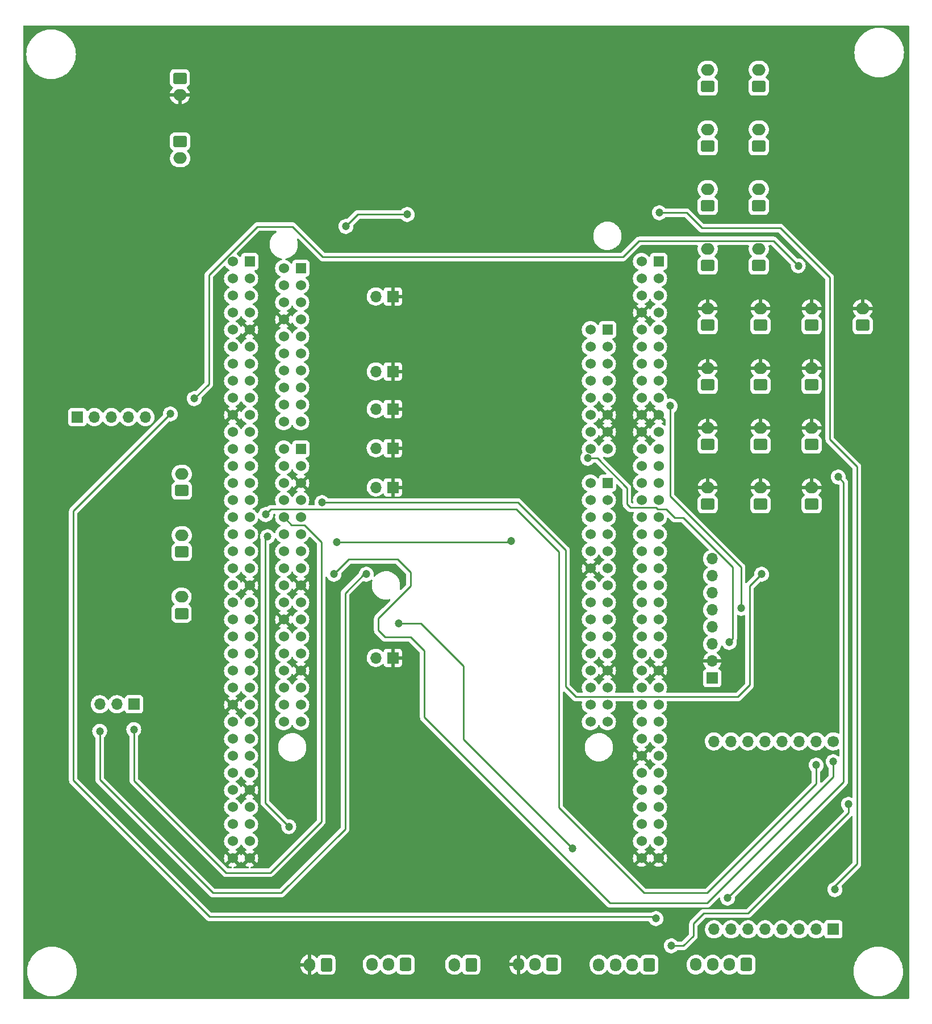
<source format=gbr>
%TF.GenerationSoftware,KiCad,Pcbnew,(6.0.6)*%
%TF.CreationDate,2023-03-10T11:55:38+01:00*%
%TF.ProjectId,Shield_Nucleo144,53686965-6c64-45f4-9e75-636c656f3134,rev?*%
%TF.SameCoordinates,Original*%
%TF.FileFunction,Copper,L2,Bot*%
%TF.FilePolarity,Positive*%
%FSLAX46Y46*%
G04 Gerber Fmt 4.6, Leading zero omitted, Abs format (unit mm)*
G04 Created by KiCad (PCBNEW (6.0.6)) date 2023-03-10 11:55:38*
%MOMM*%
%LPD*%
G01*
G04 APERTURE LIST*
G04 Aperture macros list*
%AMRoundRect*
0 Rectangle with rounded corners*
0 $1 Rounding radius*
0 $2 $3 $4 $5 $6 $7 $8 $9 X,Y pos of 4 corners*
0 Add a 4 corners polygon primitive as box body*
4,1,4,$2,$3,$4,$5,$6,$7,$8,$9,$2,$3,0*
0 Add four circle primitives for the rounded corners*
1,1,$1+$1,$2,$3*
1,1,$1+$1,$4,$5*
1,1,$1+$1,$6,$7*
1,1,$1+$1,$8,$9*
0 Add four rect primitives between the rounded corners*
20,1,$1+$1,$2,$3,$4,$5,0*
20,1,$1+$1,$4,$5,$6,$7,0*
20,1,$1+$1,$6,$7,$8,$9,0*
20,1,$1+$1,$8,$9,$2,$3,0*%
G04 Aperture macros list end*
%TA.AperFunction,ComponentPad*%
%ADD10R,1.700000X1.700000*%
%TD*%
%TA.AperFunction,ComponentPad*%
%ADD11O,1.700000X1.700000*%
%TD*%
%TA.AperFunction,ComponentPad*%
%ADD12RoundRect,0.250000X0.750000X-0.600000X0.750000X0.600000X-0.750000X0.600000X-0.750000X-0.600000X0*%
%TD*%
%TA.AperFunction,ComponentPad*%
%ADD13O,2.000000X1.700000*%
%TD*%
%TA.AperFunction,ComponentPad*%
%ADD14RoundRect,0.250000X0.600000X0.725000X-0.600000X0.725000X-0.600000X-0.725000X0.600000X-0.725000X0*%
%TD*%
%TA.AperFunction,ComponentPad*%
%ADD15O,1.700000X1.950000*%
%TD*%
%TA.AperFunction,ComponentPad*%
%ADD16R,1.530000X1.530000*%
%TD*%
%TA.AperFunction,ComponentPad*%
%ADD17C,1.530000*%
%TD*%
%TA.AperFunction,ComponentPad*%
%ADD18RoundRect,0.250000X0.600000X0.750000X-0.600000X0.750000X-0.600000X-0.750000X0.600000X-0.750000X0*%
%TD*%
%TA.AperFunction,ComponentPad*%
%ADD19O,1.700000X2.000000*%
%TD*%
%TA.AperFunction,ComponentPad*%
%ADD20RoundRect,0.250000X-0.750000X0.600000X-0.750000X-0.600000X0.750000X-0.600000X0.750000X0.600000X0*%
%TD*%
%TA.AperFunction,ComponentPad*%
%ADD21C,1.700000*%
%TD*%
%TA.AperFunction,ViaPad*%
%ADD22C,1.200000*%
%TD*%
%TA.AperFunction,Conductor*%
%ADD23C,0.250000*%
%TD*%
G04 APERTURE END LIST*
D10*
%TO.P,J26,1,Pin_1*%
%TO.N,panneau_solaire_-*%
X81672500Y-72405000D03*
D11*
%TO.P,J26,2,Pin_2*%
%TO.N,GND_Pluviom\u00E8tre*%
X79132500Y-72405000D03*
%TD*%
D10*
%TO.P,J13,1,Pin_1*%
%TO.N,panneau_solaire_-*%
X81672500Y-115077000D03*
D11*
%TO.P,J13,2,Pin_2*%
%TO.N,GND_An\u00E9mom\u00E8tre*%
X79132500Y-115077000D03*
%TD*%
D10*
%TO.P,J11,1,Pin_1*%
%TO.N,panneau_solaire_-*%
X81672500Y-61229000D03*
D11*
%TO.P,J11,2,Pin_2*%
%TO.N,GND_ESP*%
X79132500Y-61229000D03*
%TD*%
D10*
%TO.P,J27,1,Pin_1*%
%TO.N,panneau_solaire_-*%
X81672500Y-77993000D03*
D11*
%TO.P,J27,2,Pin_2*%
%TO.N,GND_Sky_Temperature*%
X79132500Y-77993000D03*
%TD*%
D10*
%TO.P,J37,1,Pin_1*%
%TO.N,panneau_solaire_-*%
X81672500Y-89677000D03*
D11*
%TO.P,J37,2,Pin_2*%
%TO.N,GND_GPS*%
X79132500Y-89677000D03*
%TD*%
D10*
%TO.P,J12,1,Pin_1*%
%TO.N,panneau_solaire_-*%
X81667500Y-83835000D03*
D11*
%TO.P,J12,2,Pin_2*%
%TO.N,GND_DHT*%
X79127500Y-83835000D03*
%TD*%
D12*
%TO.P,J2,1,Pin_1*%
%TO.N,+3.3V*%
X144105500Y-92197000D03*
D13*
%TO.P,J2,2,Pin_2*%
%TO.N,panneau_solaire_-*%
X144105500Y-89697000D03*
%TD*%
D12*
%TO.P,J3,1,Pin_1*%
%TO.N,I2C1_SDA*%
X128611500Y-56637000D03*
D13*
%TO.P,J3,2,Pin_2*%
%TO.N,I2C1_SCL*%
X128611500Y-54137000D03*
%TD*%
D12*
%TO.P,J40,1,Pin_1*%
%TO.N,I2C2_SDA*%
X136231500Y-47747000D03*
D13*
%TO.P,J40,2,Pin_2*%
%TO.N,I2C2_SCL*%
X136231500Y-45247000D03*
%TD*%
D12*
%TO.P,J45,1,Pin_1*%
%TO.N,VOUT_+*%
X144105500Y-74417000D03*
D13*
%TO.P,J45,2,Pin_2*%
%TO.N,panneau_solaire_-*%
X144105500Y-71917000D03*
%TD*%
D12*
%TO.P,J23,1,Pin_1*%
%TO.N,VOUT_+*%
X128611500Y-65527000D03*
D13*
%TO.P,J23,2,Pin_2*%
%TO.N,panneau_solaire_-*%
X128611500Y-63027000D03*
%TD*%
D12*
%TO.P,J1,1,Pin_1*%
%TO.N,VOUT_+*%
X136485500Y-83307000D03*
D13*
%TO.P,J1,2,Pin_2*%
%TO.N,panneau_solaire_-*%
X136485500Y-80807000D03*
%TD*%
D14*
%TO.P,J10,1,Pin_1*%
%TO.N,GND_Pluviom\u00E8tre*%
X83566000Y-160782000D03*
D15*
%TO.P,J10,2,Pin_2*%
%TO.N,GND_Sky_Temperature*%
X81066000Y-160782000D03*
%TO.P,J10,3,Pin_3*%
%TO.N,Ack_UV*%
X78566000Y-160782000D03*
%TD*%
D10*
%TO.P,DHT1,1,DAT*%
%TO.N,Custom_DHT*%
X43089500Y-121995000D03*
D11*
%TO.P,DHT1,2,VCC*%
%TO.N,VOUT_+*%
X40549500Y-121995000D03*
%TO.P,DHT1,3,GND*%
%TO.N,GND_DHT*%
X38009500Y-121995000D03*
%TD*%
D12*
%TO.P,J6,1,Pin_1*%
%TO.N,UART7_RX*%
X50171500Y-108473000D03*
D13*
%TO.P,J6,2,Pin_2*%
%TO.N,UART7_TX*%
X50171500Y-105973000D03*
%TD*%
D12*
%TO.P,J24,1,Pin_1*%
%TO.N,I2C2_SDA*%
X136231500Y-38857000D03*
D13*
%TO.P,J24,2,Pin_2*%
%TO.N,I2C2_SCL*%
X136231500Y-36357000D03*
%TD*%
D16*
%TO.P,A1,CN7_1,D16/I2S_A_MCK*%
%TO.N,unconnected-(A1-PadCN7_1)*%
X67951500Y-57033000D03*
D17*
%TO.P,A1,CN7_2,D15/I2C_A_SCL*%
%TO.N,I2C1_SCL*%
X65411500Y-57033000D03*
%TO.P,A1,CN7_3,D17/I2S_A_SD*%
%TO.N,unconnected-(A1-PadCN7_3)*%
X67951500Y-59573000D03*
%TO.P,A1,CN7_4,D14/I2C_A_SDA*%
%TO.N,I2C1_SDA*%
X65411500Y-59573000D03*
%TO.P,A1,CN7_5,D18/I2S_A_CK*%
%TO.N,unconnected-(A1-PadCN7_5)*%
X67951500Y-62113000D03*
%TO.P,A1,CN7_6,AREF*%
%TO.N,unconnected-(A1-PadCN7_6)*%
X65411500Y-62113000D03*
%TO.P,A1,CN7_7,D19/I2S_A_WS*%
%TO.N,unconnected-(A1-PadCN7_7)*%
X67951500Y-64653000D03*
%TO.P,A1,CN7_8,GND_CN7*%
%TO.N,panneau_solaire_-*%
X65411500Y-64653000D03*
%TO.P,A1,CN7_9,D20/I2S_B_WS*%
%TO.N,unconnected-(A1-PadCN7_9)*%
X67951500Y-67193000D03*
%TO.P,A1,CN7_10,D13/SPI_A_SCK*%
%TO.N,Alimentation_ESP*%
X65411500Y-67193000D03*
%TO.P,A1,CN7_11,D21/I2S_B_MCK*%
%TO.N,unconnected-(A1-PadCN7_11)*%
X67951500Y-69733000D03*
%TO.P,A1,CN7_12,D12/SPI_A_MISO*%
%TO.N,unconnected-(A1-PadCN7_12)*%
X65411500Y-69733000D03*
%TO.P,A1,CN7_13,D22/I2S_B_SD/SPI_B_MOSI*%
%TO.N,unconnected-(A1-PadCN7_13)*%
X67951500Y-72273000D03*
%TO.P,A1,CN7_14,D11/SPI_A_MOSI/TIM_E_PWM1*%
%TO.N,Alimentation_Pluviom\u00E8tre*%
X65411500Y-72273000D03*
%TO.P,A1,CN7_15,D23/I2S_B_CK/SPI_B_SCK*%
%TO.N,unconnected-(A1-PadCN7_15)*%
X67951500Y-74813000D03*
%TO.P,A1,CN7_16,D10/SPI_A_CS/TIM_B_PWM3*%
%TO.N,Alimentation_Sky_Temperature*%
X65411500Y-74813000D03*
%TO.P,A1,CN7_17,D24/SPI_B_NSS*%
%TO.N,unconnected-(A1-PadCN7_17)*%
X67951500Y-77353000D03*
%TO.P,A1,CN7_18,D9/TIMER_B_PWM2*%
%TO.N,Alimentation_DHT*%
X65411500Y-77353000D03*
%TO.P,A1,CN7_19,D25/SPI_B_MISO*%
%TO.N,unconnected-(A1-PadCN7_19)*%
X67951500Y-79893000D03*
%TO.P,A1,CN7_20,D8/IO*%
%TO.N,Alimentation_GPS*%
X65411500Y-79893000D03*
D16*
%TO.P,A1,CN8_1*%
%TO.N,N/C*%
X113671500Y-66177000D03*
D17*
%TO.P,A1,CN8_2,D43/SDMMC_D0*%
%TO.N,unconnected-(A1-PadCN8_2)*%
X111131500Y-66177000D03*
%TO.P,A1,CN8_3,IOREF*%
%TO.N,unconnected-(A1-PadCN8_3)*%
X113671500Y-68717000D03*
%TO.P,A1,CN8_4,D44/SDMMC_D1/I2S_A_CKIN*%
%TO.N,unconnected-(A1-PadCN8_4)*%
X111131500Y-68717000D03*
%TO.P,A1,CN8_5,RESET*%
%TO.N,unconnected-(A1-PadCN8_5)*%
X113671500Y-71257000D03*
%TO.P,A1,CN8_6,D45/SDMMC_D2*%
%TO.N,unconnected-(A1-PadCN8_6)*%
X111131500Y-71257000D03*
%TO.P,A1,CN8_7,+3V3*%
%TO.N,unconnected-(A1-PadCN8_7)*%
X113671500Y-73797000D03*
%TO.P,A1,CN8_8,D46/SDMMC_D3*%
%TO.N,unconnected-(A1-PadCN8_8)*%
X111131500Y-73797000D03*
%TO.P,A1,CN8_9,+5V*%
%TO.N,unconnected-(A1-PadCN8_9)*%
X113671500Y-76337000D03*
%TO.P,A1,CN8_10,D47/SDMMC_CK*%
%TO.N,unconnected-(A1-PadCN8_10)*%
X111131500Y-76337000D03*
%TO.P,A1,CN8_11,GND_CN8*%
%TO.N,panneau_solaire_-*%
X113671500Y-78877000D03*
%TO.P,A1,CN8_12,D48/SDMMC_CMD*%
%TO.N,unconnected-(A1-PadCN8_12)*%
X111131500Y-78877000D03*
%TO.P,A1,CN8_13,GND_CN8*%
%TO.N,panneau_solaire_-*%
X113671500Y-81417000D03*
%TO.P,A1,CN8_14,D49/IO*%
%TO.N,unconnected-(A1-PadCN8_14)*%
X111131500Y-81417000D03*
%TO.P,A1,CN8_15,VIN*%
%TO.N,unconnected-(A1-PadCN8_15)*%
X113671500Y-83957000D03*
%TO.P,A1,CN8_16,D50/IO*%
%TO.N,unconnected-(A1-PadCN8_16)*%
X111131500Y-83957000D03*
D16*
%TO.P,A1,CN9_1,A0/ADC123_IN3*%
%TO.N,unconnected-(A1-PadCN9_1)*%
X113671500Y-89037000D03*
D17*
%TO.P,A1,CN9_2,D51/USART_B_SCLK*%
%TO.N,unconnected-(A1-PadCN9_2)*%
X111131500Y-89037000D03*
%TO.P,A1,CN9_3,A1/ADC123_IN10*%
%TO.N,An\u00E9mom\u00E8tre_Phase_1*%
X113671500Y-91577000D03*
%TO.P,A1,CN9_4,D52/USART_B_RX*%
%TO.N,unconnected-(A1-PadCN9_4)*%
X111131500Y-91577000D03*
%TO.P,A1,CN9_5,A2/ADC123_IN13*%
%TO.N,An\u00E9mom\u00E8tre_Phase_2*%
X113671500Y-94117000D03*
%TO.P,A1,CN9_6,D53/USART_B_TX*%
%TO.N,unconnected-(A1-PadCN9_6)*%
X111131500Y-94117000D03*
%TO.P,A1,CN9_7,A3/ADC3_IN9*%
%TO.N,Signal_Foudre*%
X113671500Y-96657000D03*
%TO.P,A1,CN9_8,D54/USART_B_RTS*%
%TO.N,unconnected-(A1-PadCN9_8)*%
X111131500Y-96657000D03*
%TO.P,A1,CN9_9,A4/ADC3_IN15/I2C1_SDA*%
%TO.N,Pluviom\u00E8tre_Mesure*%
X113671500Y-99197000D03*
%TO.P,A1,CN9_10,D55/USART_B_CTS*%
%TO.N,unconnected-(A1-PadCN9_10)*%
X111131500Y-99197000D03*
%TO.P,A1,CN9_11,A5/ADC3_IN8/I2C1_SCL*%
%TO.N,unconnected-(A1-PadCN9_11)*%
X113671500Y-101737000D03*
%TO.P,A1,CN9_12,GND_CN9*%
%TO.N,panneau_solaire_-*%
X111131500Y-101737000D03*
%TO.P,A1,CN9_13,D72/NC*%
%TO.N,unconnected-(A1-PadCN9_13)*%
X113671500Y-104277000D03*
%TO.P,A1,CN9_14,D56/SAI_A_MCLK*%
%TO.N,unconnected-(A1-PadCN9_14)*%
X111131500Y-104277000D03*
%TO.P,A1,CN9_15,D71/IO*%
%TO.N,unconnected-(A1-PadCN9_15)*%
X113671500Y-106817000D03*
%TO.P,A1,CN9_16,D57/SAI_A_FS*%
%TO.N,unconnected-(A1-PadCN9_16)*%
X111131500Y-106817000D03*
%TO.P,A1,CN9_17,D70/I2C_B_SMBA*%
%TO.N,unconnected-(A1-PadCN9_17)*%
X113671500Y-109357000D03*
%TO.P,A1,CN9_18,D58/SAI_A_SCK*%
%TO.N,unconnected-(A1-PadCN9_18)*%
X111131500Y-109357000D03*
%TO.P,A1,CN9_19,D69/I2C_B_SCL*%
%TO.N,unconnected-(A1-PadCN9_19)*%
X113671500Y-111897000D03*
%TO.P,A1,CN9_20,D59/SAI_A_SD*%
%TO.N,unconnected-(A1-PadCN9_20)*%
X111131500Y-111897000D03*
%TO.P,A1,CN9_21,D68/I2C_B_SDA*%
%TO.N,unconnected-(A1-PadCN9_21)*%
X113671500Y-114437000D03*
%TO.P,A1,CN9_22,D60/SAI_B_SD*%
%TO.N,unconnected-(A1-PadCN9_22)*%
X111131500Y-114437000D03*
%TO.P,A1,CN9_23,GND_CN9*%
%TO.N,panneau_solaire_-*%
X113671500Y-116977000D03*
%TO.P,A1,CN9_24,D61/SAI_B_SCK*%
%TO.N,unconnected-(A1-PadCN9_24)*%
X111131500Y-116977000D03*
%TO.P,A1,CN9_25,D67/CAN_RX*%
%TO.N,unconnected-(A1-PadCN9_25)*%
X113671500Y-119517000D03*
%TO.P,A1,CN9_26,D62/SAI_B_MCLK*%
%TO.N,unconnected-(A1-PadCN9_26)*%
X111131500Y-119517000D03*
%TO.P,A1,CN9_27,D66/CAN_TX*%
%TO.N,unconnected-(A1-PadCN9_27)*%
X113671500Y-122057000D03*
%TO.P,A1,CN9_28,D63/SAI_B_FS*%
%TO.N,unconnected-(A1-PadCN9_28)*%
X111131500Y-122057000D03*
%TO.P,A1,CN9_29,D65/IO*%
%TO.N,unconnected-(A1-PadCN9_29)*%
X113671500Y-124597000D03*
%TO.P,A1,CN9_30,D64/IO*%
%TO.N,unconnected-(A1-PadCN9_30)*%
X111131500Y-124597000D03*
D16*
%TO.P,A1,CN10_1,AVDD_CN10*%
%TO.N,unconnected-(A1-PadCN10_1)*%
X67951500Y-83957000D03*
D17*
%TO.P,A1,CN10_2,D7/IO*%
%TO.N,unconnected-(A1-PadCN10_2)*%
X65411500Y-83957000D03*
%TO.P,A1,CN10_3,AGND_CN10*%
%TO.N,unconnected-(A1-PadCN10_3)*%
X67951500Y-86497000D03*
%TO.P,A1,CN10_4,D6/TIMER_A_PWM1*%
%TO.N,unconnected-(A1-PadCN10_4)*%
X65411500Y-86497000D03*
%TO.P,A1,CN10_5,GND_CN10*%
%TO.N,panneau_solaire_-*%
X67951500Y-89037000D03*
%TO.P,A1,CN10_6,D5/TIMER_A_PWM2*%
%TO.N,Wake_css*%
X65411500Y-89037000D03*
%TO.P,A1,CN10_7,A6/ADC_A_IN*%
%TO.N,unconnected-(A1-PadCN10_7)*%
X67951500Y-91577000D03*
%TO.P,A1,CN10_8,D4/IO*%
%TO.N,unconnected-(A1-PadCN10_8)*%
X65411500Y-91577000D03*
%TO.P,A1,CN10_9,A7/ADC_B_IN*%
%TO.N,unconnected-(A1-PadCN10_9)*%
X67951500Y-94117000D03*
%TO.P,A1,CN10_10,D3/TIMER_A_PWM3*%
%TO.N,Custom_DHT*%
X65411500Y-94117000D03*
%TO.P,A1,CN10_11,A8/ADC_C_IN*%
%TO.N,unconnected-(A1-PadCN10_11)*%
X67951500Y-96657000D03*
%TO.P,A1,CN10_12,D2/IO*%
%TO.N,Pluviom\u00E8tre_Trigger*%
X65411500Y-96657000D03*
%TO.P,A1,CN10_13,D26/QSPI_CS*%
%TO.N,unconnected-(A1-PadCN10_13)*%
X67951500Y-99197000D03*
%TO.P,A1,CN10_14,D1/USART_A_TX*%
%TO.N,UART_STM_TX_ESP_RX*%
X65411500Y-99197000D03*
%TO.P,A1,CN10_15,D27/QSPI_CLK*%
%TO.N,unconnected-(A1-PadCN10_15)*%
X67951500Y-101737000D03*
%TO.P,A1,CN10_16,D0/USART_A_RX*%
%TO.N,UART_STM_RX_ESP_TX*%
X65411500Y-101737000D03*
%TO.P,A1,CN10_17,GND_CN10*%
%TO.N,panneau_solaire_-*%
X67951500Y-104277000D03*
%TO.P,A1,CN10_18,D42/TIMER_A_PWM1N*%
%TO.N,unconnected-(A1-PadCN10_18)*%
X65411500Y-104277000D03*
%TO.P,A1,CN10_19,D28/QSPI_BK1_IO3*%
%TO.N,unconnected-(A1-PadCN10_19)*%
X67951500Y-106817000D03*
%TO.P,A1,CN10_20,D41/TIMER_A_ETR*%
%TO.N,unconnected-(A1-PadCN10_20)*%
X65411500Y-106817000D03*
%TO.P,A1,CN10_21,D29/QSPI_BK1_IO1*%
%TO.N,unconnected-(A1-PadCN10_21)*%
X67951500Y-109357000D03*
%TO.P,A1,CN10_22,GND_CN10*%
%TO.N,panneau_solaire_-*%
X65411500Y-109357000D03*
%TO.P,A1,CN10_23,D30/QSPI_BK1_IO0*%
%TO.N,unconnected-(A1-PadCN10_23)*%
X67951500Y-111897000D03*
%TO.P,A1,CN10_24,D40/TIMER_A_PWM2N*%
%TO.N,unconnected-(A1-PadCN10_24)*%
X65411500Y-111897000D03*
%TO.P,A1,CN10_25,D31/QSPI_BK1_IO2*%
%TO.N,unconnected-(A1-PadCN10_25)*%
X67951500Y-114437000D03*
%TO.P,A1,CN10_26,D39/TIMER_A_PWM3N*%
%TO.N,unconnected-(A1-PadCN10_26)*%
X65411500Y-114437000D03*
%TO.P,A1,CN10_27,GND_CN10*%
%TO.N,panneau_solaire_-*%
X67951500Y-116977000D03*
%TO.P,A1,CN10_28,D38/IO*%
%TO.N,unconnected-(A1-PadCN10_28)*%
X65411500Y-116977000D03*
%TO.P,A1,CN10_29,D32/TIMER_C_PWM1*%
%TO.N,unconnected-(A1-PadCN10_29)*%
X67951500Y-119517000D03*
%TO.P,A1,CN10_30,D37/TIMER_A_BKIN1*%
%TO.N,unconnected-(A1-PadCN10_30)*%
X65411500Y-119517000D03*
%TO.P,A1,CN10_31,D33/TIMER_D_PWM1*%
%TO.N,unconnected-(A1-PadCN10_31)*%
X67951500Y-122057000D03*
%TO.P,A1,CN10_32,D36/TIMER_C_PWM2*%
%TO.N,unconnected-(A1-PadCN10_32)*%
X65411500Y-122057000D03*
%TO.P,A1,CN10_33,D34/TIMER_B_ETR*%
%TO.N,unconnected-(A1-PadCN10_33)*%
X67951500Y-124597000D03*
%TO.P,A1,CN10_34,D35/TIMER_C_PWM3*%
%TO.N,unconnected-(A1-PadCN10_34)*%
X65411500Y-124597000D03*
D16*
%TO.P,A1,CN11_1,PC10*%
%TO.N,unconnected-(A1-PadCN11_1)*%
X121291500Y-56017000D03*
D17*
%TO.P,A1,CN11_2,PC11*%
%TO.N,unconnected-(A1-PadCN11_2)*%
X118751500Y-56017000D03*
%TO.P,A1,CN11_3,PC12*%
%TO.N,unconnected-(A1-PadCN11_3)*%
X121291500Y-58557000D03*
%TO.P,A1,CN11_4,PD2*%
%TO.N,unconnected-(A1-PadCN11_4)*%
X118751500Y-58557000D03*
%TO.P,A1,CN11_5,VDD*%
%TO.N,unconnected-(A1-PadCN11_5)*%
X121291500Y-61097000D03*
%TO.P,A1,CN11_6,E5V*%
%TO.N,unconnected-(A1-PadCN11_6)*%
X118751500Y-61097000D03*
%TO.P,A1,CN11_7,BOOT0*%
%TO.N,unconnected-(A1-PadCN11_7)*%
X121291500Y-63637000D03*
%TO.P,A1,CN11_8,GND_CN11*%
%TO.N,panneau_solaire_-*%
X118751500Y-63637000D03*
%TO.P,A1,CN11_9,PF6*%
%TO.N,unconnected-(A1-PadCN11_9)*%
X121291500Y-66177000D03*
%TO.P,A1,CN11_10*%
%TO.N,N/C*%
X118751500Y-66177000D03*
%TO.P,A1,CN11_11,PF7*%
%TO.N,unconnected-(A1-PadCN11_11)*%
X121291500Y-68717000D03*
%TO.P,A1,CN11_12,IOREF*%
%TO.N,unconnected-(A1-PadCN11_12)*%
X118751500Y-68717000D03*
%TO.P,A1,CN11_13,PA13*%
%TO.N,unconnected-(A1-PadCN11_13)*%
X121291500Y-71257000D03*
%TO.P,A1,CN11_14,RESET*%
%TO.N,Hard_Reset_In*%
X118751500Y-71257000D03*
%TO.P,A1,CN11_15,PA14*%
%TO.N,unconnected-(A1-PadCN11_15)*%
X121291500Y-73797000D03*
%TO.P,A1,CN11_16,+3V3*%
%TO.N,+3.3V*%
X118751500Y-73797000D03*
%TO.P,A1,CN11_17,PA15*%
%TO.N,unconnected-(A1-PadCN11_17)*%
X121291500Y-76337000D03*
%TO.P,A1,CN11_18,+5V*%
%TO.N,VOUT_+*%
X118751500Y-76337000D03*
%TO.P,A1,CN11_19,GND_CN11*%
%TO.N,panneau_solaire_-*%
X121291500Y-78877000D03*
%TO.P,A1,CN11_20,GND_CN11*%
X118751500Y-78877000D03*
%TO.P,A1,CN11_21,PB7*%
%TO.N,unconnected-(A1-PadCN11_21)*%
X121291500Y-81417000D03*
%TO.P,A1,CN11_22,GND_CN11*%
%TO.N,panneau_solaire_-*%
X118751500Y-81417000D03*
%TO.P,A1,CN11_23,PC13*%
%TO.N,unconnected-(A1-PadCN11_23)*%
X121291500Y-83957000D03*
%TO.P,A1,CN11_24,VIN*%
%TO.N,unconnected-(A1-PadCN11_24)*%
X118751500Y-83957000D03*
%TO.P,A1,CN11_25,PC14*%
%TO.N,unconnected-(A1-PadCN11_25)*%
X121291500Y-86497000D03*
%TO.P,A1,CN11_26*%
%TO.N,N/C*%
X118751500Y-86497000D03*
%TO.P,A1,CN11_27,PC15*%
%TO.N,unconnected-(A1-PadCN11_27)*%
X121291500Y-89037000D03*
%TO.P,A1,CN11_28,PA0*%
%TO.N,unconnected-(A1-PadCN11_28)*%
X118751500Y-89037000D03*
%TO.P,A1,CN11_29,PH0*%
%TO.N,unconnected-(A1-PadCN11_29)*%
X121291500Y-91577000D03*
%TO.P,A1,CN11_30,PA1*%
%TO.N,unconnected-(A1-PadCN11_30)*%
X118751500Y-91577000D03*
%TO.P,A1,CN11_31,PH1*%
%TO.N,unconnected-(A1-PadCN11_31)*%
X121291500Y-94117000D03*
%TO.P,A1,CN11_32,PA4*%
%TO.N,unconnected-(A1-PadCN11_32)*%
X118751500Y-94117000D03*
%TO.P,A1,CN11_33,VBAT*%
%TO.N,unconnected-(A1-PadCN11_33)*%
X121291500Y-96657000D03*
%TO.P,A1,CN11_34,PB0*%
%TO.N,unconnected-(A1-PadCN11_34)*%
X118751500Y-96657000D03*
%TO.P,A1,CN11_35,PC2*%
%TO.N,unconnected-(A1-PadCN11_35)*%
X121291500Y-99197000D03*
%TO.P,A1,CN11_36,PC1*%
%TO.N,unconnected-(A1-PadCN11_36)*%
X118751500Y-99197000D03*
%TO.P,A1,CN11_37,PC3*%
%TO.N,unconnected-(A1-PadCN11_37)*%
X121291500Y-101737000D03*
%TO.P,A1,CN11_38,PC0*%
%TO.N,unconnected-(A1-PadCN11_38)*%
X118751500Y-101737000D03*
%TO.P,A1,CN11_39,PD4*%
%TO.N,unconnected-(A1-PadCN11_39)*%
X121291500Y-104277000D03*
%TO.P,A1,CN11_40,PD3*%
%TO.N,unconnected-(A1-PadCN11_40)*%
X118751500Y-104277000D03*
%TO.P,A1,CN11_41,PD5*%
%TO.N,unconnected-(A1-PadCN11_41)*%
X121291500Y-106817000D03*
%TO.P,A1,CN11_42,PG2*%
%TO.N,Reprogrammation*%
X118751500Y-106817000D03*
%TO.P,A1,CN11_43,PD6*%
%TO.N,unconnected-(A1-PadCN11_43)*%
X121291500Y-109357000D03*
%TO.P,A1,CN11_44,PG3*%
%TO.N,unconnected-(A1-PadCN11_44)*%
X118751500Y-109357000D03*
%TO.P,A1,CN11_45,PD7*%
%TO.N,unconnected-(A1-PadCN11_45)*%
X121291500Y-111897000D03*
%TO.P,A1,CN11_46,PE2*%
%TO.N,SPI4_SCK*%
X118751500Y-111897000D03*
%TO.P,A1,CN11_47,PE3*%
%TO.N,unconnected-(A1-PadCN11_47)*%
X121291500Y-114437000D03*
%TO.P,A1,CN11_48,PE4*%
%TO.N,SPI4_CS*%
X118751500Y-114437000D03*
%TO.P,A1,CN11_49,GND_CN11*%
%TO.N,panneau_solaire_-*%
X121291500Y-116977000D03*
%TO.P,A1,CN11_50,PE5*%
%TO.N,SPI4_MISO*%
X118751500Y-116977000D03*
%TO.P,A1,CN11_51,PF1*%
%TO.N,unconnected-(A1-PadCN11_51)*%
X121291500Y-119517000D03*
%TO.P,A1,CN11_52,PF2*%
%TO.N,unconnected-(A1-PadCN11_52)*%
X118751500Y-119517000D03*
%TO.P,A1,CN11_53,PF0*%
%TO.N,unconnected-(A1-PadCN11_53)*%
X121291500Y-122057000D03*
%TO.P,A1,CN11_54,PF8*%
%TO.N,unconnected-(A1-PadCN11_54)*%
X118751500Y-122057000D03*
%TO.P,A1,CN11_55,PD1*%
%TO.N,unconnected-(A1-PadCN11_55)*%
X121291500Y-124597000D03*
%TO.P,A1,CN11_56,PF9*%
%TO.N,unconnected-(A1-PadCN11_56)*%
X118751500Y-124597000D03*
%TO.P,A1,CN11_57,PD0*%
%TO.N,unconnected-(A1-PadCN11_57)*%
X121291500Y-127137000D03*
%TO.P,A1,CN11_58,PG1*%
%TO.N,unconnected-(A1-PadCN11_58)*%
X118751500Y-127137000D03*
%TO.P,A1,CN11_59,PG0*%
%TO.N,unconnected-(A1-PadCN11_59)*%
X121291500Y-129677000D03*
%TO.P,A1,CN11_60,GND_CN11*%
%TO.N,panneau_solaire_-*%
X118751500Y-129677000D03*
%TO.P,A1,CN11_61,PE1*%
%TO.N,unconnected-(A1-PadCN11_61)*%
X121291500Y-132217000D03*
%TO.P,A1,CN11_62,PE6*%
%TO.N,SPI4_MOSI*%
X118751500Y-132217000D03*
%TO.P,A1,CN11_63,PG9*%
%TO.N,unconnected-(A1-PadCN11_63)*%
X121291500Y-134757000D03*
%TO.P,A1,CN11_64,PG15*%
%TO.N,unconnected-(A1-PadCN11_64)*%
X118751500Y-134757000D03*
%TO.P,A1,CN11_65,PG12*%
%TO.N,unconnected-(A1-PadCN11_65)*%
X121291500Y-137297000D03*
%TO.P,A1,CN11_66,PG10*%
%TO.N,unconnected-(A1-PadCN11_66)*%
X118751500Y-137297000D03*
%TO.P,A1,CN11_67*%
%TO.N,N/C*%
X121291500Y-139837000D03*
%TO.P,A1,CN11_68,PG13*%
%TO.N,unconnected-(A1-PadCN11_68)*%
X118751500Y-139837000D03*
%TO.P,A1,CN11_69,PD9*%
%TO.N,UART3_RX*%
X121291500Y-142377000D03*
%TO.P,A1,CN11_70,PG11*%
%TO.N,unconnected-(A1-PadCN11_70)*%
X118751500Y-142377000D03*
%TO.P,A1,CN11_71,GND_CN11*%
%TO.N,panneau_solaire_-*%
X121291500Y-144917000D03*
%TO.P,A1,CN11_72,GND_CN11*%
X118751500Y-144917000D03*
D16*
%TO.P,A1,CN12_1,PC9*%
%TO.N,unconnected-(A1-PadCN12_1)*%
X60331500Y-56037000D03*
D17*
%TO.P,A1,CN12_2,PC8*%
%TO.N,unconnected-(A1-PadCN12_2)*%
X57791500Y-56037000D03*
%TO.P,A1,CN12_3,PB8*%
%TO.N,unconnected-(A1-PadCN12_3)*%
X60331500Y-58577000D03*
%TO.P,A1,CN12_4,PC6*%
%TO.N,unconnected-(A1-PadCN12_4)*%
X57791500Y-58577000D03*
%TO.P,A1,CN12_5,PB9*%
%TO.N,unconnected-(A1-PadCN12_5)*%
X60331500Y-61117000D03*
%TO.P,A1,CN12_6,PC5*%
%TO.N,unconnected-(A1-PadCN12_6)*%
X57791500Y-61117000D03*
%TO.P,A1,CN12_7,AVDD_CN12*%
%TO.N,unconnected-(A1-PadCN12_7)*%
X60331500Y-63657000D03*
%TO.P,A1,CN12_8,U5V*%
%TO.N,unconnected-(A1-PadCN12_8)*%
X57791500Y-63657000D03*
%TO.P,A1,CN12_9,GND_CN12*%
%TO.N,panneau_solaire_-*%
X60331500Y-66197000D03*
%TO.P,A1,CN12_10,PD8*%
%TO.N,UART3_TX*%
X57791500Y-66197000D03*
%TO.P,A1,CN12_11,PA5*%
%TO.N,unconnected-(A1-PadCN12_11)*%
X60331500Y-68737000D03*
%TO.P,A1,CN12_12,PA12*%
%TO.N,unconnected-(A1-PadCN12_12)*%
X57791500Y-68737000D03*
%TO.P,A1,CN12_13,PA6*%
%TO.N,unconnected-(A1-PadCN12_13)*%
X60331500Y-71277000D03*
%TO.P,A1,CN12_14,PA11*%
%TO.N,unconnected-(A1-PadCN12_14)*%
X57791500Y-71277000D03*
%TO.P,A1,CN12_15,PA7*%
%TO.N,unconnected-(A1-PadCN12_15)*%
X60331500Y-73817000D03*
%TO.P,A1,CN12_16,PB12*%
%TO.N,unconnected-(A1-PadCN12_16)*%
X57791500Y-73817000D03*
%TO.P,A1,CN12_17,PB6*%
%TO.N,UART1_TX*%
X60331500Y-76357000D03*
%TO.P,A1,CN12_18,PB11*%
%TO.N,I2C2_SDA*%
X57791500Y-76357000D03*
%TO.P,A1,CN12_19,PC7*%
%TO.N,unconnected-(A1-PadCN12_19)*%
X60331500Y-78897000D03*
%TO.P,A1,CN12_20,GND_CN12*%
%TO.N,panneau_solaire_-*%
X57791500Y-78897000D03*
%TO.P,A1,CN12_21,PA9*%
%TO.N,unconnected-(A1-PadCN12_21)*%
X60331500Y-81437000D03*
%TO.P,A1,CN12_22,PB2*%
%TO.N,unconnected-(A1-PadCN12_22)*%
X57791500Y-81437000D03*
%TO.P,A1,CN12_23,PA8*%
%TO.N,unconnected-(A1-PadCN12_23)*%
X60331500Y-83977000D03*
%TO.P,A1,CN12_24,PB1*%
%TO.N,unconnected-(A1-PadCN12_24)*%
X57791500Y-83977000D03*
%TO.P,A1,CN12_25,PB10*%
%TO.N,I2C2_SCL*%
X60331500Y-86517000D03*
%TO.P,A1,CN12_26,PB15*%
%TO.N,UART1_RX*%
X57791500Y-86517000D03*
%TO.P,A1,CN12_27,PB4*%
%TO.N,unconnected-(A1-PadCN12_27)*%
X60331500Y-89057000D03*
%TO.P,A1,CN12_28,PB14*%
%TO.N,unconnected-(A1-PadCN12_28)*%
X57791500Y-89057000D03*
%TO.P,A1,CN12_29,PB5*%
%TO.N,unconnected-(A1-PadCN12_29)*%
X60331500Y-91597000D03*
%TO.P,A1,CN12_30,PB13*%
%TO.N,unconnected-(A1-PadCN12_30)*%
X57791500Y-91597000D03*
%TO.P,A1,CN12_31,PB3*%
%TO.N,unconnected-(A1-PadCN12_31)*%
X60331500Y-94137000D03*
%TO.P,A1,CN12_32,AGND_CN12*%
%TO.N,unconnected-(A1-PadCN12_32)*%
X57791500Y-94137000D03*
%TO.P,A1,CN12_33,PA10*%
%TO.N,unconnected-(A1-PadCN12_33)*%
X60331500Y-96677000D03*
%TO.P,A1,CN12_34,PC4*%
%TO.N,unconnected-(A1-PadCN12_34)*%
X57791500Y-96677000D03*
%TO.P,A1,CN12_35,PA2*%
%TO.N,unconnected-(A1-PadCN12_35)*%
X60331500Y-99217000D03*
%TO.P,A1,CN12_36,PF5*%
%TO.N,unconnected-(A1-PadCN12_36)*%
X57791500Y-99217000D03*
%TO.P,A1,CN12_37,PA3*%
%TO.N,unconnected-(A1-PadCN12_37)*%
X60331500Y-101757000D03*
%TO.P,A1,CN12_38,PF4*%
%TO.N,unconnected-(A1-PadCN12_38)*%
X57791500Y-101757000D03*
%TO.P,A1,CN12_39,GND_CN12*%
%TO.N,panneau_solaire_-*%
X60331500Y-104297000D03*
%TO.P,A1,CN12_40,PE8*%
%TO.N,UART7_TX*%
X57791500Y-104297000D03*
%TO.P,A1,CN12_41,PD13*%
%TO.N,unconnected-(A1-PadCN12_41)*%
X60331500Y-106837000D03*
%TO.P,A1,CN12_42,PF10*%
%TO.N,unconnected-(A1-PadCN12_42)*%
X57791500Y-106837000D03*
%TO.P,A1,CN12_43,PD12*%
%TO.N,unconnected-(A1-PadCN12_43)*%
X60331500Y-109377000D03*
%TO.P,A1,CN12_44,PE7*%
%TO.N,UART7_RX*%
X57791500Y-109377000D03*
%TO.P,A1,CN12_45,PD11*%
%TO.N,unconnected-(A1-PadCN12_45)*%
X60331500Y-111917000D03*
%TO.P,A1,CN12_46,PD14*%
%TO.N,unconnected-(A1-PadCN12_46)*%
X57791500Y-111917000D03*
%TO.P,A1,CN12_47,PE10*%
%TO.N,Alimentation_An\u00E9mom\u00E8tre*%
X60331500Y-114457000D03*
%TO.P,A1,CN12_48,PD15*%
%TO.N,unconnected-(A1-PadCN12_48)*%
X57791500Y-114457000D03*
%TO.P,A1,CN12_49,PE12*%
%TO.N,Ack_UV*%
X60331500Y-116997000D03*
%TO.P,A1,CN12_50,PF14*%
%TO.N,UART_STM_RX_GPS_TX*%
X57791500Y-116997000D03*
%TO.P,A1,CN12_51,PE14*%
%TO.N,unconnected-(A1-PadCN12_51)*%
X60331500Y-119537000D03*
%TO.P,A1,CN12_52,PE9*%
%TO.N,unconnected-(A1-PadCN12_52)*%
X57791500Y-119537000D03*
%TO.P,A1,CN12_53,PE15*%
%TO.N,unconnected-(A1-PadCN12_53)*%
X60331500Y-122077000D03*
%TO.P,A1,CN12_54,GND_CN12*%
%TO.N,panneau_solaire_-*%
X57791500Y-122077000D03*
%TO.P,A1,CN12_55,PE13*%
%TO.N,unconnected-(A1-PadCN12_55)*%
X60331500Y-124617000D03*
%TO.P,A1,CN12_56,PE11*%
%TO.N,unconnected-(A1-PadCN12_56)*%
X57791500Y-124617000D03*
%TO.P,A1,CN12_57,PF13*%
%TO.N,UART_STM_TX_GPS_RX*%
X60331500Y-127157000D03*
%TO.P,A1,CN12_58,PF3*%
%TO.N,unconnected-(A1-PadCN12_58)*%
X57791500Y-127157000D03*
%TO.P,A1,CN12_59,PF12*%
%TO.N,unconnected-(A1-PadCN12_59)*%
X60331500Y-129697000D03*
%TO.P,A1,CN12_60,PF15*%
%TO.N,unconnected-(A1-PadCN12_60)*%
X57791500Y-129697000D03*
%TO.P,A1,CN12_61,PG14*%
%TO.N,unconnected-(A1-PadCN12_61)*%
X60331500Y-132237000D03*
%TO.P,A1,CN12_62,PF11*%
%TO.N,unconnected-(A1-PadCN12_62)*%
X57791500Y-132237000D03*
%TO.P,A1,CN12_63,GND_CN12*%
%TO.N,panneau_solaire_-*%
X60331500Y-134777000D03*
%TO.P,A1,CN12_64,PE0*%
%TO.N,unconnected-(A1-PadCN12_64)*%
X57791500Y-134777000D03*
%TO.P,A1,CN12_65,PD10*%
%TO.N,unconnected-(A1-PadCN12_65)*%
X60331500Y-137317000D03*
%TO.P,A1,CN12_66,PG8*%
%TO.N,unconnected-(A1-PadCN12_66)*%
X57791500Y-137317000D03*
%TO.P,A1,CN12_67,PG7*%
%TO.N,unconnected-(A1-PadCN12_67)*%
X60331500Y-139857000D03*
%TO.P,A1,CN12_68,PG5*%
%TO.N,unconnected-(A1-PadCN12_68)*%
X57791500Y-139857000D03*
%TO.P,A1,CN12_69,PG4*%
%TO.N,unconnected-(A1-PadCN12_69)*%
X60331500Y-142397000D03*
%TO.P,A1,CN12_70,PG6*%
%TO.N,unconnected-(A1-PadCN12_70)*%
X57791500Y-142397000D03*
%TO.P,A1,CN12_71,GND_CN12*%
%TO.N,panneau_solaire_-*%
X60331500Y-144937000D03*
%TO.P,A1,CN12_72,GND_CN12*%
X57791500Y-144937000D03*
%TD*%
D14*
%TO.P,J30,1,Pin_1*%
%TO.N,VOUT_+*%
X105410000Y-160782000D03*
D15*
%TO.P,J30,2,Pin_2*%
%TO.N,Signal_Foudre*%
X102910000Y-160782000D03*
%TO.P,J30,3,Pin_3*%
%TO.N,panneau_solaire_-*%
X100410000Y-160782000D03*
%TD*%
D12*
%TO.P,J15,1,Pin_1*%
%TO.N,I2C1_SDA*%
X128611500Y-47747000D03*
D13*
%TO.P,J15,2,Pin_2*%
%TO.N,I2C1_SCL*%
X128611500Y-45247000D03*
%TD*%
D12*
%TO.P,J29,1,Pin_1*%
%TO.N,I2C2_SDA*%
X136231500Y-29967000D03*
D13*
%TO.P,J29,2,Pin_2*%
%TO.N,I2C2_SCL*%
X136231500Y-27467000D03*
%TD*%
D18*
%TO.P,J33,1,Pin_1*%
%TO.N,Pluviom\u00E8tre_Mesure*%
X93351500Y-160797000D03*
D19*
%TO.P,J33,2,Pin_2*%
%TO.N,Pluviom\u00E8tre_Trigger*%
X90851500Y-160797000D03*
%TD*%
D18*
%TO.P,J16,1,Pin_1*%
%TO.N,Hard_Reset_In*%
X71761500Y-160797000D03*
D19*
%TO.P,J16,2,Pin_2*%
%TO.N,panneau_solaire_-*%
X69261500Y-160797000D03*
%TD*%
D12*
%TO.P,J28,1,Pin_1*%
%TO.N,VOUT_+*%
X136485500Y-74417000D03*
D13*
%TO.P,J28,2,Pin_2*%
%TO.N,panneau_solaire_-*%
X136485500Y-71917000D03*
%TD*%
D12*
%TO.P,J8,1,Pin_1*%
%TO.N,I2C1_SDA*%
X128611500Y-38857000D03*
D13*
%TO.P,J8,2,Pin_2*%
%TO.N,I2C1_SCL*%
X128611500Y-36357000D03*
%TD*%
D12*
%TO.P,J32,1,Pin_1*%
%TO.N,I2C2_SDA*%
X136231500Y-56637000D03*
D13*
%TO.P,J32,2,Pin_2*%
%TO.N,I2C2_SCL*%
X136231500Y-54137000D03*
%TD*%
D12*
%TO.P,J20,1,Pin_1*%
%TO.N,I2C1_SDA*%
X128611500Y-29967000D03*
D13*
%TO.P,J20,2,Pin_2*%
%TO.N,I2C1_SCL*%
X128611500Y-27467000D03*
%TD*%
D12*
%TO.P,J9,1,Pin_1*%
%TO.N,+3.3V*%
X151725500Y-65527000D03*
D13*
%TO.P,J9,2,Pin_2*%
%TO.N,panneau_solaire_-*%
X151725500Y-63027000D03*
%TD*%
D20*
%TO.P,J18,1,Pin_1*%
%TO.N,panneau_solaire_+*%
X49917500Y-28717000D03*
D13*
%TO.P,J18,2,Pin_2*%
%TO.N,panneau_solaire_-*%
X49917500Y-31217000D03*
%TD*%
D12*
%TO.P,J5,1,Pin_1*%
%TO.N,UART3_RX*%
X50217500Y-90165000D03*
D13*
%TO.P,J5,2,Pin_2*%
%TO.N,UART3_TX*%
X50217500Y-87665000D03*
%TD*%
D10*
%TO.P,Capt1,1,VCC*%
%TO.N,VOUT_+*%
X129286000Y-118110000D03*
D11*
%TO.P,Capt1,2,GND*%
%TO.N,panneau_solaire_-*%
X129286000Y-115570000D03*
%TO.P,Capt1,3,SDA*%
%TO.N,I2C1_SDA*%
X129286000Y-113030000D03*
%TO.P,Capt1,4,SCL*%
%TO.N,I2C1_SCL*%
X129286000Y-110490000D03*
%TO.P,Capt1,5,WAK*%
%TO.N,Wake_css*%
X129286000Y-107950000D03*
%TO.P,Capt1,6,INT*%
%TO.N,unconnected-(Capt1-Pad6)*%
X129286000Y-105410000D03*
%TO.P,Capt1,7,RST*%
%TO.N,VOUT_+*%
X129286000Y-102870000D03*
%TO.P,Capt1,8,ADD*%
X129286000Y-100330000D03*
%TD*%
D14*
%TO.P,J21,1,Pin_1*%
%TO.N,VOUT_+*%
X119888000Y-160797000D03*
D15*
%TO.P,J21,2,Pin_2*%
%TO.N,An\u00E9mom\u00E8tre_Phase_1*%
X117388000Y-160797000D03*
%TO.P,J21,3,Pin_3*%
%TO.N,An\u00E9mom\u00E8tre_Phase_2*%
X114888000Y-160797000D03*
%TO.P,J21,4,Pin_4*%
%TO.N,GND_An\u00E9mom\u00E8tre*%
X112388000Y-160797000D03*
%TD*%
D12*
%TO.P,J4,1,Pin_1*%
%TO.N,UART1_RX*%
X50217500Y-99309000D03*
D13*
%TO.P,J4,2,Pin_2*%
%TO.N,UART1_TX*%
X50217500Y-96809000D03*
%TD*%
D12*
%TO.P,J43,1,Pin_1*%
%TO.N,VOUT_+*%
X136485500Y-65527000D03*
D13*
%TO.P,J43,2,Pin_2*%
%TO.N,panneau_solaire_-*%
X136485500Y-63027000D03*
%TD*%
D12*
%TO.P,J7,1,Pin_1*%
%TO.N,VOUT_+*%
X144105500Y-83307000D03*
D13*
%TO.P,J7,2,Pin_2*%
%TO.N,panneau_solaire_-*%
X144105500Y-80807000D03*
%TD*%
D12*
%TO.P,J39,1,Pin_1*%
%TO.N,VOUT_+*%
X136485500Y-92197000D03*
D13*
%TO.P,J39,2,Pin_2*%
%TO.N,panneau_solaire_-*%
X136485500Y-89697000D03*
%TD*%
D12*
%TO.P,J31,1,Pin_1*%
%TO.N,VOUT_+*%
X128611500Y-74417000D03*
D13*
%TO.P,J31,2,Pin_2*%
%TO.N,panneau_solaire_-*%
X128611500Y-71917000D03*
%TD*%
D10*
%TO.P,GPS1,1,PPS*%
%TO.N,unconnected-(GPS1-Pad1)*%
X34647500Y-79203000D03*
D11*
%TO.P,GPS1,2,RXD*%
%TO.N,UART_STM_TX_GPS_RX*%
X37187500Y-79203000D03*
%TO.P,GPS1,3,TXD*%
%TO.N,UART_STM_RX_GPS_TX*%
X39727500Y-79203000D03*
%TO.P,GPS1,4,GND*%
%TO.N,GND_GPS*%
X42267500Y-79203000D03*
%TO.P,GPS1,5,VDD*%
%TO.N,VOUT_+*%
X44807500Y-79203000D03*
%TD*%
D10*
%TO.P,U3,1,RESET*%
%TO.N,Hard_Reset_In*%
X147356500Y-155523000D03*
D11*
%TO.P,U3,2,ADC*%
%TO.N,unconnected-(U3-Pad2)*%
X144816500Y-155523000D03*
%TO.P,U3,3,EN*%
%TO.N,unconnected-(U3-Pad3)*%
X142276500Y-155523000D03*
%TO.P,U3,4,IO16*%
%TO.N,unconnected-(U3-Pad4)*%
X139736500Y-155523000D03*
%TO.P,U3,5,IO14*%
%TO.N,unconnected-(U3-Pad5)*%
X137196500Y-155523000D03*
%TO.P,U3,6,IO12*%
%TO.N,unconnected-(U3-Pad6)*%
X134656500Y-155523000D03*
%TO.P,U3,7,IO13*%
%TO.N,unconnected-(U3-Pad7)*%
X132116500Y-155523000D03*
%TO.P,U3,8,VCC*%
%TO.N,+3.3V*%
X129576500Y-155523000D03*
%TO.P,U3,15,GND*%
%TO.N,GND_ESP*%
X129546500Y-127523000D03*
%TO.P,U3,16,IO15*%
%TO.N,unconnected-(U3-Pad16)*%
X132086500Y-127523000D03*
%TO.P,U3,17,IO2*%
%TO.N,unconnected-(U3-Pad17)*%
X134626500Y-127523000D03*
%TO.P,U3,18,IO0*%
%TO.N,Reprogrammation*%
X137166500Y-127523000D03*
%TO.P,U3,19,IO4*%
%TO.N,unconnected-(U3-Pad19)*%
X139706500Y-127523000D03*
%TO.P,U3,20,IO5*%
%TO.N,unconnected-(U3-Pad20)*%
X142246500Y-127523000D03*
%TO.P,U3,21,RXD*%
%TO.N,UART_STM_TX_ESP_RX*%
X144786500Y-127523000D03*
D21*
%TO.P,U3,22,TXD*%
%TO.N,UART_STM_RX_ESP_TX*%
X147326500Y-127523000D03*
%TD*%
D20*
%TO.P,J17,1,Pin_1*%
%TO.N,BATTERIE_+*%
X49963500Y-38135000D03*
D13*
%TO.P,J17,2,Pin_2*%
%TO.N,BATTERIE_-*%
X49963500Y-40635000D03*
%TD*%
D14*
%TO.P,J22,1,Pin_1*%
%TO.N,SPI4_SCK*%
X134366000Y-160782000D03*
D15*
%TO.P,J22,2,Pin_2*%
%TO.N,SPI4_CS*%
X131866000Y-160782000D03*
%TO.P,J22,3,Pin_3*%
%TO.N,SPI4_MISO*%
X129366000Y-160782000D03*
%TO.P,J22,4,Pin_4*%
%TO.N,SPI4_MOSI*%
X126866000Y-160782000D03*
%TD*%
D12*
%TO.P,J14,1,Pin_1*%
%TO.N,VOUT_+*%
X128611500Y-83307000D03*
D13*
%TO.P,J14,2,Pin_2*%
%TO.N,panneau_solaire_-*%
X128611500Y-80807000D03*
%TD*%
D12*
%TO.P,J41,1,Pin_1*%
%TO.N,VOUT_+*%
X144105500Y-65527000D03*
D13*
%TO.P,J41,2,Pin_2*%
%TO.N,panneau_solaire_-*%
X144105500Y-63027000D03*
%TD*%
D12*
%TO.P,J19,1,Pin_1*%
%TO.N,VOUT_+*%
X128611500Y-92197000D03*
D13*
%TO.P,J19,2,Pin_2*%
%TO.N,panneau_solaire_-*%
X128611500Y-89697000D03*
%TD*%
D22*
%TO.N,panneau_solaire_-*%
X103124000Y-27432000D03*
X76962000Y-75184000D03*
X76962000Y-51881500D03*
X88646000Y-149098000D03*
X108845500Y-45989000D03*
X147828000Y-43434000D03*
X66548000Y-30480000D03*
X101733500Y-53355000D03*
X79756000Y-138176000D03*
X97790000Y-146558000D03*
X49530000Y-59944000D03*
X124968000Y-99822000D03*
%TO.N,Hard_Reset_In*%
X147574000Y-149606000D03*
X121412000Y-48768000D03*
%TO.N,+3.3V*%
X148082000Y-88138000D03*
X131572000Y-150876000D03*
%TO.N,VOUT_+*%
X123190000Y-157988000D03*
X149606000Y-136906000D03*
%TO.N,UART3_RX*%
X48514000Y-78740000D03*
X120904000Y-153924000D03*
%TO.N,I2C1_SCL*%
X123010250Y-77544250D03*
X133604000Y-107696000D03*
%TO.N,Wake_css*%
X136652000Y-102616000D03*
X71120000Y-91948000D03*
%TO.N,Custom_DHT*%
X43059500Y-125745000D03*
%TO.N,Pluviom\u00E8tre_Trigger*%
X62992000Y-97028000D03*
X66173500Y-140223000D03*
%TO.N,UART_STM_TX_ESP_RX*%
X62738000Y-93726000D03*
X144780000Y-131064000D03*
%TO.N,UART_STM_RX_ESP_TX*%
X147320000Y-130556000D03*
X72898000Y-102616000D03*
%TO.N,I2C1_SDA*%
X110744000Y-85344000D03*
X131826000Y-112776000D03*
%TO.N,I2C2_SDA*%
X52070000Y-76454000D03*
X142119500Y-56657000D03*
%TO.N,I2C2_SCL*%
X99320500Y-97678000D03*
X73285500Y-97805000D03*
%TO.N,GND_An\u00E9mom\u00E8tre*%
X82550000Y-109982000D03*
X108458000Y-143510000D03*
%TO.N,GND_DHT*%
X37979500Y-125999000D03*
X77724000Y-102616000D03*
%TO.N,unconnected-(Q5-Pad1)*%
X83820000Y-49022000D03*
X74676000Y-50800000D03*
%TD*%
D23*
%TO.N,Hard_Reset_In*%
X139446000Y-51054000D02*
X127762000Y-51054000D01*
X146812000Y-58420000D02*
X139446000Y-51054000D01*
X146812000Y-82550000D02*
X146812000Y-58420000D01*
X150876000Y-145796000D02*
X150876000Y-86614000D01*
X125476000Y-48768000D02*
X121412000Y-48768000D01*
X150876000Y-86614000D02*
X146812000Y-82550000D01*
X127762000Y-51054000D02*
X125476000Y-48768000D01*
X147574000Y-149606000D02*
X147574000Y-149098000D01*
X147574000Y-149098000D02*
X150876000Y-145796000D01*
%TO.N,+3.3V*%
X148082000Y-88138000D02*
X148885250Y-88941250D01*
X148885250Y-133562750D02*
X131572000Y-150876000D01*
X148885250Y-88941250D02*
X148885250Y-133562750D01*
%TO.N,VOUT_+*%
X149606000Y-138176000D02*
X149606000Y-136906000D01*
X126492000Y-156497852D02*
X126492000Y-154686000D01*
X128016000Y-153162000D02*
X134620000Y-153162000D01*
X123190000Y-157988000D02*
X125001852Y-157988000D01*
X126492000Y-154686000D02*
X128016000Y-153162000D01*
X125001852Y-157988000D02*
X126492000Y-156497852D01*
X134620000Y-153162000D02*
X149606000Y-138176000D01*
%TO.N,UART3_RX*%
X34036000Y-93218000D02*
X48514000Y-78740000D01*
X54356000Y-153670000D02*
X34036000Y-133350000D01*
X34036000Y-133350000D02*
X34036000Y-93218000D01*
X120904000Y-153924000D02*
X120650000Y-153670000D01*
X120650000Y-153670000D02*
X54356000Y-153670000D01*
%TO.N,I2C1_SCL*%
X133604000Y-101600000D02*
X123010250Y-91006250D01*
X133604000Y-107696000D02*
X133604000Y-101600000D01*
X123010250Y-91006250D02*
X123010250Y-77544250D01*
%TO.N,Wake_css*%
X100330000Y-91948000D02*
X71120000Y-91948000D01*
X108966000Y-120904000D02*
X107442000Y-119380000D01*
X134874000Y-119126000D02*
X133096000Y-120904000D01*
X136652000Y-102616000D02*
X134874000Y-104394000D01*
X134874000Y-104394000D02*
X134874000Y-119126000D01*
X133096000Y-120904000D02*
X108966000Y-120904000D01*
X107442000Y-99060000D02*
X100330000Y-91948000D01*
X107442000Y-119380000D02*
X107442000Y-99060000D01*
X65411500Y-89541500D02*
X65411500Y-89037000D01*
%TO.N,Custom_DHT*%
X68459500Y-95265000D02*
X66559500Y-95265000D01*
X70999500Y-139461000D02*
X70999500Y-97805000D01*
X56775500Y-147081000D02*
X63379500Y-147081000D01*
X63379500Y-147081000D02*
X70999500Y-139461000D01*
X70999500Y-97805000D02*
X68459500Y-95265000D01*
X66559500Y-95265000D02*
X65411500Y-94117000D01*
X43059500Y-125745000D02*
X43059500Y-133365000D01*
X43059500Y-133365000D02*
X56775500Y-147081000D01*
%TO.N,Pluviom\u00E8tre_Trigger*%
X62617500Y-136667000D02*
X66173500Y-140223000D01*
X62617500Y-97402500D02*
X62617500Y-136667000D01*
X62992000Y-97028000D02*
X62617500Y-97402500D01*
%TO.N,UART_STM_TX_ESP_RX*%
X144786500Y-133851500D02*
X144780000Y-133845000D01*
X106426000Y-99314000D02*
X106426000Y-137414000D01*
X128524000Y-150114000D02*
X144786500Y-133851500D01*
X62738000Y-93726000D02*
X63500000Y-92964000D01*
X100076000Y-92964000D02*
X106426000Y-99314000D01*
X106426000Y-137414000D02*
X119126000Y-150114000D01*
X119126000Y-150114000D02*
X128524000Y-150114000D01*
X63500000Y-92964000D02*
X100076000Y-92964000D01*
X144780000Y-133845000D02*
X144780000Y-131064000D01*
%TO.N,UART_STM_RX_ESP_TX*%
X128524000Y-151638000D02*
X147320000Y-132842000D01*
X84328000Y-104394000D02*
X84328000Y-102362000D01*
X86360000Y-114046000D02*
X84328000Y-112014000D01*
X82348000Y-100382000D02*
X75132000Y-100382000D01*
X79502000Y-110998000D02*
X79502000Y-109220000D01*
X118872000Y-151638000D02*
X128524000Y-151638000D01*
X114046000Y-151638000D02*
X86360000Y-123952000D01*
X80518000Y-112014000D02*
X79502000Y-110998000D01*
X84328000Y-112014000D02*
X80518000Y-112014000D01*
X118872000Y-151638000D02*
X114046000Y-151638000D01*
X79502000Y-109220000D02*
X84328000Y-104394000D01*
X86360000Y-123952000D02*
X86360000Y-114046000D01*
X147320000Y-132842000D02*
X147320000Y-130556000D01*
X84328000Y-102362000D02*
X82348000Y-100382000D01*
X75132000Y-100382000D02*
X72898000Y-102616000D01*
%TO.N,I2C1_SDA*%
X132338299Y-101604299D02*
X124968000Y-94234000D01*
X116586000Y-89771500D02*
X112158500Y-85344000D01*
X123698000Y-94234000D02*
X122428000Y-92964000D01*
X132338299Y-112263701D02*
X132338299Y-101604299D01*
X121158000Y-92964000D02*
X120906772Y-92712772D01*
X131826000Y-112776000D02*
X132338299Y-112263701D01*
X116586000Y-92202000D02*
X116586000Y-89771500D01*
X120906772Y-92712772D02*
X117096772Y-92712772D01*
X124968000Y-94234000D02*
X123698000Y-94234000D01*
X117096772Y-92712772D02*
X116586000Y-92202000D01*
X122428000Y-92964000D02*
X121158000Y-92964000D01*
X112158500Y-85344000D02*
X110744000Y-85344000D01*
%TO.N,I2C2_SDA*%
X71227538Y-55361038D02*
X115983462Y-55361038D01*
X52070000Y-76454000D02*
X54235500Y-74288500D01*
X118382500Y-52962000D02*
X138424500Y-52962000D01*
X61472007Y-50815000D02*
X66681500Y-50815000D01*
X66681500Y-50815000D02*
X71227538Y-55361038D01*
X54235500Y-58051507D02*
X61472007Y-50815000D01*
X138424500Y-52962000D02*
X142119500Y-56657000D01*
X54235500Y-74288500D02*
X54235500Y-58051507D01*
X115983462Y-55361038D02*
X118382500Y-52962000D01*
%TO.N,I2C2_SCL*%
X73285500Y-97805000D02*
X99193500Y-97805000D01*
X99193500Y-97805000D02*
X99320500Y-97678000D01*
%TO.N,GND_An\u00E9mom\u00E8tre*%
X92202000Y-116332000D02*
X92202000Y-127254000D01*
X85852000Y-109982000D02*
X92202000Y-116332000D01*
X82550000Y-109982000D02*
X85852000Y-109982000D01*
X92202000Y-127254000D02*
X108458000Y-143510000D01*
%TO.N,GND_DHT*%
X77364500Y-102616000D02*
X74555500Y-105425000D01*
X65024000Y-150114000D02*
X54864000Y-150114000D01*
X74555500Y-105425000D02*
X74555500Y-140582500D01*
X74555500Y-140582500D02*
X65024000Y-150114000D01*
X77724000Y-102616000D02*
X77364500Y-102616000D01*
X54864000Y-150114000D02*
X37979500Y-133229500D01*
X37979500Y-133229500D02*
X37979500Y-125999000D01*
%TO.N,unconnected-(Q5-Pad1)*%
X76454000Y-49022000D02*
X83820000Y-49022000D01*
X74676000Y-50800000D02*
X76454000Y-49022000D01*
%TD*%
%TA.AperFunction,Conductor*%
%TO.N,panneau_solaire_-*%
G36*
X158571121Y-20863502D02*
G01*
X158617614Y-20917158D01*
X158629000Y-20969500D01*
X158629000Y-165750500D01*
X158608998Y-165818621D01*
X158555342Y-165865114D01*
X158503000Y-165876500D01*
X26676000Y-165876500D01*
X26607879Y-165856498D01*
X26561386Y-165802842D01*
X26550000Y-165750500D01*
X26550000Y-161798000D01*
X27157214Y-161798000D01*
X27177462Y-162184356D01*
X27177975Y-162187596D01*
X27177976Y-162187604D01*
X27197156Y-162308698D01*
X27237984Y-162566478D01*
X27338118Y-162940181D01*
X27476765Y-163301370D01*
X27478263Y-163304310D01*
X27601064Y-163545319D01*
X27652408Y-163646088D01*
X27863121Y-163970558D01*
X28106596Y-164271224D01*
X28380166Y-164544794D01*
X28680832Y-164788269D01*
X29005302Y-164998982D01*
X29008236Y-165000477D01*
X29008243Y-165000481D01*
X29347080Y-165173127D01*
X29350020Y-165174625D01*
X29711209Y-165313272D01*
X30084912Y-165413406D01*
X30288005Y-165445573D01*
X30463786Y-165473414D01*
X30463794Y-165473415D01*
X30467034Y-165473928D01*
X30853390Y-165494176D01*
X31239746Y-165473928D01*
X31242986Y-165473415D01*
X31242994Y-165473414D01*
X31418775Y-165445573D01*
X31621868Y-165413406D01*
X31995571Y-165313272D01*
X32356760Y-165174625D01*
X32359700Y-165173127D01*
X32698537Y-165000481D01*
X32698544Y-165000477D01*
X32701478Y-164998982D01*
X33025948Y-164788269D01*
X33326614Y-164544794D01*
X33600184Y-164271224D01*
X33843659Y-163970558D01*
X34054372Y-163646088D01*
X34105717Y-163545319D01*
X34228517Y-163304310D01*
X34230015Y-163301370D01*
X34368662Y-162940181D01*
X34468796Y-162566478D01*
X34509624Y-162308698D01*
X34528804Y-162187604D01*
X34528805Y-162187596D01*
X34529318Y-162184356D01*
X34549566Y-161798000D01*
X34529318Y-161411644D01*
X34528199Y-161404575D01*
X34492110Y-161176720D01*
X34474763Y-161067193D01*
X67908789Y-161067193D01*
X67917624Y-161171325D01*
X67919414Y-161181797D01*
X67974630Y-161394535D01*
X67978165Y-161404575D01*
X68068437Y-161604970D01*
X68073606Y-161614256D01*
X68196350Y-161796575D01*
X68203019Y-161804870D01*
X68354728Y-161963900D01*
X68362686Y-161970941D01*
X68539025Y-162102141D01*
X68548062Y-162107745D01*
X68743984Y-162207357D01*
X68753835Y-162211357D01*
X68963740Y-162276534D01*
X68974124Y-162278817D01*
X68989543Y-162280861D01*
X69003707Y-162278665D01*
X69007500Y-162265478D01*
X69007500Y-162263192D01*
X69515500Y-162263192D01*
X69519473Y-162276723D01*
X69530080Y-162278248D01*
X69647921Y-162253523D01*
X69658117Y-162250463D01*
X69862529Y-162169737D01*
X69872061Y-162165006D01*
X70059962Y-162050984D01*
X70068552Y-162044720D01*
X70234552Y-161900673D01*
X70241970Y-161893044D01*
X70267891Y-161861431D01*
X70326551Y-161821436D01*
X70397521Y-161819504D01*
X70458270Y-161856248D01*
X70472469Y-161875017D01*
X70563022Y-162021348D01*
X70688197Y-162146305D01*
X70694427Y-162150145D01*
X70694428Y-162150146D01*
X70831590Y-162234694D01*
X70838762Y-162239115D01*
X70911352Y-162263192D01*
X71000111Y-162292632D01*
X71000113Y-162292632D01*
X71006639Y-162294797D01*
X71013475Y-162295497D01*
X71013478Y-162295498D01*
X71049163Y-162299154D01*
X71111100Y-162305500D01*
X72411900Y-162305500D01*
X72415146Y-162305163D01*
X72415150Y-162305163D01*
X72510808Y-162295238D01*
X72510812Y-162295237D01*
X72517666Y-162294526D01*
X72524202Y-162292345D01*
X72524204Y-162292345D01*
X72656306Y-162248272D01*
X72685446Y-162238550D01*
X72835848Y-162145478D01*
X72960805Y-162020303D01*
X72970411Y-162004720D01*
X73049775Y-161875968D01*
X73049776Y-161875966D01*
X73053615Y-161869738D01*
X73109297Y-161701861D01*
X73110078Y-161694245D01*
X73118701Y-161610075D01*
X73120000Y-161597400D01*
X73120000Y-160964890D01*
X77207500Y-160964890D01*
X77207725Y-160967539D01*
X77216344Y-161069115D01*
X77222080Y-161136720D01*
X77223418Y-161141875D01*
X77223419Y-161141881D01*
X77278657Y-161354703D01*
X77279999Y-161359872D01*
X77282191Y-161364738D01*
X77282192Y-161364741D01*
X77300136Y-161404575D01*
X77374688Y-161570075D01*
X77503441Y-161761319D01*
X77507120Y-161765176D01*
X77507122Y-161765178D01*
X77568710Y-161829738D01*
X77662576Y-161928135D01*
X77847542Y-162065754D01*
X77852293Y-162068170D01*
X77852297Y-162068172D01*
X77915481Y-162100296D01*
X78053051Y-162170240D01*
X78058145Y-162171822D01*
X78058148Y-162171823D01*
X78223583Y-162223192D01*
X78273227Y-162238607D01*
X78278516Y-162239308D01*
X78496489Y-162268198D01*
X78496494Y-162268198D01*
X78501774Y-162268898D01*
X78507103Y-162268698D01*
X78507105Y-162268698D01*
X78616966Y-162264573D01*
X78732158Y-162260249D01*
X78754802Y-162255498D01*
X78943679Y-162215868D01*
X78957791Y-162212907D01*
X78962750Y-162210949D01*
X78962752Y-162210948D01*
X79167256Y-162130185D01*
X79167258Y-162130184D01*
X79172221Y-162128224D01*
X79177294Y-162125146D01*
X79364757Y-162011390D01*
X79364756Y-162011390D01*
X79369317Y-162008623D01*
X79409134Y-161974072D01*
X79539412Y-161861023D01*
X79539414Y-161861021D01*
X79543445Y-161857523D01*
X79586618Y-161804870D01*
X79686240Y-161683373D01*
X79686244Y-161683367D01*
X79689624Y-161679245D01*
X79707552Y-161647750D01*
X79758632Y-161598445D01*
X79828262Y-161584583D01*
X79894333Y-161610566D01*
X79921573Y-161639716D01*
X79926983Y-161647752D01*
X80003441Y-161761319D01*
X80007120Y-161765176D01*
X80007122Y-161765178D01*
X80068710Y-161829738D01*
X80162576Y-161928135D01*
X80347542Y-162065754D01*
X80352293Y-162068170D01*
X80352297Y-162068172D01*
X80415481Y-162100296D01*
X80553051Y-162170240D01*
X80558145Y-162171822D01*
X80558148Y-162171823D01*
X80723583Y-162223192D01*
X80773227Y-162238607D01*
X80778516Y-162239308D01*
X80996489Y-162268198D01*
X80996494Y-162268198D01*
X81001774Y-162268898D01*
X81007103Y-162268698D01*
X81007105Y-162268698D01*
X81116966Y-162264573D01*
X81232158Y-162260249D01*
X81254802Y-162255498D01*
X81443679Y-162215868D01*
X81457791Y-162212907D01*
X81462750Y-162210949D01*
X81462752Y-162210948D01*
X81667256Y-162130185D01*
X81667258Y-162130184D01*
X81672221Y-162128224D01*
X81677294Y-162125146D01*
X81864757Y-162011390D01*
X81864756Y-162011390D01*
X81869317Y-162008623D01*
X81909134Y-161974072D01*
X82039412Y-161861023D01*
X82039414Y-161861021D01*
X82043445Y-161857523D01*
X82072670Y-161821880D01*
X82131329Y-161781886D01*
X82202299Y-161779954D01*
X82263048Y-161816698D01*
X82277248Y-161835468D01*
X82317815Y-161901023D01*
X82367522Y-161981348D01*
X82492697Y-162106305D01*
X82498927Y-162110145D01*
X82498928Y-162110146D01*
X82636090Y-162194694D01*
X82643262Y-162199115D01*
X82688145Y-162214002D01*
X82804611Y-162252632D01*
X82804613Y-162252632D01*
X82811139Y-162254797D01*
X82817975Y-162255497D01*
X82817978Y-162255498D01*
X82853663Y-162259154D01*
X82915600Y-162265500D01*
X84216400Y-162265500D01*
X84219646Y-162265163D01*
X84219650Y-162265163D01*
X84315308Y-162255238D01*
X84315312Y-162255237D01*
X84322166Y-162254526D01*
X84328702Y-162252345D01*
X84328704Y-162252345D01*
X84463548Y-162207357D01*
X84489946Y-162198550D01*
X84640348Y-162105478D01*
X84765305Y-161980303D01*
X84769146Y-161974072D01*
X84854275Y-161835968D01*
X84854276Y-161835966D01*
X84858115Y-161829738D01*
X84894764Y-161719245D01*
X84911632Y-161668389D01*
X84911632Y-161668387D01*
X84913797Y-161661861D01*
X84916114Y-161639253D01*
X84920178Y-161599583D01*
X84924500Y-161557400D01*
X84924500Y-161004890D01*
X89493000Y-161004890D01*
X89498450Y-161069115D01*
X89506173Y-161160135D01*
X89507580Y-161176720D01*
X89508918Y-161181875D01*
X89508919Y-161181881D01*
X89564157Y-161394703D01*
X89565499Y-161399872D01*
X89567691Y-161404738D01*
X89567692Y-161404741D01*
X89591271Y-161457085D01*
X89660188Y-161610075D01*
X89788941Y-161801319D01*
X89792620Y-161805176D01*
X89792622Y-161805178D01*
X89852926Y-161868392D01*
X89948076Y-161968135D01*
X89952354Y-161971318D01*
X90002494Y-162008623D01*
X90133042Y-162105754D01*
X90137793Y-162108170D01*
X90137797Y-162108172D01*
X90177237Y-162128224D01*
X90338551Y-162210240D01*
X90343645Y-162211822D01*
X90343648Y-162211823D01*
X90516445Y-162265478D01*
X90558727Y-162278607D01*
X90564016Y-162279308D01*
X90781989Y-162308198D01*
X90781994Y-162308198D01*
X90787274Y-162308898D01*
X90792603Y-162308698D01*
X90792605Y-162308698D01*
X90902466Y-162304574D01*
X91017658Y-162300249D01*
X91040302Y-162295498D01*
X91164084Y-162269526D01*
X91243291Y-162252907D01*
X91248250Y-162250949D01*
X91248252Y-162250948D01*
X91452756Y-162170185D01*
X91452758Y-162170184D01*
X91457721Y-162168224D01*
X91463025Y-162165006D01*
X91650257Y-162051390D01*
X91650256Y-162051390D01*
X91654817Y-162048623D01*
X91694634Y-162014072D01*
X91824912Y-161901023D01*
X91824914Y-161901021D01*
X91828945Y-161897523D01*
X91858170Y-161861880D01*
X91916829Y-161821886D01*
X91987799Y-161819954D01*
X92048548Y-161856698D01*
X92062748Y-161875468D01*
X92078562Y-161901023D01*
X92153022Y-162021348D01*
X92278197Y-162146305D01*
X92284427Y-162150145D01*
X92284428Y-162150146D01*
X92421590Y-162234694D01*
X92428762Y-162239115D01*
X92501352Y-162263192D01*
X92590111Y-162292632D01*
X92590113Y-162292632D01*
X92596639Y-162294797D01*
X92603475Y-162295497D01*
X92603478Y-162295498D01*
X92639163Y-162299154D01*
X92701100Y-162305500D01*
X94001900Y-162305500D01*
X94005146Y-162305163D01*
X94005150Y-162305163D01*
X94100808Y-162295238D01*
X94100812Y-162295237D01*
X94107666Y-162294526D01*
X94114202Y-162292345D01*
X94114204Y-162292345D01*
X94246306Y-162248272D01*
X94275446Y-162238550D01*
X94425848Y-162145478D01*
X94550805Y-162020303D01*
X94560411Y-162004720D01*
X94639775Y-161875968D01*
X94639776Y-161875966D01*
X94643615Y-161869738D01*
X94699297Y-161701861D01*
X94700078Y-161694245D01*
X94708701Y-161610075D01*
X94710000Y-161597400D01*
X94710000Y-161052193D01*
X99059410Y-161052193D01*
X99066124Y-161131325D01*
X99067914Y-161141797D01*
X99123130Y-161354535D01*
X99126665Y-161364575D01*
X99216937Y-161564970D01*
X99222106Y-161574256D01*
X99344850Y-161756575D01*
X99351519Y-161764870D01*
X99503228Y-161923900D01*
X99511186Y-161930941D01*
X99687525Y-162062141D01*
X99696562Y-162067745D01*
X99892484Y-162167357D01*
X99902335Y-162171357D01*
X100112240Y-162236534D01*
X100122624Y-162238817D01*
X100138043Y-162240861D01*
X100152207Y-162238665D01*
X100156000Y-162225478D01*
X100156000Y-162223192D01*
X100664000Y-162223192D01*
X100667973Y-162236723D01*
X100678580Y-162238248D01*
X100796421Y-162213523D01*
X100806617Y-162210463D01*
X101011029Y-162129737D01*
X101020561Y-162125006D01*
X101208462Y-162010984D01*
X101217052Y-162004720D01*
X101383052Y-161860673D01*
X101390472Y-161853042D01*
X101529826Y-161683089D01*
X101535848Y-161674326D01*
X101551238Y-161647289D01*
X101602320Y-161597982D01*
X101671951Y-161584120D01*
X101738022Y-161610103D01*
X101765261Y-161639253D01*
X101794773Y-161683089D01*
X101847441Y-161761319D01*
X101851120Y-161765176D01*
X101851122Y-161765178D01*
X101912710Y-161829738D01*
X102006576Y-161928135D01*
X102191542Y-162065754D01*
X102196293Y-162068170D01*
X102196297Y-162068172D01*
X102259481Y-162100296D01*
X102397051Y-162170240D01*
X102402145Y-162171822D01*
X102402148Y-162171823D01*
X102567583Y-162223192D01*
X102617227Y-162238607D01*
X102622516Y-162239308D01*
X102840489Y-162268198D01*
X102840494Y-162268198D01*
X102845774Y-162268898D01*
X102851103Y-162268698D01*
X102851105Y-162268698D01*
X102960966Y-162264573D01*
X103076158Y-162260249D01*
X103098802Y-162255498D01*
X103287679Y-162215868D01*
X103301791Y-162212907D01*
X103306750Y-162210949D01*
X103306752Y-162210948D01*
X103511256Y-162130185D01*
X103511258Y-162130184D01*
X103516221Y-162128224D01*
X103521294Y-162125146D01*
X103708757Y-162011390D01*
X103708756Y-162011390D01*
X103713317Y-162008623D01*
X103753134Y-161974072D01*
X103883412Y-161861023D01*
X103883414Y-161861021D01*
X103887445Y-161857523D01*
X103916670Y-161821880D01*
X103975329Y-161781886D01*
X104046299Y-161779954D01*
X104107048Y-161816698D01*
X104121248Y-161835468D01*
X104161815Y-161901023D01*
X104211522Y-161981348D01*
X104336697Y-162106305D01*
X104342927Y-162110145D01*
X104342928Y-162110146D01*
X104480090Y-162194694D01*
X104487262Y-162199115D01*
X104532145Y-162214002D01*
X104648611Y-162252632D01*
X104648613Y-162252632D01*
X104655139Y-162254797D01*
X104661975Y-162255497D01*
X104661978Y-162255498D01*
X104697663Y-162259154D01*
X104759600Y-162265500D01*
X106060400Y-162265500D01*
X106063646Y-162265163D01*
X106063650Y-162265163D01*
X106159308Y-162255238D01*
X106159312Y-162255237D01*
X106166166Y-162254526D01*
X106172702Y-162252345D01*
X106172704Y-162252345D01*
X106307548Y-162207357D01*
X106333946Y-162198550D01*
X106484348Y-162105478D01*
X106609305Y-161980303D01*
X106613146Y-161974072D01*
X106698275Y-161835968D01*
X106698276Y-161835966D01*
X106702115Y-161829738D01*
X106738764Y-161719245D01*
X106755632Y-161668389D01*
X106755632Y-161668387D01*
X106757797Y-161661861D01*
X106760114Y-161639253D01*
X106764178Y-161599583D01*
X106768500Y-161557400D01*
X106768500Y-160979890D01*
X111029500Y-160979890D01*
X111029725Y-160982539D01*
X111042490Y-161132976D01*
X111044080Y-161151720D01*
X111045418Y-161156875D01*
X111045419Y-161156881D01*
X111100657Y-161369703D01*
X111101999Y-161374872D01*
X111104191Y-161379738D01*
X111104192Y-161379741D01*
X111132276Y-161442085D01*
X111196688Y-161585075D01*
X111325441Y-161776319D01*
X111329120Y-161780176D01*
X111329122Y-161780178D01*
X111390710Y-161844738D01*
X111484576Y-161943135D01*
X111669542Y-162080754D01*
X111674293Y-162083170D01*
X111674297Y-162083172D01*
X111766766Y-162130185D01*
X111875051Y-162185240D01*
X111880145Y-162186822D01*
X111880148Y-162186823D01*
X112080020Y-162248885D01*
X112095227Y-162253607D01*
X112100516Y-162254308D01*
X112318489Y-162283198D01*
X112318494Y-162283198D01*
X112323774Y-162283898D01*
X112329103Y-162283698D01*
X112329105Y-162283698D01*
X112446038Y-162279308D01*
X112554158Y-162275249D01*
X112576802Y-162270498D01*
X112672289Y-162250463D01*
X112779791Y-162227907D01*
X112784750Y-162225949D01*
X112784752Y-162225948D01*
X112989256Y-162145185D01*
X112989258Y-162145184D01*
X112994221Y-162143224D01*
X112999047Y-162140296D01*
X113186757Y-162026390D01*
X113186756Y-162026390D01*
X113191317Y-162023623D01*
X113231134Y-161989072D01*
X113361412Y-161876023D01*
X113361414Y-161876021D01*
X113365445Y-161872523D01*
X113423829Y-161801319D01*
X113508240Y-161698373D01*
X113508244Y-161698367D01*
X113511624Y-161694245D01*
X113529552Y-161662750D01*
X113580632Y-161613445D01*
X113650262Y-161599583D01*
X113716333Y-161625566D01*
X113743573Y-161654716D01*
X113825441Y-161776319D01*
X113829120Y-161780176D01*
X113829122Y-161780178D01*
X113890710Y-161844738D01*
X113984576Y-161943135D01*
X114169542Y-162080754D01*
X114174293Y-162083170D01*
X114174297Y-162083172D01*
X114266766Y-162130185D01*
X114375051Y-162185240D01*
X114380145Y-162186822D01*
X114380148Y-162186823D01*
X114580020Y-162248885D01*
X114595227Y-162253607D01*
X114600516Y-162254308D01*
X114818489Y-162283198D01*
X114818494Y-162283198D01*
X114823774Y-162283898D01*
X114829103Y-162283698D01*
X114829105Y-162283698D01*
X114946038Y-162279308D01*
X115054158Y-162275249D01*
X115076802Y-162270498D01*
X115172289Y-162250463D01*
X115279791Y-162227907D01*
X115284750Y-162225949D01*
X115284752Y-162225948D01*
X115489256Y-162145185D01*
X115489258Y-162145184D01*
X115494221Y-162143224D01*
X115499047Y-162140296D01*
X115686757Y-162026390D01*
X115686756Y-162026390D01*
X115691317Y-162023623D01*
X115731134Y-161989072D01*
X115861412Y-161876023D01*
X115861414Y-161876021D01*
X115865445Y-161872523D01*
X115923829Y-161801319D01*
X116008240Y-161698373D01*
X116008244Y-161698367D01*
X116011624Y-161694245D01*
X116029552Y-161662750D01*
X116080632Y-161613445D01*
X116150262Y-161599583D01*
X116216333Y-161625566D01*
X116243573Y-161654716D01*
X116325441Y-161776319D01*
X116329120Y-161780176D01*
X116329122Y-161780178D01*
X116390710Y-161844738D01*
X116484576Y-161943135D01*
X116669542Y-162080754D01*
X116674293Y-162083170D01*
X116674297Y-162083172D01*
X116766766Y-162130185D01*
X116875051Y-162185240D01*
X116880145Y-162186822D01*
X116880148Y-162186823D01*
X117080020Y-162248885D01*
X117095227Y-162253607D01*
X117100516Y-162254308D01*
X117318489Y-162283198D01*
X117318494Y-162283198D01*
X117323774Y-162283898D01*
X117329103Y-162283698D01*
X117329105Y-162283698D01*
X117446038Y-162279308D01*
X117554158Y-162275249D01*
X117576802Y-162270498D01*
X117672289Y-162250463D01*
X117779791Y-162227907D01*
X117784750Y-162225949D01*
X117784752Y-162225948D01*
X117989256Y-162145185D01*
X117989258Y-162145184D01*
X117994221Y-162143224D01*
X117999047Y-162140296D01*
X118186757Y-162026390D01*
X118186756Y-162026390D01*
X118191317Y-162023623D01*
X118231134Y-161989072D01*
X118361412Y-161876023D01*
X118361414Y-161876021D01*
X118365445Y-161872523D01*
X118394670Y-161836880D01*
X118453329Y-161796886D01*
X118524299Y-161794954D01*
X118585048Y-161831698D01*
X118599248Y-161850468D01*
X118647310Y-161928135D01*
X118689522Y-161996348D01*
X118814697Y-162121305D01*
X118820927Y-162125145D01*
X118820928Y-162125146D01*
X118958976Y-162210240D01*
X118965262Y-162214115D01*
X119034331Y-162237024D01*
X119126611Y-162267632D01*
X119126613Y-162267632D01*
X119133139Y-162269797D01*
X119139975Y-162270497D01*
X119139978Y-162270498D01*
X119175663Y-162274154D01*
X119237600Y-162280500D01*
X120538400Y-162280500D01*
X120541646Y-162280163D01*
X120541650Y-162280163D01*
X120637308Y-162270238D01*
X120637312Y-162270237D01*
X120644166Y-162269526D01*
X120650702Y-162267345D01*
X120650704Y-162267345D01*
X120783045Y-162223192D01*
X120811946Y-162213550D01*
X120962348Y-162120478D01*
X121087305Y-161995303D01*
X121119462Y-161943135D01*
X121176275Y-161850968D01*
X121176276Y-161850966D01*
X121180115Y-161844738D01*
X121230031Y-161694245D01*
X121233632Y-161683389D01*
X121233632Y-161683387D01*
X121235797Y-161676861D01*
X121238780Y-161647752D01*
X121242211Y-161614256D01*
X121246500Y-161572400D01*
X121246500Y-160964890D01*
X125507500Y-160964890D01*
X125507725Y-160967539D01*
X125516344Y-161069115D01*
X125522080Y-161136720D01*
X125523418Y-161141875D01*
X125523419Y-161141881D01*
X125578657Y-161354703D01*
X125579999Y-161359872D01*
X125582191Y-161364738D01*
X125582192Y-161364741D01*
X125600136Y-161404575D01*
X125674688Y-161570075D01*
X125803441Y-161761319D01*
X125807120Y-161765176D01*
X125807122Y-161765178D01*
X125868710Y-161829738D01*
X125962576Y-161928135D01*
X126147542Y-162065754D01*
X126152293Y-162068170D01*
X126152297Y-162068172D01*
X126215481Y-162100296D01*
X126353051Y-162170240D01*
X126358145Y-162171822D01*
X126358148Y-162171823D01*
X126523583Y-162223192D01*
X126573227Y-162238607D01*
X126578516Y-162239308D01*
X126796489Y-162268198D01*
X126796494Y-162268198D01*
X126801774Y-162268898D01*
X126807103Y-162268698D01*
X126807105Y-162268698D01*
X126916966Y-162264573D01*
X127032158Y-162260249D01*
X127054802Y-162255498D01*
X127243679Y-162215868D01*
X127257791Y-162212907D01*
X127262750Y-162210949D01*
X127262752Y-162210948D01*
X127467256Y-162130185D01*
X127467258Y-162130184D01*
X127472221Y-162128224D01*
X127477294Y-162125146D01*
X127664757Y-162011390D01*
X127664756Y-162011390D01*
X127669317Y-162008623D01*
X127709134Y-161974072D01*
X127839412Y-161861023D01*
X127839414Y-161861021D01*
X127843445Y-161857523D01*
X127886618Y-161804870D01*
X127986240Y-161683373D01*
X127986244Y-161683367D01*
X127989624Y-161679245D01*
X128007552Y-161647750D01*
X128058632Y-161598445D01*
X128128262Y-161584583D01*
X128194333Y-161610566D01*
X128221573Y-161639716D01*
X128226983Y-161647752D01*
X128303441Y-161761319D01*
X128307120Y-161765176D01*
X128307122Y-161765178D01*
X128368710Y-161829738D01*
X128462576Y-161928135D01*
X128647542Y-162065754D01*
X128652293Y-162068170D01*
X128652297Y-162068172D01*
X128715481Y-162100296D01*
X128853051Y-162170240D01*
X128858145Y-162171822D01*
X128858148Y-162171823D01*
X129023583Y-162223192D01*
X129073227Y-162238607D01*
X129078516Y-162239308D01*
X129296489Y-162268198D01*
X129296494Y-162268198D01*
X129301774Y-162268898D01*
X129307103Y-162268698D01*
X129307105Y-162268698D01*
X129416966Y-162264573D01*
X129532158Y-162260249D01*
X129554802Y-162255498D01*
X129743679Y-162215868D01*
X129757791Y-162212907D01*
X129762750Y-162210949D01*
X129762752Y-162210948D01*
X129967256Y-162130185D01*
X129967258Y-162130184D01*
X129972221Y-162128224D01*
X129977294Y-162125146D01*
X130164757Y-162011390D01*
X130164756Y-162011390D01*
X130169317Y-162008623D01*
X130209134Y-161974072D01*
X130339412Y-161861023D01*
X130339414Y-161861021D01*
X130343445Y-161857523D01*
X130386618Y-161804870D01*
X130486240Y-161683373D01*
X130486244Y-161683367D01*
X130489624Y-161679245D01*
X130507552Y-161647750D01*
X130558632Y-161598445D01*
X130628262Y-161584583D01*
X130694333Y-161610566D01*
X130721573Y-161639716D01*
X130726983Y-161647752D01*
X130803441Y-161761319D01*
X130807120Y-161765176D01*
X130807122Y-161765178D01*
X130868710Y-161829738D01*
X130962576Y-161928135D01*
X131147542Y-162065754D01*
X131152293Y-162068170D01*
X131152297Y-162068172D01*
X131215481Y-162100296D01*
X131353051Y-162170240D01*
X131358145Y-162171822D01*
X131358148Y-162171823D01*
X131523583Y-162223192D01*
X131573227Y-162238607D01*
X131578516Y-162239308D01*
X131796489Y-162268198D01*
X131796494Y-162268198D01*
X131801774Y-162268898D01*
X131807103Y-162268698D01*
X131807105Y-162268698D01*
X131916966Y-162264573D01*
X132032158Y-162260249D01*
X132054802Y-162255498D01*
X132243679Y-162215868D01*
X132257791Y-162212907D01*
X132262750Y-162210949D01*
X132262752Y-162210948D01*
X132467256Y-162130185D01*
X132467258Y-162130184D01*
X132472221Y-162128224D01*
X132477294Y-162125146D01*
X132664757Y-162011390D01*
X132664756Y-162011390D01*
X132669317Y-162008623D01*
X132709134Y-161974072D01*
X132839412Y-161861023D01*
X132839414Y-161861021D01*
X132843445Y-161857523D01*
X132872670Y-161821880D01*
X132931329Y-161781886D01*
X133002299Y-161779954D01*
X133063048Y-161816698D01*
X133077248Y-161835468D01*
X133117815Y-161901023D01*
X133167522Y-161981348D01*
X133292697Y-162106305D01*
X133298927Y-162110145D01*
X133298928Y-162110146D01*
X133436090Y-162194694D01*
X133443262Y-162199115D01*
X133488145Y-162214002D01*
X133604611Y-162252632D01*
X133604613Y-162252632D01*
X133611139Y-162254797D01*
X133617975Y-162255497D01*
X133617978Y-162255498D01*
X133653663Y-162259154D01*
X133715600Y-162265500D01*
X135016400Y-162265500D01*
X135019646Y-162265163D01*
X135019650Y-162265163D01*
X135115308Y-162255238D01*
X135115312Y-162255237D01*
X135122166Y-162254526D01*
X135128702Y-162252345D01*
X135128704Y-162252345D01*
X135263548Y-162207357D01*
X135289946Y-162198550D01*
X135440348Y-162105478D01*
X135565305Y-161980303D01*
X135569146Y-161974072D01*
X135654275Y-161835968D01*
X135654276Y-161835966D01*
X135658115Y-161829738D01*
X135668642Y-161798000D01*
X150347214Y-161798000D01*
X150367462Y-162184356D01*
X150367975Y-162187596D01*
X150367976Y-162187604D01*
X150387156Y-162308698D01*
X150427984Y-162566478D01*
X150528118Y-162940181D01*
X150666765Y-163301370D01*
X150668263Y-163304310D01*
X150791064Y-163545319D01*
X150842408Y-163646088D01*
X151053121Y-163970558D01*
X151296596Y-164271224D01*
X151570166Y-164544794D01*
X151870832Y-164788269D01*
X152195302Y-164998982D01*
X152198236Y-165000477D01*
X152198243Y-165000481D01*
X152537080Y-165173127D01*
X152540020Y-165174625D01*
X152901209Y-165313272D01*
X153274912Y-165413406D01*
X153478005Y-165445573D01*
X153653786Y-165473414D01*
X153653794Y-165473415D01*
X153657034Y-165473928D01*
X154043390Y-165494176D01*
X154429746Y-165473928D01*
X154432986Y-165473415D01*
X154432994Y-165473414D01*
X154608775Y-165445573D01*
X154811868Y-165413406D01*
X155185571Y-165313272D01*
X155546760Y-165174625D01*
X155549700Y-165173127D01*
X155888537Y-165000481D01*
X155888544Y-165000477D01*
X155891478Y-164998982D01*
X156215948Y-164788269D01*
X156516614Y-164544794D01*
X156790184Y-164271224D01*
X157033659Y-163970558D01*
X157244372Y-163646088D01*
X157295717Y-163545319D01*
X157418517Y-163304310D01*
X157420015Y-163301370D01*
X157558662Y-162940181D01*
X157658796Y-162566478D01*
X157699624Y-162308698D01*
X157718804Y-162187604D01*
X157718805Y-162187596D01*
X157719318Y-162184356D01*
X157739566Y-161798000D01*
X157719318Y-161411644D01*
X157718199Y-161404575D01*
X157682110Y-161176720D01*
X157658796Y-161029522D01*
X157558662Y-160655819D01*
X157525463Y-160569331D01*
X157421199Y-160297715D01*
X157420015Y-160294630D01*
X157332012Y-160121915D01*
X157245871Y-159952853D01*
X157245867Y-159952846D01*
X157244372Y-159949912D01*
X157232252Y-159931248D01*
X157043178Y-159640100D01*
X157033659Y-159625442D01*
X156790184Y-159324776D01*
X156516614Y-159051206D01*
X156215948Y-158807731D01*
X155932568Y-158623702D01*
X155894247Y-158598816D01*
X155894244Y-158598814D01*
X155891478Y-158597018D01*
X155888544Y-158595523D01*
X155888537Y-158595519D01*
X155549700Y-158422873D01*
X155546760Y-158421375D01*
X155185571Y-158282728D01*
X154811868Y-158182594D01*
X154608775Y-158150427D01*
X154432994Y-158122586D01*
X154432986Y-158122585D01*
X154429746Y-158122072D01*
X154043390Y-158101824D01*
X153657034Y-158122072D01*
X153653794Y-158122585D01*
X153653786Y-158122586D01*
X153478005Y-158150427D01*
X153274912Y-158182594D01*
X152901209Y-158282728D01*
X152540020Y-158421375D01*
X152537080Y-158422873D01*
X152198243Y-158595519D01*
X152198236Y-158595523D01*
X152195302Y-158597018D01*
X152192536Y-158598814D01*
X152192533Y-158598816D01*
X152154212Y-158623702D01*
X151870832Y-158807731D01*
X151570166Y-159051206D01*
X151296596Y-159324776D01*
X151053121Y-159625442D01*
X151043602Y-159640100D01*
X150854529Y-159931248D01*
X150842408Y-159949912D01*
X150840913Y-159952846D01*
X150840909Y-159952853D01*
X150754768Y-160121915D01*
X150666765Y-160294630D01*
X150665581Y-160297715D01*
X150561318Y-160569331D01*
X150528118Y-160655819D01*
X150427984Y-161029522D01*
X150404670Y-161176720D01*
X150368582Y-161404575D01*
X150367462Y-161411644D01*
X150354707Y-161655022D01*
X150348935Y-161765178D01*
X150348682Y-161769997D01*
X150347214Y-161798000D01*
X135668642Y-161798000D01*
X135694764Y-161719245D01*
X135711632Y-161668389D01*
X135711632Y-161668387D01*
X135713797Y-161661861D01*
X135716114Y-161639253D01*
X135720178Y-161599583D01*
X135724500Y-161557400D01*
X135724500Y-160006600D01*
X135724163Y-160003350D01*
X135714238Y-159907692D01*
X135714237Y-159907688D01*
X135713526Y-159900834D01*
X135709710Y-159889394D01*
X135659868Y-159740002D01*
X135657550Y-159733054D01*
X135564478Y-159582652D01*
X135439303Y-159457695D01*
X135433072Y-159453854D01*
X135294968Y-159368725D01*
X135294966Y-159368724D01*
X135288738Y-159364885D01*
X135208995Y-159338436D01*
X135127389Y-159311368D01*
X135127387Y-159311368D01*
X135120861Y-159309203D01*
X135114025Y-159308503D01*
X135114022Y-159308502D01*
X135070969Y-159304091D01*
X135016400Y-159298500D01*
X133715600Y-159298500D01*
X133712354Y-159298837D01*
X133712350Y-159298837D01*
X133616692Y-159308762D01*
X133616688Y-159308763D01*
X133609834Y-159309474D01*
X133603298Y-159311655D01*
X133603296Y-159311655D01*
X133473721Y-159354885D01*
X133442054Y-159365450D01*
X133291652Y-159458522D01*
X133166695Y-159583697D01*
X133079220Y-159725608D01*
X133076920Y-159729339D01*
X133024148Y-159776832D01*
X132954076Y-159788256D01*
X132888952Y-159759982D01*
X132878490Y-159750195D01*
X132823906Y-159692977D01*
X132769424Y-159635865D01*
X132751706Y-159622682D01*
X132588740Y-159501432D01*
X132588741Y-159501432D01*
X132584458Y-159498246D01*
X132579707Y-159495830D01*
X132579703Y-159495828D01*
X132461588Y-159435776D01*
X132378949Y-159393760D01*
X132373855Y-159392178D01*
X132373852Y-159392177D01*
X132163871Y-159326976D01*
X132158773Y-159325393D01*
X132151839Y-159324474D01*
X131935511Y-159295802D01*
X131935506Y-159295802D01*
X131930226Y-159295102D01*
X131924897Y-159295302D01*
X131924895Y-159295302D01*
X131820987Y-159299203D01*
X131699842Y-159303751D01*
X131694623Y-159304846D01*
X131653378Y-159313500D01*
X131474209Y-159351093D01*
X131469250Y-159353051D01*
X131469248Y-159353052D01*
X131264744Y-159433815D01*
X131264742Y-159433816D01*
X131259779Y-159435776D01*
X131255220Y-159438543D01*
X131255217Y-159438544D01*
X131160113Y-159496255D01*
X131062683Y-159555377D01*
X131058653Y-159558874D01*
X130948198Y-159654722D01*
X130888555Y-159706477D01*
X130869809Y-159729339D01*
X130745760Y-159880627D01*
X130745756Y-159880633D01*
X130742376Y-159884755D01*
X130724448Y-159916250D01*
X130673368Y-159965555D01*
X130603738Y-159979417D01*
X130537667Y-159953434D01*
X130510427Y-159924284D01*
X130497036Y-159904394D01*
X130428559Y-159802681D01*
X130419020Y-159792681D01*
X130323906Y-159692977D01*
X130269424Y-159635865D01*
X130251706Y-159622682D01*
X130088740Y-159501432D01*
X130088741Y-159501432D01*
X130084458Y-159498246D01*
X130079707Y-159495830D01*
X130079703Y-159495828D01*
X129961588Y-159435776D01*
X129878949Y-159393760D01*
X129873855Y-159392178D01*
X129873852Y-159392177D01*
X129663871Y-159326976D01*
X129658773Y-159325393D01*
X129651839Y-159324474D01*
X129435511Y-159295802D01*
X129435506Y-159295802D01*
X129430226Y-159295102D01*
X129424897Y-159295302D01*
X129424895Y-159295302D01*
X129320987Y-159299203D01*
X129199842Y-159303751D01*
X129194623Y-159304846D01*
X129153378Y-159313500D01*
X128974209Y-159351093D01*
X128969250Y-159353051D01*
X128969248Y-159353052D01*
X128764744Y-159433815D01*
X128764742Y-159433816D01*
X128759779Y-159435776D01*
X128755220Y-159438543D01*
X128755217Y-159438544D01*
X128660113Y-159496255D01*
X128562683Y-159555377D01*
X128558653Y-159558874D01*
X128448198Y-159654722D01*
X128388555Y-159706477D01*
X128369809Y-159729339D01*
X128245760Y-159880627D01*
X128245756Y-159880633D01*
X128242376Y-159884755D01*
X128224448Y-159916250D01*
X128173368Y-159965555D01*
X128103738Y-159979417D01*
X128037667Y-159953434D01*
X128010427Y-159924284D01*
X127997036Y-159904394D01*
X127928559Y-159802681D01*
X127919020Y-159792681D01*
X127823906Y-159692977D01*
X127769424Y-159635865D01*
X127751706Y-159622682D01*
X127588740Y-159501432D01*
X127588741Y-159501432D01*
X127584458Y-159498246D01*
X127579707Y-159495830D01*
X127579703Y-159495828D01*
X127461588Y-159435776D01*
X127378949Y-159393760D01*
X127373855Y-159392178D01*
X127373852Y-159392177D01*
X127163871Y-159326976D01*
X127158773Y-159325393D01*
X127151839Y-159324474D01*
X126935511Y-159295802D01*
X126935506Y-159295802D01*
X126930226Y-159295102D01*
X126924897Y-159295302D01*
X126924895Y-159295302D01*
X126820987Y-159299203D01*
X126699842Y-159303751D01*
X126694623Y-159304846D01*
X126653378Y-159313500D01*
X126474209Y-159351093D01*
X126469250Y-159353051D01*
X126469248Y-159353052D01*
X126264744Y-159433815D01*
X126264742Y-159433816D01*
X126259779Y-159435776D01*
X126255220Y-159438543D01*
X126255217Y-159438544D01*
X126160113Y-159496255D01*
X126062683Y-159555377D01*
X126058653Y-159558874D01*
X125948198Y-159654722D01*
X125888555Y-159706477D01*
X125869809Y-159729339D01*
X125745760Y-159880627D01*
X125745756Y-159880633D01*
X125742376Y-159884755D01*
X125739738Y-159889390D01*
X125739735Y-159889394D01*
X125703006Y-159953918D01*
X125628325Y-160085114D01*
X125549663Y-160301825D01*
X125548714Y-160307074D01*
X125548713Y-160307077D01*
X125509377Y-160524608D01*
X125509376Y-160524615D01*
X125508639Y-160528692D01*
X125507500Y-160552844D01*
X125507500Y-160964890D01*
X121246500Y-160964890D01*
X121246500Y-160021600D01*
X121245185Y-160008925D01*
X121236238Y-159922692D01*
X121236237Y-159922688D01*
X121235526Y-159915834D01*
X121231710Y-159904394D01*
X121185269Y-159765195D01*
X121179550Y-159748054D01*
X121086478Y-159597652D01*
X120961303Y-159472695D01*
X120946717Y-159463704D01*
X120816968Y-159383725D01*
X120816966Y-159383724D01*
X120810738Y-159379885D01*
X120701152Y-159343537D01*
X120649389Y-159326368D01*
X120649387Y-159326368D01*
X120642861Y-159324203D01*
X120636025Y-159323503D01*
X120636022Y-159323502D01*
X120592969Y-159319091D01*
X120538400Y-159313500D01*
X119237600Y-159313500D01*
X119234354Y-159313837D01*
X119234350Y-159313837D01*
X119138692Y-159323762D01*
X119138688Y-159323763D01*
X119131834Y-159324474D01*
X119125298Y-159326655D01*
X119125296Y-159326655D01*
X119027430Y-159359306D01*
X118964054Y-159380450D01*
X118813652Y-159473522D01*
X118688695Y-159598697D01*
X118684855Y-159604927D01*
X118684854Y-159604928D01*
X118667746Y-159632682D01*
X118601203Y-159740636D01*
X118598920Y-159744339D01*
X118546148Y-159791832D01*
X118476076Y-159803256D01*
X118410952Y-159774982D01*
X118400490Y-159765195D01*
X118341470Y-159703327D01*
X118291424Y-159650865D01*
X118106458Y-159513246D01*
X118101707Y-159510830D01*
X118101703Y-159510828D01*
X117979155Y-159448522D01*
X117900949Y-159408760D01*
X117895855Y-159407178D01*
X117895852Y-159407177D01*
X117685871Y-159341976D01*
X117680773Y-159340393D01*
X117666656Y-159338522D01*
X117457511Y-159310802D01*
X117457506Y-159310802D01*
X117452226Y-159310102D01*
X117446897Y-159310302D01*
X117446895Y-159310302D01*
X117337034Y-159314426D01*
X117221842Y-159318751D01*
X117216623Y-159319846D01*
X117190186Y-159325393D01*
X116996209Y-159366093D01*
X116991250Y-159368051D01*
X116991248Y-159368052D01*
X116786744Y-159448815D01*
X116786742Y-159448816D01*
X116781779Y-159450776D01*
X116777220Y-159453543D01*
X116777217Y-159453544D01*
X116678832Y-159513246D01*
X116584683Y-159570377D01*
X116580653Y-159573874D01*
X116487484Y-159654722D01*
X116410555Y-159721477D01*
X116391809Y-159744339D01*
X116267760Y-159895627D01*
X116267756Y-159895633D01*
X116264376Y-159899755D01*
X116246448Y-159931250D01*
X116195368Y-159980555D01*
X116125738Y-159994417D01*
X116059667Y-159968434D01*
X116032427Y-159939284D01*
X116005814Y-159899755D01*
X115950559Y-159817681D01*
X115940773Y-159807422D01*
X115878195Y-159741824D01*
X115791424Y-159650865D01*
X115606458Y-159513246D01*
X115601707Y-159510830D01*
X115601703Y-159510828D01*
X115479155Y-159448522D01*
X115400949Y-159408760D01*
X115395855Y-159407178D01*
X115395852Y-159407177D01*
X115185871Y-159341976D01*
X115180773Y-159340393D01*
X115166656Y-159338522D01*
X114957511Y-159310802D01*
X114957506Y-159310802D01*
X114952226Y-159310102D01*
X114946897Y-159310302D01*
X114946895Y-159310302D01*
X114837034Y-159314426D01*
X114721842Y-159318751D01*
X114716623Y-159319846D01*
X114690186Y-159325393D01*
X114496209Y-159366093D01*
X114491250Y-159368051D01*
X114491248Y-159368052D01*
X114286744Y-159448815D01*
X114286742Y-159448816D01*
X114281779Y-159450776D01*
X114277220Y-159453543D01*
X114277217Y-159453544D01*
X114178832Y-159513246D01*
X114084683Y-159570377D01*
X114080653Y-159573874D01*
X113987484Y-159654722D01*
X113910555Y-159721477D01*
X113891809Y-159744339D01*
X113767760Y-159895627D01*
X113767756Y-159895633D01*
X113764376Y-159899755D01*
X113746448Y-159931250D01*
X113695368Y-159980555D01*
X113625738Y-159994417D01*
X113559667Y-159968434D01*
X113532427Y-159939284D01*
X113505814Y-159899755D01*
X113450559Y-159817681D01*
X113440773Y-159807422D01*
X113378195Y-159741824D01*
X113291424Y-159650865D01*
X113106458Y-159513246D01*
X113101707Y-159510830D01*
X113101703Y-159510828D01*
X112979155Y-159448522D01*
X112900949Y-159408760D01*
X112895855Y-159407178D01*
X112895852Y-159407177D01*
X112685871Y-159341976D01*
X112680773Y-159340393D01*
X112666656Y-159338522D01*
X112457511Y-159310802D01*
X112457506Y-159310802D01*
X112452226Y-159310102D01*
X112446897Y-159310302D01*
X112446895Y-159310302D01*
X112337034Y-159314426D01*
X112221842Y-159318751D01*
X112216623Y-159319846D01*
X112190186Y-159325393D01*
X111996209Y-159366093D01*
X111991250Y-159368051D01*
X111991248Y-159368052D01*
X111786744Y-159448815D01*
X111786742Y-159448816D01*
X111781779Y-159450776D01*
X111777220Y-159453543D01*
X111777217Y-159453544D01*
X111678832Y-159513246D01*
X111584683Y-159570377D01*
X111580653Y-159573874D01*
X111487484Y-159654722D01*
X111410555Y-159721477D01*
X111391809Y-159744339D01*
X111267760Y-159895627D01*
X111267756Y-159895633D01*
X111264376Y-159899755D01*
X111261738Y-159904390D01*
X111261735Y-159904394D01*
X111207389Y-159999866D01*
X111150325Y-160100114D01*
X111071663Y-160316825D01*
X111070714Y-160322074D01*
X111070713Y-160322077D01*
X111031377Y-160539608D01*
X111031376Y-160539615D01*
X111030639Y-160543692D01*
X111029500Y-160567844D01*
X111029500Y-160979890D01*
X106768500Y-160979890D01*
X106768500Y-160006600D01*
X106768163Y-160003350D01*
X106758238Y-159907692D01*
X106758237Y-159907688D01*
X106757526Y-159900834D01*
X106753710Y-159889394D01*
X106703868Y-159740002D01*
X106701550Y-159733054D01*
X106608478Y-159582652D01*
X106483303Y-159457695D01*
X106477072Y-159453854D01*
X106338968Y-159368725D01*
X106338966Y-159368724D01*
X106332738Y-159364885D01*
X106252995Y-159338436D01*
X106171389Y-159311368D01*
X106171387Y-159311368D01*
X106164861Y-159309203D01*
X106158025Y-159308503D01*
X106158022Y-159308502D01*
X106114969Y-159304091D01*
X106060400Y-159298500D01*
X104759600Y-159298500D01*
X104756354Y-159298837D01*
X104756350Y-159298837D01*
X104660692Y-159308762D01*
X104660688Y-159308763D01*
X104653834Y-159309474D01*
X104647298Y-159311655D01*
X104647296Y-159311655D01*
X104517721Y-159354885D01*
X104486054Y-159365450D01*
X104335652Y-159458522D01*
X104210695Y-159583697D01*
X104123220Y-159725608D01*
X104120920Y-159729339D01*
X104068148Y-159776832D01*
X103998076Y-159788256D01*
X103932952Y-159759982D01*
X103922490Y-159750195D01*
X103867906Y-159692977D01*
X103813424Y-159635865D01*
X103795706Y-159622682D01*
X103632740Y-159501432D01*
X103632741Y-159501432D01*
X103628458Y-159498246D01*
X103623707Y-159495830D01*
X103623703Y-159495828D01*
X103505588Y-159435776D01*
X103422949Y-159393760D01*
X103417855Y-159392178D01*
X103417852Y-159392177D01*
X103207871Y-159326976D01*
X103202773Y-159325393D01*
X103195839Y-159324474D01*
X102979511Y-159295802D01*
X102979506Y-159295802D01*
X102974226Y-159295102D01*
X102968897Y-159295302D01*
X102968895Y-159295302D01*
X102864987Y-159299203D01*
X102743842Y-159303751D01*
X102738623Y-159304846D01*
X102697378Y-159313500D01*
X102518209Y-159351093D01*
X102513250Y-159353051D01*
X102513248Y-159353052D01*
X102308744Y-159433815D01*
X102308742Y-159433816D01*
X102303779Y-159435776D01*
X102299220Y-159438543D01*
X102299217Y-159438544D01*
X102204113Y-159496255D01*
X102106683Y-159555377D01*
X102102653Y-159558874D01*
X101992198Y-159654722D01*
X101932555Y-159706477D01*
X101913809Y-159729339D01*
X101789760Y-159880627D01*
X101789756Y-159880633D01*
X101786376Y-159884755D01*
X101783733Y-159889398D01*
X101768171Y-159916735D01*
X101717088Y-159966041D01*
X101647458Y-159979902D01*
X101581387Y-159953918D01*
X101554149Y-159924768D01*
X101475148Y-159807422D01*
X101468481Y-159799130D01*
X101316772Y-159640100D01*
X101308814Y-159633059D01*
X101132475Y-159501859D01*
X101123438Y-159496255D01*
X100927516Y-159396643D01*
X100917665Y-159392643D01*
X100707760Y-159327466D01*
X100697376Y-159325183D01*
X100681957Y-159323139D01*
X100667793Y-159325335D01*
X100664000Y-159338522D01*
X100664000Y-162223192D01*
X100156000Y-162223192D01*
X100156000Y-161054115D01*
X100151525Y-161038876D01*
X100150135Y-161037671D01*
X100142452Y-161036000D01*
X99076151Y-161036000D01*
X99061473Y-161040310D01*
X99059410Y-161052193D01*
X94710000Y-161052193D01*
X94710000Y-160510174D01*
X99056496Y-160510174D01*
X99057915Y-160523414D01*
X99072550Y-160528000D01*
X100137885Y-160528000D01*
X100153124Y-160523525D01*
X100154329Y-160522135D01*
X100156000Y-160514452D01*
X100156000Y-159340808D01*
X100152027Y-159327277D01*
X100141420Y-159325752D01*
X100023579Y-159350477D01*
X100013383Y-159353537D01*
X99808971Y-159434263D01*
X99799439Y-159438994D01*
X99611538Y-159553016D01*
X99602948Y-159559280D01*
X99436948Y-159703327D01*
X99429528Y-159710958D01*
X99290174Y-159880911D01*
X99284150Y-159889678D01*
X99175424Y-160080682D01*
X99170959Y-160090346D01*
X99095969Y-160296941D01*
X99093198Y-160307208D01*
X99056496Y-160510174D01*
X94710000Y-160510174D01*
X94710000Y-159996600D01*
X94708335Y-159980555D01*
X94699738Y-159897692D01*
X94699737Y-159897688D01*
X94699026Y-159890834D01*
X94695716Y-159880911D01*
X94645368Y-159730002D01*
X94643050Y-159723054D01*
X94549978Y-159572652D01*
X94424803Y-159447695D01*
X94418572Y-159443854D01*
X94280468Y-159358725D01*
X94280466Y-159358724D01*
X94274238Y-159354885D01*
X94191002Y-159327277D01*
X94112889Y-159301368D01*
X94112887Y-159301368D01*
X94106361Y-159299203D01*
X94099525Y-159298503D01*
X94099522Y-159298502D01*
X94056469Y-159294091D01*
X94001900Y-159288500D01*
X92701100Y-159288500D01*
X92697854Y-159288837D01*
X92697850Y-159288837D01*
X92602192Y-159298762D01*
X92602188Y-159298763D01*
X92595334Y-159299474D01*
X92588798Y-159301655D01*
X92588796Y-159301655D01*
X92456694Y-159345728D01*
X92427554Y-159355450D01*
X92277152Y-159448522D01*
X92152195Y-159573697D01*
X92148355Y-159579927D01*
X92148354Y-159579928D01*
X92133590Y-159603880D01*
X92063260Y-159717977D01*
X92062420Y-159719339D01*
X92009648Y-159766832D01*
X91939576Y-159778256D01*
X91874452Y-159749982D01*
X91863990Y-159740195D01*
X91775736Y-159647682D01*
X91754924Y-159625865D01*
X91717005Y-159597652D01*
X91588254Y-159501859D01*
X91569958Y-159488246D01*
X91565207Y-159485830D01*
X91565203Y-159485828D01*
X91447088Y-159425776D01*
X91364449Y-159383760D01*
X91359355Y-159382178D01*
X91359352Y-159382177D01*
X91149371Y-159316976D01*
X91144273Y-159315393D01*
X91129990Y-159313500D01*
X90921011Y-159285802D01*
X90921006Y-159285802D01*
X90915726Y-159285102D01*
X90910397Y-159285302D01*
X90910395Y-159285302D01*
X90800534Y-159289427D01*
X90685342Y-159293751D01*
X90680123Y-159294846D01*
X90647671Y-159301655D01*
X90459709Y-159341093D01*
X90454750Y-159343051D01*
X90454748Y-159343052D01*
X90250244Y-159423815D01*
X90250242Y-159423816D01*
X90245279Y-159425776D01*
X90240720Y-159428543D01*
X90240717Y-159428544D01*
X90145613Y-159486255D01*
X90048183Y-159545377D01*
X90044153Y-159548874D01*
X89922174Y-159654722D01*
X89874055Y-159696477D01*
X89856426Y-159717977D01*
X89731260Y-159870627D01*
X89731256Y-159870633D01*
X89727876Y-159874755D01*
X89725237Y-159879391D01*
X89725235Y-159879394D01*
X89675913Y-159966041D01*
X89613825Y-160075114D01*
X89535163Y-160291825D01*
X89534214Y-160297074D01*
X89534213Y-160297077D01*
X89494877Y-160514608D01*
X89494876Y-160514615D01*
X89494139Y-160518692D01*
X89493632Y-160529452D01*
X89493153Y-160539608D01*
X89493000Y-160542844D01*
X89493000Y-161004890D01*
X84924500Y-161004890D01*
X84924500Y-160006600D01*
X84924163Y-160003350D01*
X84914238Y-159907692D01*
X84914237Y-159907688D01*
X84913526Y-159900834D01*
X84909710Y-159889394D01*
X84859868Y-159740002D01*
X84857550Y-159733054D01*
X84764478Y-159582652D01*
X84639303Y-159457695D01*
X84633072Y-159453854D01*
X84494968Y-159368725D01*
X84494966Y-159368724D01*
X84488738Y-159364885D01*
X84408995Y-159338436D01*
X84327389Y-159311368D01*
X84327387Y-159311368D01*
X84320861Y-159309203D01*
X84314025Y-159308503D01*
X84314022Y-159308502D01*
X84270969Y-159304091D01*
X84216400Y-159298500D01*
X82915600Y-159298500D01*
X82912354Y-159298837D01*
X82912350Y-159298837D01*
X82816692Y-159308762D01*
X82816688Y-159308763D01*
X82809834Y-159309474D01*
X82803298Y-159311655D01*
X82803296Y-159311655D01*
X82673721Y-159354885D01*
X82642054Y-159365450D01*
X82491652Y-159458522D01*
X82366695Y-159583697D01*
X82279220Y-159725608D01*
X82276920Y-159729339D01*
X82224148Y-159776832D01*
X82154076Y-159788256D01*
X82088952Y-159759982D01*
X82078490Y-159750195D01*
X82023906Y-159692977D01*
X81969424Y-159635865D01*
X81951706Y-159622682D01*
X81788740Y-159501432D01*
X81788741Y-159501432D01*
X81784458Y-159498246D01*
X81779707Y-159495830D01*
X81779703Y-159495828D01*
X81661588Y-159435776D01*
X81578949Y-159393760D01*
X81573855Y-159392178D01*
X81573852Y-159392177D01*
X81363871Y-159326976D01*
X81358773Y-159325393D01*
X81351839Y-159324474D01*
X81135511Y-159295802D01*
X81135506Y-159295802D01*
X81130226Y-159295102D01*
X81124897Y-159295302D01*
X81124895Y-159295302D01*
X81020987Y-159299203D01*
X80899842Y-159303751D01*
X80894623Y-159304846D01*
X80853378Y-159313500D01*
X80674209Y-159351093D01*
X80669250Y-159353051D01*
X80669248Y-159353052D01*
X80464744Y-159433815D01*
X80464742Y-159433816D01*
X80459779Y-159435776D01*
X80455220Y-159438543D01*
X80455217Y-159438544D01*
X80360113Y-159496255D01*
X80262683Y-159555377D01*
X80258653Y-159558874D01*
X80148198Y-159654722D01*
X80088555Y-159706477D01*
X80069809Y-159729339D01*
X79945760Y-159880627D01*
X79945756Y-159880633D01*
X79942376Y-159884755D01*
X79924448Y-159916250D01*
X79873368Y-159965555D01*
X79803738Y-159979417D01*
X79737667Y-159953434D01*
X79710427Y-159924284D01*
X79697036Y-159904394D01*
X79628559Y-159802681D01*
X79619020Y-159792681D01*
X79523906Y-159692977D01*
X79469424Y-159635865D01*
X79451706Y-159622682D01*
X79288740Y-159501432D01*
X79288741Y-159501432D01*
X79284458Y-159498246D01*
X79279707Y-159495830D01*
X79279703Y-159495828D01*
X79161588Y-159435776D01*
X79078949Y-159393760D01*
X79073855Y-159392178D01*
X79073852Y-159392177D01*
X78863871Y-159326976D01*
X78858773Y-159325393D01*
X78851839Y-159324474D01*
X78635511Y-159295802D01*
X78635506Y-159295802D01*
X78630226Y-159295102D01*
X78624897Y-159295302D01*
X78624895Y-159295302D01*
X78520987Y-159299203D01*
X78399842Y-159303751D01*
X78394623Y-159304846D01*
X78353378Y-159313500D01*
X78174209Y-159351093D01*
X78169250Y-159353051D01*
X78169248Y-159353052D01*
X77964744Y-159433815D01*
X77964742Y-159433816D01*
X77959779Y-159435776D01*
X77955220Y-159438543D01*
X77955217Y-159438544D01*
X77860113Y-159496255D01*
X77762683Y-159555377D01*
X77758653Y-159558874D01*
X77648198Y-159654722D01*
X77588555Y-159706477D01*
X77569809Y-159729339D01*
X77445760Y-159880627D01*
X77445756Y-159880633D01*
X77442376Y-159884755D01*
X77439738Y-159889390D01*
X77439735Y-159889394D01*
X77403006Y-159953918D01*
X77328325Y-160085114D01*
X77249663Y-160301825D01*
X77248714Y-160307074D01*
X77248713Y-160307077D01*
X77209377Y-160524608D01*
X77209376Y-160524615D01*
X77208639Y-160528692D01*
X77207500Y-160552844D01*
X77207500Y-160964890D01*
X73120000Y-160964890D01*
X73120000Y-159996600D01*
X73118335Y-159980555D01*
X73109738Y-159897692D01*
X73109737Y-159897688D01*
X73109026Y-159890834D01*
X73105716Y-159880911D01*
X73055368Y-159730002D01*
X73053050Y-159723054D01*
X72959978Y-159572652D01*
X72834803Y-159447695D01*
X72828572Y-159443854D01*
X72690468Y-159358725D01*
X72690466Y-159358724D01*
X72684238Y-159354885D01*
X72601002Y-159327277D01*
X72522889Y-159301368D01*
X72522887Y-159301368D01*
X72516361Y-159299203D01*
X72509525Y-159298503D01*
X72509522Y-159298502D01*
X72466469Y-159294091D01*
X72411900Y-159288500D01*
X71111100Y-159288500D01*
X71107854Y-159288837D01*
X71107850Y-159288837D01*
X71012192Y-159298762D01*
X71012188Y-159298763D01*
X71005334Y-159299474D01*
X70998798Y-159301655D01*
X70998796Y-159301655D01*
X70866694Y-159345728D01*
X70837554Y-159355450D01*
X70687152Y-159448522D01*
X70562195Y-159573697D01*
X70558355Y-159579927D01*
X70558354Y-159579928D01*
X70543590Y-159603880D01*
X70477802Y-159710608D01*
X70472148Y-159719780D01*
X70419376Y-159767273D01*
X70349304Y-159778697D01*
X70284180Y-159750423D01*
X70273718Y-159740636D01*
X70168266Y-159630094D01*
X70160314Y-159623059D01*
X69983975Y-159491859D01*
X69974938Y-159486255D01*
X69779016Y-159386643D01*
X69769165Y-159382643D01*
X69559260Y-159317466D01*
X69548876Y-159315183D01*
X69533457Y-159313139D01*
X69519293Y-159315335D01*
X69515500Y-159328522D01*
X69515500Y-162263192D01*
X69007500Y-162263192D01*
X69007500Y-161069115D01*
X69003025Y-161053876D01*
X69001635Y-161052671D01*
X68993952Y-161051000D01*
X67925530Y-161051000D01*
X67910852Y-161055310D01*
X67908789Y-161067193D01*
X34474763Y-161067193D01*
X34468796Y-161029522D01*
X34368662Y-160655819D01*
X34335463Y-160569331D01*
X34319358Y-160527376D01*
X67904232Y-160527376D01*
X67907975Y-160540124D01*
X67909365Y-160541329D01*
X67917048Y-160543000D01*
X68989385Y-160543000D01*
X69004624Y-160538525D01*
X69005829Y-160537135D01*
X69007500Y-160529452D01*
X69007500Y-159330808D01*
X69003527Y-159317277D01*
X68992920Y-159315752D01*
X68875079Y-159340477D01*
X68864883Y-159343537D01*
X68660471Y-159424263D01*
X68650939Y-159428994D01*
X68463038Y-159543016D01*
X68454448Y-159549280D01*
X68288448Y-159693327D01*
X68281028Y-159700958D01*
X68141674Y-159870911D01*
X68135650Y-159879678D01*
X68026924Y-160070682D01*
X68022459Y-160080346D01*
X67947469Y-160286941D01*
X67944698Y-160297208D01*
X67905377Y-160514655D01*
X67904444Y-160522884D01*
X67904232Y-160527376D01*
X34319358Y-160527376D01*
X34231199Y-160297715D01*
X34230015Y-160294630D01*
X34142012Y-160121915D01*
X34055871Y-159952853D01*
X34055867Y-159952846D01*
X34054372Y-159949912D01*
X34042252Y-159931248D01*
X33853178Y-159640100D01*
X33843659Y-159625442D01*
X33600184Y-159324776D01*
X33326614Y-159051206D01*
X33025948Y-158807731D01*
X32742568Y-158623702D01*
X32704247Y-158598816D01*
X32704244Y-158598814D01*
X32701478Y-158597018D01*
X32698544Y-158595523D01*
X32698537Y-158595519D01*
X32359700Y-158422873D01*
X32356760Y-158421375D01*
X31995571Y-158282728D01*
X31621868Y-158182594D01*
X31418775Y-158150427D01*
X31242994Y-158122586D01*
X31242986Y-158122585D01*
X31239746Y-158122072D01*
X30853390Y-158101824D01*
X30467034Y-158122072D01*
X30463794Y-158122585D01*
X30463786Y-158122586D01*
X30288005Y-158150427D01*
X30084912Y-158182594D01*
X29711209Y-158282728D01*
X29350020Y-158421375D01*
X29347080Y-158422873D01*
X29008243Y-158595519D01*
X29008236Y-158595523D01*
X29005302Y-158597018D01*
X29002536Y-158598814D01*
X29002533Y-158598816D01*
X28964212Y-158623702D01*
X28680832Y-158807731D01*
X28380166Y-159051206D01*
X28106596Y-159324776D01*
X27863121Y-159625442D01*
X27853602Y-159640100D01*
X27664529Y-159931248D01*
X27652408Y-159949912D01*
X27650913Y-159952846D01*
X27650909Y-159952853D01*
X27564768Y-160121915D01*
X27476765Y-160294630D01*
X27475581Y-160297715D01*
X27371318Y-160569331D01*
X27338118Y-160655819D01*
X27237984Y-161029522D01*
X27214670Y-161176720D01*
X27178582Y-161404575D01*
X27177462Y-161411644D01*
X27164707Y-161655022D01*
X27158935Y-161765178D01*
X27158682Y-161769997D01*
X27157214Y-161798000D01*
X26550000Y-161798000D01*
X26550000Y-93197943D01*
X33397780Y-93197943D01*
X33398526Y-93205835D01*
X33401941Y-93241961D01*
X33402500Y-93253819D01*
X33402500Y-133271233D01*
X33401973Y-133282416D01*
X33400298Y-133289909D01*
X33400547Y-133297835D01*
X33400547Y-133297836D01*
X33402438Y-133357986D01*
X33402500Y-133361945D01*
X33402500Y-133389856D01*
X33402997Y-133393790D01*
X33402997Y-133393791D01*
X33403005Y-133393856D01*
X33403938Y-133405693D01*
X33405327Y-133449889D01*
X33409685Y-133464889D01*
X33410978Y-133469339D01*
X33414987Y-133488700D01*
X33417526Y-133508797D01*
X33420445Y-133516168D01*
X33420445Y-133516170D01*
X33433804Y-133549912D01*
X33437649Y-133561142D01*
X33441650Y-133574915D01*
X33449982Y-133603593D01*
X33454015Y-133610412D01*
X33454017Y-133610417D01*
X33460293Y-133621028D01*
X33468988Y-133638776D01*
X33476448Y-133657617D01*
X33481110Y-133664033D01*
X33481110Y-133664034D01*
X33502436Y-133693387D01*
X33508952Y-133703307D01*
X33523463Y-133727843D01*
X33531458Y-133741362D01*
X33545779Y-133755683D01*
X33558619Y-133770716D01*
X33570528Y-133787107D01*
X33600251Y-133811696D01*
X33604605Y-133815298D01*
X33613384Y-133823288D01*
X53852343Y-154062247D01*
X53859887Y-154070537D01*
X53864000Y-154077018D01*
X53869777Y-154082443D01*
X53913667Y-154123658D01*
X53916509Y-154126413D01*
X53936231Y-154146135D01*
X53939355Y-154148558D01*
X53939359Y-154148562D01*
X53939424Y-154148612D01*
X53948445Y-154156317D01*
X53980679Y-154186586D01*
X53987627Y-154190405D01*
X53987629Y-154190407D01*
X53998432Y-154196346D01*
X54014959Y-154207202D01*
X54024698Y-154214757D01*
X54024700Y-154214758D01*
X54030960Y-154219614D01*
X54071540Y-154237174D01*
X54082188Y-154242391D01*
X54089650Y-154246493D01*
X54120940Y-154263695D01*
X54128616Y-154265666D01*
X54128619Y-154265667D01*
X54140562Y-154268733D01*
X54159266Y-154275137D01*
X54169668Y-154279638D01*
X54177855Y-154283181D01*
X54185678Y-154284420D01*
X54185688Y-154284423D01*
X54221524Y-154290099D01*
X54233144Y-154292505D01*
X54268289Y-154301528D01*
X54275970Y-154303500D01*
X54296224Y-154303500D01*
X54315934Y-154305051D01*
X54335943Y-154308220D01*
X54343835Y-154307474D01*
X54369467Y-154305051D01*
X54379962Y-154304059D01*
X54391819Y-154303500D01*
X119777584Y-154303500D01*
X119845705Y-154323502D01*
X119892010Y-154376748D01*
X119908353Y-154412198D01*
X119939898Y-154480624D01*
X120057479Y-154646997D01*
X120203410Y-154789157D01*
X120208206Y-154792362D01*
X120208209Y-154792364D01*
X120276149Y-154837760D01*
X120372803Y-154902342D01*
X120378106Y-154904620D01*
X120378109Y-154904622D01*
X120554680Y-154980483D01*
X120559987Y-154982763D01*
X120632817Y-154999243D01*
X120753055Y-155026450D01*
X120753060Y-155026451D01*
X120758692Y-155027725D01*
X120764463Y-155027952D01*
X120764465Y-155027952D01*
X120827470Y-155030427D01*
X120962263Y-155035723D01*
X121163883Y-155006490D01*
X121169347Y-155004635D01*
X121169352Y-155004634D01*
X121351327Y-154942862D01*
X121351332Y-154942860D01*
X121356799Y-154941004D01*
X121534551Y-154841458D01*
X121691186Y-154711186D01*
X121821458Y-154554551D01*
X121921004Y-154376799D01*
X121922860Y-154371332D01*
X121922862Y-154371327D01*
X121984634Y-154189352D01*
X121984635Y-154189347D01*
X121986490Y-154183883D01*
X122015723Y-153982263D01*
X122017249Y-153924000D01*
X122004409Y-153784256D01*
X121999137Y-153726880D01*
X121999136Y-153726877D01*
X121998608Y-153721126D01*
X121984352Y-153670580D01*
X121944875Y-153530606D01*
X121944874Y-153530604D01*
X121943307Y-153525047D01*
X121853201Y-153342329D01*
X121731305Y-153179091D01*
X121581703Y-153040800D01*
X121516397Y-152999595D01*
X121414288Y-152935169D01*
X121414283Y-152935167D01*
X121409404Y-152932088D01*
X121220180Y-152856595D01*
X121020366Y-152816849D01*
X121014592Y-152816773D01*
X121014588Y-152816773D01*
X120911452Y-152815424D01*
X120816655Y-152814183D01*
X120810958Y-152815162D01*
X120810957Y-152815162D01*
X120621567Y-152847705D01*
X120615870Y-152848684D01*
X120424734Y-152919198D01*
X120419773Y-152922150D01*
X120419772Y-152922150D01*
X120257344Y-153018785D01*
X120192921Y-153036500D01*
X54670594Y-153036500D01*
X54602473Y-153016498D01*
X54581499Y-152999595D01*
X34706405Y-133124500D01*
X34672379Y-133062188D01*
X34669500Y-133035405D01*
X34669500Y-125969859D01*
X36866632Y-125969859D01*
X36879957Y-126173151D01*
X36930105Y-126370610D01*
X37015398Y-126555624D01*
X37132979Y-126721997D01*
X37191060Y-126778577D01*
X37268869Y-126854375D01*
X37278910Y-126864157D01*
X37290000Y-126871567D01*
X37335528Y-126926042D01*
X37346000Y-126976333D01*
X37346000Y-133150733D01*
X37345473Y-133161916D01*
X37343798Y-133169409D01*
X37344047Y-133177335D01*
X37344047Y-133177336D01*
X37345938Y-133237486D01*
X37346000Y-133241445D01*
X37346000Y-133269356D01*
X37346497Y-133273290D01*
X37346497Y-133273291D01*
X37346505Y-133273356D01*
X37347438Y-133285193D01*
X37348827Y-133329389D01*
X37354478Y-133348839D01*
X37358487Y-133368200D01*
X37361026Y-133388297D01*
X37363945Y-133395668D01*
X37363945Y-133395670D01*
X37377304Y-133429412D01*
X37381149Y-133440642D01*
X37385893Y-133456970D01*
X37393482Y-133483093D01*
X37397515Y-133489912D01*
X37397517Y-133489917D01*
X37403793Y-133500528D01*
X37412488Y-133518276D01*
X37419948Y-133537117D01*
X37424610Y-133543533D01*
X37424610Y-133543534D01*
X37445936Y-133572887D01*
X37452452Y-133582807D01*
X37470077Y-133612608D01*
X37474958Y-133620862D01*
X37489279Y-133635183D01*
X37502119Y-133650216D01*
X37514028Y-133666607D01*
X37529050Y-133679034D01*
X37548105Y-133694798D01*
X37556884Y-133702788D01*
X54360348Y-150506253D01*
X54367888Y-150514539D01*
X54372000Y-150521018D01*
X54377777Y-150526443D01*
X54421651Y-150567643D01*
X54424493Y-150570398D01*
X54444230Y-150590135D01*
X54447427Y-150592615D01*
X54456447Y-150600318D01*
X54488679Y-150630586D01*
X54495625Y-150634405D01*
X54495628Y-150634407D01*
X54506434Y-150640348D01*
X54522953Y-150651199D01*
X54538959Y-150663614D01*
X54546228Y-150666759D01*
X54546232Y-150666762D01*
X54579537Y-150681174D01*
X54590186Y-150686390D01*
X54628940Y-150707695D01*
X54636615Y-150709666D01*
X54636616Y-150709666D01*
X54648562Y-150712733D01*
X54667266Y-150719137D01*
X54667269Y-150719138D01*
X54685855Y-150727181D01*
X54693678Y-150728420D01*
X54693688Y-150728423D01*
X54729524Y-150734099D01*
X54741144Y-150736505D01*
X54772959Y-150744673D01*
X54783970Y-150747500D01*
X54804224Y-150747500D01*
X54823934Y-150749051D01*
X54843943Y-150752220D01*
X54851835Y-150751474D01*
X54870580Y-150749702D01*
X54887962Y-150748059D01*
X54899819Y-150747500D01*
X64945233Y-150747500D01*
X64956416Y-150748027D01*
X64963909Y-150749702D01*
X64971835Y-150749453D01*
X64971836Y-150749453D01*
X65031986Y-150747562D01*
X65035945Y-150747500D01*
X65063856Y-150747500D01*
X65067791Y-150747003D01*
X65067856Y-150746995D01*
X65079693Y-150746062D01*
X65111951Y-150745048D01*
X65115970Y-150744922D01*
X65123889Y-150744673D01*
X65143343Y-150739021D01*
X65162700Y-150735013D01*
X65174930Y-150733468D01*
X65174931Y-150733468D01*
X65182797Y-150732474D01*
X65190168Y-150729555D01*
X65190170Y-150729555D01*
X65223912Y-150716196D01*
X65235142Y-150712351D01*
X65269983Y-150702229D01*
X65269984Y-150702229D01*
X65277593Y-150700018D01*
X65284412Y-150695985D01*
X65284417Y-150695983D01*
X65295028Y-150689707D01*
X65312776Y-150681012D01*
X65331617Y-150673552D01*
X65341847Y-150666120D01*
X65367387Y-150647564D01*
X65377307Y-150641048D01*
X65408535Y-150622580D01*
X65408538Y-150622578D01*
X65415362Y-150618542D01*
X65429683Y-150604221D01*
X65444717Y-150591380D01*
X65446432Y-150590134D01*
X65461107Y-150579472D01*
X65489298Y-150545395D01*
X65497288Y-150536616D01*
X74947747Y-141086157D01*
X74956037Y-141078613D01*
X74962518Y-141074500D01*
X75009159Y-141024832D01*
X75011913Y-141021991D01*
X75031635Y-141002269D01*
X75034112Y-140999076D01*
X75041817Y-140990055D01*
X75072086Y-140957821D01*
X75075907Y-140950871D01*
X75081846Y-140940068D01*
X75092702Y-140923541D01*
X75100257Y-140913802D01*
X75100258Y-140913800D01*
X75105114Y-140907540D01*
X75122674Y-140866960D01*
X75127891Y-140856312D01*
X75145375Y-140824509D01*
X75145376Y-140824507D01*
X75149195Y-140817560D01*
X75154233Y-140797937D01*
X75160637Y-140779234D01*
X75165533Y-140767920D01*
X75165533Y-140767919D01*
X75168681Y-140760645D01*
X75169920Y-140752822D01*
X75169923Y-140752812D01*
X75175599Y-140716976D01*
X75178005Y-140705356D01*
X75187028Y-140670211D01*
X75187028Y-140670210D01*
X75189000Y-140662530D01*
X75189000Y-140642276D01*
X75190551Y-140622565D01*
X75192480Y-140610386D01*
X75193720Y-140602557D01*
X75189559Y-140558538D01*
X75189000Y-140546681D01*
X75189000Y-115043695D01*
X77769751Y-115043695D01*
X77770048Y-115048848D01*
X77770048Y-115048851D01*
X77772777Y-115096182D01*
X77782610Y-115266715D01*
X77783747Y-115271761D01*
X77783748Y-115271767D01*
X77798106Y-115335475D01*
X77831722Y-115484639D01*
X77915766Y-115691616D01*
X77944224Y-115738056D01*
X78026955Y-115873060D01*
X78032487Y-115882088D01*
X78178750Y-116050938D01*
X78304434Y-116155283D01*
X78344799Y-116188794D01*
X78350626Y-116193632D01*
X78543500Y-116306338D01*
X78548325Y-116308180D01*
X78548326Y-116308181D01*
X78589789Y-116324014D01*
X78752192Y-116386030D01*
X78757260Y-116387061D01*
X78757263Y-116387062D01*
X78830401Y-116401942D01*
X78971097Y-116430567D01*
X78976272Y-116430757D01*
X78976274Y-116430757D01*
X79189173Y-116438564D01*
X79189177Y-116438564D01*
X79194337Y-116438753D01*
X79199457Y-116438097D01*
X79199459Y-116438097D01*
X79410788Y-116411025D01*
X79410789Y-116411025D01*
X79415916Y-116410368D01*
X79444001Y-116401942D01*
X79624929Y-116347661D01*
X79624934Y-116347659D01*
X79629884Y-116346174D01*
X79830494Y-116247896D01*
X80012360Y-116118173D01*
X80079831Y-116050938D01*
X80120979Y-116009933D01*
X80183351Y-115976017D01*
X80254158Y-115981205D01*
X80310919Y-116023851D01*
X80327901Y-116054954D01*
X80369176Y-116165054D01*
X80377714Y-116180649D01*
X80454215Y-116282724D01*
X80466776Y-116295285D01*
X80568851Y-116371786D01*
X80584446Y-116380324D01*
X80704894Y-116425478D01*
X80720149Y-116429105D01*
X80771014Y-116434631D01*
X80777828Y-116435000D01*
X81400385Y-116435000D01*
X81415624Y-116430525D01*
X81416829Y-116429135D01*
X81418500Y-116421452D01*
X81418500Y-116416884D01*
X81926500Y-116416884D01*
X81930975Y-116432123D01*
X81932365Y-116433328D01*
X81940048Y-116434999D01*
X82567169Y-116434999D01*
X82573990Y-116434629D01*
X82624852Y-116429105D01*
X82640104Y-116425479D01*
X82760554Y-116380324D01*
X82776149Y-116371786D01*
X82878224Y-116295285D01*
X82890785Y-116282724D01*
X82967286Y-116180649D01*
X82975824Y-116165054D01*
X83020978Y-116044606D01*
X83024605Y-116029351D01*
X83030131Y-115978486D01*
X83030500Y-115971672D01*
X83030500Y-115349115D01*
X83026025Y-115333876D01*
X83024635Y-115332671D01*
X83016952Y-115331000D01*
X81944615Y-115331000D01*
X81929376Y-115335475D01*
X81928171Y-115336865D01*
X81926500Y-115344548D01*
X81926500Y-116416884D01*
X81418500Y-116416884D01*
X81418500Y-114804885D01*
X81926500Y-114804885D01*
X81930975Y-114820124D01*
X81932365Y-114821329D01*
X81940048Y-114823000D01*
X83012384Y-114823000D01*
X83027623Y-114818525D01*
X83028828Y-114817135D01*
X83030499Y-114809452D01*
X83030499Y-114182331D01*
X83030129Y-114175510D01*
X83024605Y-114124648D01*
X83020979Y-114109396D01*
X82975824Y-113988946D01*
X82967286Y-113973351D01*
X82890785Y-113871276D01*
X82878224Y-113858715D01*
X82776149Y-113782214D01*
X82760554Y-113773676D01*
X82640106Y-113728522D01*
X82624851Y-113724895D01*
X82573986Y-113719369D01*
X82567172Y-113719000D01*
X81944615Y-113719000D01*
X81929376Y-113723475D01*
X81928171Y-113724865D01*
X81926500Y-113732548D01*
X81926500Y-114804885D01*
X81418500Y-114804885D01*
X81418500Y-113737116D01*
X81414025Y-113721877D01*
X81412635Y-113720672D01*
X81404952Y-113719001D01*
X80777831Y-113719001D01*
X80771010Y-113719371D01*
X80720148Y-113724895D01*
X80704896Y-113728521D01*
X80584446Y-113773676D01*
X80568851Y-113782214D01*
X80466776Y-113858715D01*
X80454215Y-113871276D01*
X80377714Y-113973351D01*
X80369176Y-113988946D01*
X80327797Y-114099322D01*
X80285155Y-114156087D01*
X80218593Y-114180786D01*
X80149244Y-114165578D01*
X80116621Y-114139891D01*
X80065651Y-114083876D01*
X80065648Y-114083873D01*
X80062170Y-114080051D01*
X80058119Y-114076852D01*
X80058115Y-114076848D01*
X79890914Y-113944800D01*
X79890910Y-113944798D01*
X79886859Y-113941598D01*
X79881233Y-113938492D01*
X79824719Y-113907295D01*
X79691289Y-113833638D01*
X79686420Y-113831914D01*
X79686416Y-113831912D01*
X79485587Y-113760795D01*
X79485583Y-113760794D01*
X79480712Y-113759069D01*
X79475619Y-113758162D01*
X79475616Y-113758161D01*
X79265873Y-113720800D01*
X79265867Y-113720799D01*
X79260784Y-113719894D01*
X79186952Y-113718992D01*
X79042581Y-113717228D01*
X79042579Y-113717228D01*
X79037411Y-113717165D01*
X78816591Y-113750955D01*
X78604256Y-113820357D01*
X78575958Y-113835088D01*
X78418344Y-113917137D01*
X78406107Y-113923507D01*
X78401974Y-113926610D01*
X78401971Y-113926612D01*
X78253615Y-114038001D01*
X78227465Y-114057635D01*
X78163426Y-114124648D01*
X78092152Y-114199232D01*
X78073129Y-114219138D01*
X77947243Y-114403680D01*
X77853188Y-114606305D01*
X77793489Y-114821570D01*
X77769751Y-115043695D01*
X75189000Y-115043695D01*
X75189000Y-105739594D01*
X75209002Y-105671473D01*
X75225905Y-105650499D01*
X77194859Y-103681545D01*
X77257171Y-103647519D01*
X77333689Y-103654872D01*
X77379987Y-103674763D01*
X77385619Y-103676037D01*
X77385621Y-103676038D01*
X77573055Y-103718450D01*
X77573060Y-103718451D01*
X77578692Y-103719725D01*
X77584463Y-103719952D01*
X77584465Y-103719952D01*
X77647470Y-103722427D01*
X77782263Y-103727723D01*
X77983883Y-103698490D01*
X77989347Y-103696635D01*
X77989352Y-103696634D01*
X78171327Y-103634862D01*
X78171332Y-103634860D01*
X78176799Y-103633004D01*
X78197938Y-103621166D01*
X78270107Y-103580749D01*
X78354551Y-103533458D01*
X78455674Y-103449355D01*
X78520835Y-103421175D01*
X78590891Y-103432698D01*
X78643595Y-103480267D01*
X78662215Y-103548778D01*
X78657420Y-103580749D01*
X78608214Y-103753489D01*
X78584256Y-103837594D01*
X78563045Y-103986632D01*
X78544778Y-104114989D01*
X78543749Y-104122216D01*
X78543727Y-104126505D01*
X78543726Y-104126512D01*
X78542335Y-104392139D01*
X78542243Y-104409703D01*
X78542802Y-104413947D01*
X78542802Y-104413951D01*
X78548045Y-104453776D01*
X78579768Y-104694734D01*
X78580901Y-104698874D01*
X78580901Y-104698876D01*
X78586823Y-104720524D01*
X78655629Y-104972036D01*
X78657313Y-104975984D01*
X78761040Y-105219166D01*
X78768423Y-105236476D01*
X78822096Y-105326157D01*
X78913838Y-105479446D01*
X78916061Y-105483161D01*
X79095813Y-105707528D01*
X79304351Y-105905423D01*
X79537817Y-106073186D01*
X79791892Y-106207712D01*
X79795923Y-106209187D01*
X80026289Y-106293489D01*
X80061873Y-106306511D01*
X80342764Y-106367755D01*
X80368139Y-106369752D01*
X80565782Y-106385307D01*
X80565791Y-106385307D01*
X80568239Y-106385500D01*
X80723771Y-106385500D01*
X80725907Y-106385354D01*
X80725918Y-106385354D01*
X80934048Y-106371165D01*
X80934054Y-106371164D01*
X80938325Y-106370873D01*
X80942520Y-106370004D01*
X80942522Y-106370004D01*
X81177664Y-106321309D01*
X81248426Y-106327082D01*
X81304833Y-106370194D01*
X81328978Y-106436959D01*
X81313193Y-106506179D01*
X81292311Y-106533785D01*
X80191889Y-107634206D01*
X79109747Y-108716348D01*
X79101461Y-108723888D01*
X79094982Y-108728000D01*
X79089557Y-108733777D01*
X79048357Y-108777651D01*
X79045602Y-108780493D01*
X79025865Y-108800230D01*
X79023385Y-108803427D01*
X79015682Y-108812447D01*
X78985414Y-108844679D01*
X78981595Y-108851625D01*
X78981593Y-108851628D01*
X78975652Y-108862434D01*
X78964801Y-108878953D01*
X78952386Y-108894959D01*
X78949241Y-108902228D01*
X78949238Y-108902232D01*
X78934826Y-108935537D01*
X78929609Y-108946187D01*
X78908305Y-108984940D01*
X78906334Y-108992615D01*
X78906334Y-108992616D01*
X78903267Y-109004562D01*
X78896863Y-109023266D01*
X78888819Y-109041855D01*
X78887580Y-109049678D01*
X78887577Y-109049688D01*
X78881901Y-109085524D01*
X78879495Y-109097144D01*
X78871115Y-109129786D01*
X78868500Y-109139970D01*
X78868500Y-109160224D01*
X78866949Y-109179934D01*
X78863780Y-109199943D01*
X78864526Y-109207835D01*
X78867941Y-109243961D01*
X78868500Y-109255819D01*
X78868500Y-110919233D01*
X78867973Y-110930416D01*
X78866298Y-110937909D01*
X78866547Y-110945835D01*
X78866547Y-110945836D01*
X78868438Y-111005986D01*
X78868500Y-111009945D01*
X78868500Y-111037856D01*
X78868997Y-111041790D01*
X78868997Y-111041791D01*
X78869005Y-111041856D01*
X78869938Y-111053693D01*
X78871327Y-111097889D01*
X78874561Y-111109020D01*
X78876978Y-111117339D01*
X78880987Y-111136700D01*
X78883526Y-111156797D01*
X78886445Y-111164168D01*
X78886445Y-111164170D01*
X78899804Y-111197912D01*
X78903649Y-111209142D01*
X78915982Y-111251593D01*
X78920015Y-111258412D01*
X78920017Y-111258417D01*
X78926293Y-111269028D01*
X78934988Y-111286776D01*
X78942448Y-111305617D01*
X78947110Y-111312033D01*
X78947110Y-111312034D01*
X78968436Y-111341387D01*
X78974952Y-111351307D01*
X78993266Y-111382273D01*
X78997458Y-111389362D01*
X79011779Y-111403683D01*
X79024619Y-111418716D01*
X79036528Y-111435107D01*
X79042632Y-111440157D01*
X79042637Y-111440162D01*
X79070598Y-111463293D01*
X79079379Y-111471283D01*
X80014353Y-112406258D01*
X80021887Y-112414537D01*
X80026000Y-112421018D01*
X80048180Y-112441846D01*
X80075651Y-112467643D01*
X80078493Y-112470398D01*
X80098230Y-112490135D01*
X80101427Y-112492615D01*
X80110447Y-112500318D01*
X80142679Y-112530586D01*
X80149625Y-112534405D01*
X80149628Y-112534407D01*
X80160434Y-112540348D01*
X80176953Y-112551199D01*
X80192959Y-112563614D01*
X80200228Y-112566759D01*
X80200232Y-112566762D01*
X80233537Y-112581174D01*
X80244187Y-112586391D01*
X80282940Y-112607695D01*
X80290615Y-112609666D01*
X80290616Y-112609666D01*
X80302562Y-112612733D01*
X80321267Y-112619137D01*
X80339855Y-112627181D01*
X80347678Y-112628420D01*
X80347688Y-112628423D01*
X80383524Y-112634099D01*
X80395144Y-112636505D01*
X80430289Y-112645528D01*
X80437970Y-112647500D01*
X80458224Y-112647500D01*
X80477934Y-112649051D01*
X80497943Y-112652220D01*
X80505835Y-112651474D01*
X80541961Y-112648059D01*
X80553819Y-112647500D01*
X84013406Y-112647500D01*
X84081527Y-112667502D01*
X84102501Y-112684405D01*
X85689595Y-114271500D01*
X85723621Y-114333812D01*
X85726500Y-114360595D01*
X85726500Y-123873233D01*
X85725973Y-123884416D01*
X85724298Y-123891909D01*
X85724547Y-123899835D01*
X85724547Y-123899836D01*
X85726438Y-123959986D01*
X85726500Y-123963945D01*
X85726500Y-123991856D01*
X85726997Y-123995790D01*
X85726997Y-123995791D01*
X85727005Y-123995856D01*
X85727938Y-124007693D01*
X85729327Y-124051889D01*
X85732344Y-124062273D01*
X85734978Y-124071339D01*
X85738987Y-124090700D01*
X85741526Y-124110797D01*
X85744445Y-124118168D01*
X85744445Y-124118170D01*
X85757804Y-124151912D01*
X85761649Y-124163142D01*
X85773982Y-124205593D01*
X85778015Y-124212412D01*
X85778017Y-124212417D01*
X85784293Y-124223028D01*
X85792988Y-124240776D01*
X85800448Y-124259617D01*
X85805110Y-124266033D01*
X85805110Y-124266034D01*
X85826436Y-124295387D01*
X85832952Y-124305307D01*
X85855458Y-124343362D01*
X85869779Y-124357683D01*
X85882619Y-124372716D01*
X85894528Y-124389107D01*
X85928605Y-124417298D01*
X85937384Y-124425288D01*
X113542343Y-152030247D01*
X113549887Y-152038537D01*
X113554000Y-152045018D01*
X113559777Y-152050443D01*
X113603667Y-152091658D01*
X113606509Y-152094413D01*
X113626231Y-152114135D01*
X113629373Y-152116572D01*
X113629433Y-152116619D01*
X113638445Y-152124317D01*
X113651878Y-152136931D01*
X113670679Y-152154586D01*
X113677622Y-152158403D01*
X113688431Y-152164345D01*
X113704953Y-152175198D01*
X113720959Y-152187614D01*
X113728237Y-152190764D01*
X113728238Y-152190764D01*
X113761537Y-152205174D01*
X113772187Y-152210391D01*
X113810940Y-152231695D01*
X113818615Y-152233666D01*
X113818616Y-152233666D01*
X113830562Y-152236733D01*
X113849267Y-152243137D01*
X113867855Y-152251181D01*
X113875678Y-152252420D01*
X113875688Y-152252423D01*
X113911524Y-152258099D01*
X113923144Y-152260505D01*
X113954959Y-152268673D01*
X113965970Y-152271500D01*
X113986224Y-152271500D01*
X114005934Y-152273051D01*
X114025943Y-152276220D01*
X114033835Y-152275474D01*
X114052580Y-152273702D01*
X114069962Y-152272059D01*
X114081819Y-152271500D01*
X128445233Y-152271500D01*
X128456416Y-152272027D01*
X128463909Y-152273702D01*
X128471835Y-152273453D01*
X128471836Y-152273453D01*
X128531986Y-152271562D01*
X128535945Y-152271500D01*
X128563856Y-152271500D01*
X128567791Y-152271003D01*
X128567856Y-152270995D01*
X128579693Y-152270062D01*
X128611951Y-152269048D01*
X128615970Y-152268922D01*
X128623889Y-152268673D01*
X128643343Y-152263021D01*
X128662700Y-152259013D01*
X128674930Y-152257468D01*
X128674931Y-152257468D01*
X128682797Y-152256474D01*
X128690168Y-152253555D01*
X128690170Y-152253555D01*
X128723912Y-152240196D01*
X128735142Y-152236351D01*
X128769983Y-152226229D01*
X128769984Y-152226229D01*
X128777593Y-152224018D01*
X128784412Y-152219985D01*
X128784417Y-152219983D01*
X128795028Y-152213707D01*
X128812776Y-152205012D01*
X128831617Y-152197552D01*
X128867387Y-152171564D01*
X128877307Y-152165048D01*
X128908535Y-152146580D01*
X128908538Y-152146578D01*
X128915362Y-152142542D01*
X128929683Y-152128221D01*
X128944717Y-152115380D01*
X128946431Y-152114135D01*
X128961107Y-152103472D01*
X128989298Y-152069395D01*
X128997288Y-152060616D01*
X130247235Y-150810670D01*
X130309547Y-150776644D01*
X130380363Y-150781709D01*
X130437198Y-150824256D01*
X130462060Y-150891523D01*
X130472457Y-151050151D01*
X130522605Y-151247610D01*
X130607898Y-151432624D01*
X130725479Y-151598997D01*
X130871410Y-151741157D01*
X130876206Y-151744362D01*
X130876209Y-151744364D01*
X130944149Y-151789760D01*
X131040803Y-151854342D01*
X131046106Y-151856620D01*
X131046109Y-151856622D01*
X131135115Y-151894862D01*
X131227987Y-151934763D01*
X131300817Y-151951243D01*
X131421055Y-151978450D01*
X131421060Y-151978451D01*
X131426692Y-151979725D01*
X131432463Y-151979952D01*
X131432465Y-151979952D01*
X131495470Y-151982427D01*
X131630263Y-151987723D01*
X131831883Y-151958490D01*
X131837347Y-151956635D01*
X131837352Y-151956634D01*
X132019327Y-151894862D01*
X132019332Y-151894860D01*
X132024799Y-151893004D01*
X132202551Y-151793458D01*
X132359186Y-151663186D01*
X132489458Y-151506551D01*
X132589004Y-151328799D01*
X132590860Y-151323332D01*
X132590862Y-151323327D01*
X132652634Y-151141352D01*
X132652635Y-151141347D01*
X132654490Y-151135883D01*
X132683723Y-150934263D01*
X132685249Y-150876000D01*
X132673762Y-150750980D01*
X132672366Y-150735785D01*
X132686051Y-150666120D01*
X132708742Y-150635162D01*
X149277503Y-134066402D01*
X149285789Y-134058862D01*
X149292268Y-134054750D01*
X149338894Y-134005098D01*
X149341648Y-134002257D01*
X149361385Y-133982520D01*
X149363865Y-133979323D01*
X149371570Y-133970301D01*
X149396409Y-133943850D01*
X149401836Y-133938071D01*
X149405655Y-133931125D01*
X149405657Y-133931122D01*
X149411598Y-133920316D01*
X149422449Y-133903797D01*
X149430008Y-133894051D01*
X149434864Y-133887791D01*
X149438009Y-133880522D01*
X149438012Y-133880518D01*
X149452424Y-133847213D01*
X149457641Y-133836563D01*
X149478945Y-133797810D01*
X149483983Y-133778187D01*
X149490387Y-133759484D01*
X149495283Y-133748170D01*
X149495283Y-133748169D01*
X149498431Y-133740895D01*
X149499670Y-133733072D01*
X149499673Y-133733062D01*
X149505349Y-133697226D01*
X149507755Y-133685606D01*
X149516778Y-133650461D01*
X149516778Y-133650460D01*
X149518750Y-133642780D01*
X149518750Y-133622526D01*
X149520301Y-133602815D01*
X149522230Y-133590636D01*
X149523470Y-133582807D01*
X149519309Y-133538788D01*
X149518750Y-133526931D01*
X149518750Y-89020017D01*
X149519277Y-89008834D01*
X149520952Y-89001341D01*
X149519858Y-88966522D01*
X149518812Y-88933264D01*
X149518750Y-88929305D01*
X149518750Y-88901394D01*
X149518245Y-88897394D01*
X149517312Y-88885551D01*
X149516172Y-88849280D01*
X149515923Y-88841361D01*
X149510271Y-88821907D01*
X149506263Y-88802550D01*
X149504718Y-88790320D01*
X149504718Y-88790319D01*
X149503724Y-88782453D01*
X149492093Y-88753076D01*
X149487446Y-88741338D01*
X149483601Y-88730108D01*
X149473479Y-88695267D01*
X149473479Y-88695266D01*
X149471268Y-88687657D01*
X149467235Y-88680838D01*
X149467233Y-88680833D01*
X149460957Y-88670222D01*
X149452262Y-88652474D01*
X149444802Y-88633633D01*
X149418814Y-88597863D01*
X149412298Y-88587943D01*
X149393830Y-88556715D01*
X149393828Y-88556712D01*
X149389792Y-88549888D01*
X149375471Y-88535567D01*
X149362630Y-88520533D01*
X149355381Y-88510556D01*
X149350722Y-88504143D01*
X149344617Y-88499092D01*
X149344612Y-88499087D01*
X149316646Y-88475951D01*
X149307868Y-88467963D01*
X149218436Y-88378531D01*
X149184410Y-88316219D01*
X149182835Y-88271356D01*
X149183575Y-88266256D01*
X149193723Y-88196263D01*
X149195249Y-88138000D01*
X149179266Y-87964055D01*
X149177137Y-87940880D01*
X149177136Y-87940877D01*
X149176608Y-87935126D01*
X149166991Y-87901026D01*
X149122875Y-87744606D01*
X149122874Y-87744604D01*
X149121307Y-87739047D01*
X149110680Y-87717496D01*
X149033756Y-87561510D01*
X149031201Y-87556329D01*
X149012796Y-87531681D01*
X148912758Y-87397715D01*
X148912758Y-87397714D01*
X148909305Y-87393091D01*
X148759703Y-87254800D01*
X148621155Y-87167383D01*
X148592288Y-87149169D01*
X148592283Y-87149167D01*
X148587404Y-87146088D01*
X148398180Y-87070595D01*
X148198366Y-87030849D01*
X148192592Y-87030773D01*
X148192588Y-87030773D01*
X148089452Y-87029424D01*
X147994655Y-87028183D01*
X147988958Y-87029162D01*
X147988957Y-87029162D01*
X147799567Y-87061705D01*
X147793870Y-87062684D01*
X147602734Y-87133198D01*
X147597773Y-87136150D01*
X147597772Y-87136150D01*
X147564102Y-87156182D01*
X147427649Y-87237363D01*
X147274478Y-87371690D01*
X147270911Y-87376215D01*
X147270906Y-87376220D01*
X147189532Y-87479443D01*
X147148351Y-87531681D01*
X147145662Y-87536792D01*
X147145660Y-87536795D01*
X147098505Y-87626423D01*
X147053492Y-87711978D01*
X146993078Y-87906543D01*
X146969132Y-88108859D01*
X146982457Y-88312151D01*
X147032605Y-88509610D01*
X147117898Y-88694624D01*
X147235479Y-88860997D01*
X147272908Y-88897459D01*
X147371409Y-88993414D01*
X147381410Y-89003157D01*
X147386206Y-89006362D01*
X147386209Y-89006364D01*
X147470185Y-89062475D01*
X147550803Y-89116342D01*
X147556106Y-89118620D01*
X147556109Y-89118622D01*
X147697769Y-89179484D01*
X147737987Y-89196763D01*
X147780157Y-89206305D01*
X147931055Y-89240450D01*
X147931060Y-89240451D01*
X147936692Y-89241725D01*
X147942463Y-89241952D01*
X147942465Y-89241952D01*
X148054719Y-89246362D01*
X148130696Y-89249347D01*
X148197979Y-89272008D01*
X148242330Y-89327447D01*
X148251750Y-89375250D01*
X148251750Y-126268455D01*
X148231748Y-126336576D01*
X148178092Y-126383069D01*
X148107818Y-126393173D01*
X148064857Y-126378764D01*
X147889816Y-126282137D01*
X147885289Y-126279638D01*
X147880420Y-126277914D01*
X147880416Y-126277912D01*
X147679587Y-126206795D01*
X147679583Y-126206794D01*
X147674712Y-126205069D01*
X147669619Y-126204162D01*
X147669616Y-126204161D01*
X147459873Y-126166800D01*
X147459867Y-126166799D01*
X147454784Y-126165894D01*
X147380952Y-126164992D01*
X147236581Y-126163228D01*
X147236579Y-126163228D01*
X147231411Y-126163165D01*
X147010591Y-126196955D01*
X146798256Y-126266357D01*
X146767943Y-126282137D01*
X146608746Y-126365010D01*
X146600107Y-126369507D01*
X146595974Y-126372610D01*
X146595971Y-126372612D01*
X146425600Y-126500530D01*
X146421465Y-126503635D01*
X146417893Y-126507373D01*
X146316647Y-126613321D01*
X146267129Y-126665138D01*
X146159701Y-126822621D01*
X146104793Y-126867621D01*
X146034268Y-126875792D01*
X145970521Y-126844538D01*
X145949824Y-126820054D01*
X145869322Y-126695617D01*
X145869320Y-126695614D01*
X145866514Y-126691277D01*
X145716170Y-126526051D01*
X145712119Y-126522852D01*
X145712115Y-126522848D01*
X145544914Y-126390800D01*
X145544910Y-126390798D01*
X145540859Y-126387598D01*
X145525219Y-126378964D01*
X145446090Y-126335283D01*
X145345289Y-126279638D01*
X145340420Y-126277914D01*
X145340416Y-126277912D01*
X145139587Y-126206795D01*
X145139583Y-126206794D01*
X145134712Y-126205069D01*
X145129619Y-126204162D01*
X145129616Y-126204161D01*
X144919873Y-126166800D01*
X144919867Y-126166799D01*
X144914784Y-126165894D01*
X144840952Y-126164992D01*
X144696581Y-126163228D01*
X144696579Y-126163228D01*
X144691411Y-126163165D01*
X144470591Y-126196955D01*
X144258256Y-126266357D01*
X144227943Y-126282137D01*
X144068746Y-126365010D01*
X144060107Y-126369507D01*
X144055974Y-126372610D01*
X144055971Y-126372612D01*
X143885600Y-126500530D01*
X143881465Y-126503635D01*
X143877893Y-126507373D01*
X143776647Y-126613321D01*
X143727129Y-126665138D01*
X143619701Y-126822621D01*
X143564793Y-126867621D01*
X143494268Y-126875792D01*
X143430521Y-126844538D01*
X143409824Y-126820054D01*
X143329322Y-126695617D01*
X143329320Y-126695614D01*
X143326514Y-126691277D01*
X143176170Y-126526051D01*
X143172119Y-126522852D01*
X143172115Y-126522848D01*
X143004914Y-126390800D01*
X143004910Y-126390798D01*
X143000859Y-126387598D01*
X142985219Y-126378964D01*
X142906090Y-126335283D01*
X142805289Y-126279638D01*
X142800420Y-126277914D01*
X142800416Y-126277912D01*
X142599587Y-126206795D01*
X142599583Y-126206794D01*
X142594712Y-126205069D01*
X142589619Y-126204162D01*
X142589616Y-126204161D01*
X142379873Y-126166800D01*
X142379867Y-126166799D01*
X142374784Y-126165894D01*
X142300952Y-126164992D01*
X142156581Y-126163228D01*
X142156579Y-126163228D01*
X142151411Y-126163165D01*
X141930591Y-126196955D01*
X141718256Y-126266357D01*
X141687943Y-126282137D01*
X141528746Y-126365010D01*
X141520107Y-126369507D01*
X141515974Y-126372610D01*
X141515971Y-126372612D01*
X141345600Y-126500530D01*
X141341465Y-126503635D01*
X141337893Y-126507373D01*
X141236647Y-126613321D01*
X141187129Y-126665138D01*
X141079701Y-126822621D01*
X141024793Y-126867621D01*
X140954268Y-126875792D01*
X140890521Y-126844538D01*
X140869824Y-126820054D01*
X140789322Y-126695617D01*
X140789320Y-126695614D01*
X140786514Y-126691277D01*
X140636170Y-126526051D01*
X140632119Y-126522852D01*
X140632115Y-126522848D01*
X140464914Y-126390800D01*
X140464910Y-126390798D01*
X140460859Y-126387598D01*
X140445219Y-126378964D01*
X140366090Y-126335283D01*
X140265289Y-126279638D01*
X140260420Y-126277914D01*
X140260416Y-126277912D01*
X140059587Y-126206795D01*
X140059583Y-126206794D01*
X140054712Y-126205069D01*
X140049619Y-126204162D01*
X140049616Y-126204161D01*
X139839873Y-126166800D01*
X139839867Y-126166799D01*
X139834784Y-126165894D01*
X139760952Y-126164992D01*
X139616581Y-126163228D01*
X139616579Y-126163228D01*
X139611411Y-126163165D01*
X139390591Y-126196955D01*
X139178256Y-126266357D01*
X139147943Y-126282137D01*
X138988746Y-126365010D01*
X138980107Y-126369507D01*
X138975974Y-126372610D01*
X138975971Y-126372612D01*
X138805600Y-126500530D01*
X138801465Y-126503635D01*
X138797893Y-126507373D01*
X138696647Y-126613321D01*
X138647129Y-126665138D01*
X138539701Y-126822621D01*
X138484793Y-126867621D01*
X138414268Y-126875792D01*
X138350521Y-126844538D01*
X138329824Y-126820054D01*
X138249322Y-126695617D01*
X138249320Y-126695614D01*
X138246514Y-126691277D01*
X138096170Y-126526051D01*
X138092119Y-126522852D01*
X138092115Y-126522848D01*
X137924914Y-126390800D01*
X137924910Y-126390798D01*
X137920859Y-126387598D01*
X137905219Y-126378964D01*
X137826090Y-126335283D01*
X137725289Y-126279638D01*
X137720420Y-126277914D01*
X137720416Y-126277912D01*
X137519587Y-126206795D01*
X137519583Y-126206794D01*
X137514712Y-126205069D01*
X137509619Y-126204162D01*
X137509616Y-126204161D01*
X137299873Y-126166800D01*
X137299867Y-126166799D01*
X137294784Y-126165894D01*
X137220952Y-126164992D01*
X137076581Y-126163228D01*
X137076579Y-126163228D01*
X137071411Y-126163165D01*
X136850591Y-126196955D01*
X136638256Y-126266357D01*
X136607943Y-126282137D01*
X136448746Y-126365010D01*
X136440107Y-126369507D01*
X136435974Y-126372610D01*
X136435971Y-126372612D01*
X136265600Y-126500530D01*
X136261465Y-126503635D01*
X136257893Y-126507373D01*
X136156647Y-126613321D01*
X136107129Y-126665138D01*
X135999701Y-126822621D01*
X135944793Y-126867621D01*
X135874268Y-126875792D01*
X135810521Y-126844538D01*
X135789824Y-126820054D01*
X135709322Y-126695617D01*
X135709320Y-126695614D01*
X135706514Y-126691277D01*
X135556170Y-126526051D01*
X135552119Y-126522852D01*
X135552115Y-126522848D01*
X135384914Y-126390800D01*
X135384910Y-126390798D01*
X135380859Y-126387598D01*
X135365219Y-126378964D01*
X135286090Y-126335283D01*
X135185289Y-126279638D01*
X135180420Y-126277914D01*
X135180416Y-126277912D01*
X134979587Y-126206795D01*
X134979583Y-126206794D01*
X134974712Y-126205069D01*
X134969619Y-126204162D01*
X134969616Y-126204161D01*
X134759873Y-126166800D01*
X134759867Y-126166799D01*
X134754784Y-126165894D01*
X134680952Y-126164992D01*
X134536581Y-126163228D01*
X134536579Y-126163228D01*
X134531411Y-126163165D01*
X134310591Y-126196955D01*
X134098256Y-126266357D01*
X134067943Y-126282137D01*
X133908746Y-126365010D01*
X133900107Y-126369507D01*
X133895974Y-126372610D01*
X133895971Y-126372612D01*
X133725600Y-126500530D01*
X133721465Y-126503635D01*
X133717893Y-126507373D01*
X133616647Y-126613321D01*
X133567129Y-126665138D01*
X133459701Y-126822621D01*
X133404793Y-126867621D01*
X133334268Y-126875792D01*
X133270521Y-126844538D01*
X133249824Y-126820054D01*
X133169322Y-126695617D01*
X133169320Y-126695614D01*
X133166514Y-126691277D01*
X133016170Y-126526051D01*
X133012119Y-126522852D01*
X133012115Y-126522848D01*
X132844914Y-126390800D01*
X132844910Y-126390798D01*
X132840859Y-126387598D01*
X132825219Y-126378964D01*
X132746090Y-126335283D01*
X132645289Y-126279638D01*
X132640420Y-126277914D01*
X132640416Y-126277912D01*
X132439587Y-126206795D01*
X132439583Y-126206794D01*
X132434712Y-126205069D01*
X132429619Y-126204162D01*
X132429616Y-126204161D01*
X132219873Y-126166800D01*
X132219867Y-126166799D01*
X132214784Y-126165894D01*
X132140952Y-126164992D01*
X131996581Y-126163228D01*
X131996579Y-126163228D01*
X131991411Y-126163165D01*
X131770591Y-126196955D01*
X131558256Y-126266357D01*
X131527943Y-126282137D01*
X131368746Y-126365010D01*
X131360107Y-126369507D01*
X131355974Y-126372610D01*
X131355971Y-126372612D01*
X131185600Y-126500530D01*
X131181465Y-126503635D01*
X131177893Y-126507373D01*
X131076647Y-126613321D01*
X131027129Y-126665138D01*
X130919701Y-126822621D01*
X130864793Y-126867621D01*
X130794268Y-126875792D01*
X130730521Y-126844538D01*
X130709824Y-126820054D01*
X130629322Y-126695617D01*
X130629320Y-126695614D01*
X130626514Y-126691277D01*
X130476170Y-126526051D01*
X130472119Y-126522852D01*
X130472115Y-126522848D01*
X130304914Y-126390800D01*
X130304910Y-126390798D01*
X130300859Y-126387598D01*
X130285219Y-126378964D01*
X130206090Y-126335283D01*
X130105289Y-126279638D01*
X130100420Y-126277914D01*
X130100416Y-126277912D01*
X129899587Y-126206795D01*
X129899583Y-126206794D01*
X129894712Y-126205069D01*
X129889619Y-126204162D01*
X129889616Y-126204161D01*
X129679873Y-126166800D01*
X129679867Y-126166799D01*
X129674784Y-126165894D01*
X129600952Y-126164992D01*
X129456581Y-126163228D01*
X129456579Y-126163228D01*
X129451411Y-126163165D01*
X129230591Y-126196955D01*
X129018256Y-126266357D01*
X128987943Y-126282137D01*
X128828746Y-126365010D01*
X128820107Y-126369507D01*
X128815974Y-126372610D01*
X128815971Y-126372612D01*
X128645600Y-126500530D01*
X128641465Y-126503635D01*
X128637893Y-126507373D01*
X128536647Y-126613321D01*
X128487129Y-126665138D01*
X128484220Y-126669403D01*
X128484214Y-126669411D01*
X128448342Y-126721997D01*
X128361243Y-126849680D01*
X128330916Y-126915014D01*
X128295369Y-126991595D01*
X128267188Y-127052305D01*
X128207489Y-127267570D01*
X128183751Y-127489695D01*
X128184048Y-127494848D01*
X128184048Y-127494851D01*
X128193050Y-127650973D01*
X128196610Y-127712715D01*
X128197747Y-127717761D01*
X128197748Y-127717767D01*
X128198945Y-127723077D01*
X128245722Y-127930639D01*
X128329766Y-128137616D01*
X128381442Y-128221944D01*
X128443791Y-128323688D01*
X128446487Y-128328088D01*
X128592750Y-128496938D01*
X128736243Y-128616068D01*
X128751295Y-128628564D01*
X128764626Y-128639632D01*
X128957500Y-128752338D01*
X129166192Y-128832030D01*
X129171260Y-128833061D01*
X129171263Y-128833062D01*
X129261329Y-128851386D01*
X129385097Y-128876567D01*
X129390272Y-128876757D01*
X129390274Y-128876757D01*
X129603173Y-128884564D01*
X129603177Y-128884564D01*
X129608337Y-128884753D01*
X129613457Y-128884097D01*
X129613459Y-128884097D01*
X129824788Y-128857025D01*
X129824789Y-128857025D01*
X129829916Y-128856368D01*
X129877277Y-128842159D01*
X130038929Y-128793661D01*
X130038934Y-128793659D01*
X130043884Y-128792174D01*
X130244494Y-128693896D01*
X130426360Y-128564173D01*
X130433069Y-128557488D01*
X130565016Y-128426001D01*
X130584596Y-128406489D01*
X130644094Y-128323689D01*
X130714953Y-128225077D01*
X130716276Y-128226028D01*
X130763145Y-128182857D01*
X130833080Y-128170625D01*
X130898526Y-128198144D01*
X130926375Y-128229994D01*
X130986487Y-128328088D01*
X131132750Y-128496938D01*
X131276243Y-128616068D01*
X131291295Y-128628564D01*
X131304626Y-128639632D01*
X131497500Y-128752338D01*
X131706192Y-128832030D01*
X131711260Y-128833061D01*
X131711263Y-128833062D01*
X131801329Y-128851386D01*
X131925097Y-128876567D01*
X131930272Y-128876757D01*
X131930274Y-128876757D01*
X132143173Y-128884564D01*
X132143177Y-128884564D01*
X132148337Y-128884753D01*
X132153457Y-128884097D01*
X132153459Y-128884097D01*
X132364788Y-128857025D01*
X132364789Y-128857025D01*
X132369916Y-128856368D01*
X132417277Y-128842159D01*
X132578929Y-128793661D01*
X132578934Y-128793659D01*
X132583884Y-128792174D01*
X132784494Y-128693896D01*
X132966360Y-128564173D01*
X132973069Y-128557488D01*
X133105016Y-128426001D01*
X133124596Y-128406489D01*
X133184094Y-128323689D01*
X133254953Y-128225077D01*
X133256276Y-128226028D01*
X133303145Y-128182857D01*
X133373080Y-128170625D01*
X133438526Y-128198144D01*
X133466375Y-128229994D01*
X133526487Y-128328088D01*
X133672750Y-128496938D01*
X133816243Y-128616068D01*
X133831295Y-128628564D01*
X133844626Y-128639632D01*
X134037500Y-128752338D01*
X134246192Y-128832030D01*
X134251260Y-128833061D01*
X134251263Y-128833062D01*
X134341329Y-128851386D01*
X134465097Y-128876567D01*
X134470272Y-128876757D01*
X134470274Y-128876757D01*
X134683173Y-128884564D01*
X134683177Y-128884564D01*
X134688337Y-128884753D01*
X134693457Y-128884097D01*
X134693459Y-128884097D01*
X134904788Y-128857025D01*
X134904789Y-128857025D01*
X134909916Y-128856368D01*
X134957277Y-128842159D01*
X135118929Y-128793661D01*
X135118934Y-128793659D01*
X135123884Y-128792174D01*
X135324494Y-128693896D01*
X135506360Y-128564173D01*
X135513069Y-128557488D01*
X135645016Y-128426001D01*
X135664596Y-128406489D01*
X135724094Y-128323689D01*
X135794953Y-128225077D01*
X135796276Y-128226028D01*
X135843145Y-128182857D01*
X135913080Y-128170625D01*
X135978526Y-128198144D01*
X136006375Y-128229994D01*
X136066487Y-128328088D01*
X136212750Y-128496938D01*
X136356243Y-128616068D01*
X136371295Y-128628564D01*
X136384626Y-128639632D01*
X136577500Y-128752338D01*
X136786192Y-128832030D01*
X136791260Y-128833061D01*
X136791263Y-128833062D01*
X136881329Y-128851386D01*
X137005097Y-128876567D01*
X137010272Y-128876757D01*
X137010274Y-128876757D01*
X137223173Y-128884564D01*
X137223177Y-128884564D01*
X137228337Y-128884753D01*
X137233457Y-128884097D01*
X137233459Y-128884097D01*
X137444788Y-128857025D01*
X137444789Y-128857025D01*
X137449916Y-128856368D01*
X137497277Y-128842159D01*
X137658929Y-128793661D01*
X137658934Y-128793659D01*
X137663884Y-128792174D01*
X137864494Y-128693896D01*
X138046360Y-128564173D01*
X138053069Y-128557488D01*
X138185016Y-128426001D01*
X138204596Y-128406489D01*
X138264094Y-128323689D01*
X138334953Y-128225077D01*
X138336276Y-128226028D01*
X138383145Y-128182857D01*
X138453080Y-128170625D01*
X138518526Y-128198144D01*
X138546375Y-128229994D01*
X138606487Y-128328088D01*
X138752750Y-128496938D01*
X138896243Y-128616068D01*
X138911295Y-128628564D01*
X138924626Y-128639632D01*
X139117500Y-128752338D01*
X139326192Y-128832030D01*
X139331260Y-128833061D01*
X139331263Y-128833062D01*
X139421329Y-128851386D01*
X139545097Y-128876567D01*
X139550272Y-128876757D01*
X139550274Y-128876757D01*
X139763173Y-128884564D01*
X139763177Y-128884564D01*
X139768337Y-128884753D01*
X139773457Y-128884097D01*
X139773459Y-128884097D01*
X139984788Y-128857025D01*
X139984789Y-128857025D01*
X139989916Y-128856368D01*
X140037277Y-128842159D01*
X140198929Y-128793661D01*
X140198934Y-128793659D01*
X140203884Y-128792174D01*
X140404494Y-128693896D01*
X140586360Y-128564173D01*
X140593069Y-128557488D01*
X140725016Y-128426001D01*
X140744596Y-128406489D01*
X140804094Y-128323689D01*
X140874953Y-128225077D01*
X140876276Y-128226028D01*
X140923145Y-128182857D01*
X140993080Y-128170625D01*
X141058526Y-128198144D01*
X141086375Y-128229994D01*
X141146487Y-128328088D01*
X141292750Y-128496938D01*
X141436243Y-128616068D01*
X141451295Y-128628564D01*
X141464626Y-128639632D01*
X141657500Y-128752338D01*
X141866192Y-128832030D01*
X141871260Y-128833061D01*
X141871263Y-128833062D01*
X141961329Y-128851386D01*
X142085097Y-128876567D01*
X142090272Y-128876757D01*
X142090274Y-128876757D01*
X142303173Y-128884564D01*
X142303177Y-128884564D01*
X142308337Y-128884753D01*
X142313457Y-128884097D01*
X142313459Y-128884097D01*
X142524788Y-128857025D01*
X142524789Y-128857025D01*
X142529916Y-128856368D01*
X142577277Y-128842159D01*
X142738929Y-128793661D01*
X142738934Y-128793659D01*
X142743884Y-128792174D01*
X142944494Y-128693896D01*
X143126360Y-128564173D01*
X143133069Y-128557488D01*
X143265016Y-128426001D01*
X143284596Y-128406489D01*
X143344094Y-128323689D01*
X143414953Y-128225077D01*
X143416276Y-128226028D01*
X143463145Y-128182857D01*
X143533080Y-128170625D01*
X143598526Y-128198144D01*
X143626375Y-128229994D01*
X143686487Y-128328088D01*
X143832750Y-128496938D01*
X143976243Y-128616068D01*
X143991295Y-128628564D01*
X144004626Y-128639632D01*
X144197500Y-128752338D01*
X144406192Y-128832030D01*
X144411260Y-128833061D01*
X144411263Y-128833062D01*
X144501329Y-128851386D01*
X144625097Y-128876567D01*
X144630272Y-128876757D01*
X144630274Y-128876757D01*
X144843173Y-128884564D01*
X144843177Y-128884564D01*
X144848337Y-128884753D01*
X144853457Y-128884097D01*
X144853459Y-128884097D01*
X145064788Y-128857025D01*
X145064789Y-128857025D01*
X145069916Y-128856368D01*
X145117277Y-128842159D01*
X145278929Y-128793661D01*
X145278934Y-128793659D01*
X145283884Y-128792174D01*
X145484494Y-128693896D01*
X145666360Y-128564173D01*
X145673069Y-128557488D01*
X145805016Y-128426001D01*
X145824596Y-128406489D01*
X145884094Y-128323689D01*
X145954953Y-128225077D01*
X145956276Y-128226028D01*
X146003145Y-128182857D01*
X146073080Y-128170625D01*
X146138526Y-128198144D01*
X146166375Y-128229994D01*
X146226487Y-128328088D01*
X146372750Y-128496938D01*
X146516243Y-128616068D01*
X146531295Y-128628564D01*
X146544626Y-128639632D01*
X146737500Y-128752338D01*
X146946192Y-128832030D01*
X146951260Y-128833061D01*
X146951263Y-128833062D01*
X147041329Y-128851386D01*
X147165097Y-128876567D01*
X147170272Y-128876757D01*
X147170274Y-128876757D01*
X147383173Y-128884564D01*
X147383177Y-128884564D01*
X147388337Y-128884753D01*
X147393457Y-128884097D01*
X147393459Y-128884097D01*
X147604788Y-128857025D01*
X147604789Y-128857025D01*
X147609916Y-128856368D01*
X147657277Y-128842159D01*
X147818929Y-128793661D01*
X147818934Y-128793659D01*
X147823884Y-128792174D01*
X148024494Y-128693896D01*
X148052583Y-128673860D01*
X148119655Y-128650588D01*
X148188663Y-128667271D01*
X148237697Y-128718615D01*
X148251750Y-128776440D01*
X148251750Y-129619578D01*
X148231748Y-129687699D01*
X148178092Y-129734192D01*
X148107818Y-129744296D01*
X148040221Y-129712103D01*
X148001943Y-129676719D01*
X148001940Y-129676717D01*
X147997703Y-129672800D01*
X147937137Y-129634586D01*
X147830288Y-129567169D01*
X147830283Y-129567167D01*
X147825404Y-129564088D01*
X147636180Y-129488595D01*
X147436366Y-129448849D01*
X147430592Y-129448773D01*
X147430588Y-129448773D01*
X147327452Y-129447424D01*
X147232655Y-129446183D01*
X147226958Y-129447162D01*
X147226957Y-129447162D01*
X147037567Y-129479705D01*
X147031870Y-129480684D01*
X146840734Y-129551198D01*
X146665649Y-129655363D01*
X146512478Y-129789690D01*
X146508911Y-129794215D01*
X146508906Y-129794220D01*
X146477400Y-129834186D01*
X146386351Y-129949681D01*
X146383662Y-129954792D01*
X146383660Y-129954795D01*
X146362261Y-129995468D01*
X146291492Y-130129978D01*
X146231078Y-130324543D01*
X146207132Y-130526859D01*
X146220457Y-130730151D01*
X146270605Y-130927610D01*
X146355898Y-131112624D01*
X146473479Y-131278997D01*
X146619410Y-131421157D01*
X146630500Y-131428567D01*
X146676028Y-131483042D01*
X146686500Y-131533333D01*
X146686500Y-132527406D01*
X146666498Y-132595527D01*
X146649595Y-132616501D01*
X145628595Y-133637500D01*
X145566283Y-133671526D01*
X145495467Y-133666461D01*
X145438632Y-133623914D01*
X145413821Y-133557394D01*
X145413500Y-133548405D01*
X145413500Y-132038095D01*
X145433502Y-131969974D01*
X145458931Y-131941221D01*
X145562748Y-131854877D01*
X145567186Y-131851186D01*
X145697458Y-131694551D01*
X145797004Y-131516799D01*
X145798860Y-131511332D01*
X145798862Y-131511327D01*
X145860634Y-131329352D01*
X145860635Y-131329347D01*
X145862490Y-131323883D01*
X145891723Y-131122263D01*
X145893249Y-131064000D01*
X145880202Y-130922010D01*
X145875137Y-130866880D01*
X145875136Y-130866877D01*
X145874608Y-130861126D01*
X145864991Y-130827026D01*
X145820875Y-130670606D01*
X145820874Y-130670604D01*
X145819307Y-130665047D01*
X145816544Y-130659443D01*
X145731756Y-130487510D01*
X145729201Y-130482329D01*
X145710796Y-130457681D01*
X145610758Y-130323715D01*
X145610758Y-130323714D01*
X145607305Y-130319091D01*
X145494430Y-130214750D01*
X145461943Y-130184719D01*
X145461940Y-130184717D01*
X145457703Y-130180800D01*
X145343775Y-130108917D01*
X145290288Y-130075169D01*
X145290283Y-130075167D01*
X145285404Y-130072088D01*
X145096180Y-129996595D01*
X144896366Y-129956849D01*
X144890592Y-129956773D01*
X144890588Y-129956773D01*
X144787452Y-129955424D01*
X144692655Y-129954183D01*
X144686958Y-129955162D01*
X144686957Y-129955162D01*
X144497567Y-129987705D01*
X144491870Y-129988684D01*
X144300734Y-130059198D01*
X144125649Y-130163363D01*
X143972478Y-130297690D01*
X143968911Y-130302215D01*
X143968906Y-130302220D01*
X143918448Y-130366226D01*
X143846351Y-130457681D01*
X143843662Y-130462792D01*
X143843660Y-130462795D01*
X143816612Y-130514206D01*
X143751492Y-130637978D01*
X143691078Y-130832543D01*
X143667132Y-131034859D01*
X143680457Y-131238151D01*
X143730605Y-131435610D01*
X143815898Y-131620624D01*
X143933479Y-131786997D01*
X144079410Y-131929157D01*
X144090500Y-131936567D01*
X144136028Y-131991042D01*
X144146500Y-132041333D01*
X144146500Y-133543406D01*
X144126498Y-133611527D01*
X144109595Y-133632501D01*
X128298500Y-149443595D01*
X128236188Y-149477621D01*
X128209405Y-149480500D01*
X119440595Y-149480500D01*
X119372474Y-149460498D01*
X119351500Y-149443595D01*
X115885837Y-145977932D01*
X118055123Y-145977932D01*
X118064416Y-145989945D01*
X118108069Y-146020512D01*
X118117547Y-146025984D01*
X118309462Y-146115475D01*
X118319755Y-146119221D01*
X118524286Y-146174025D01*
X118535081Y-146175928D01*
X118746025Y-146194384D01*
X118756975Y-146194384D01*
X118967919Y-146175928D01*
X118978714Y-146174025D01*
X119183245Y-146119221D01*
X119193538Y-146115475D01*
X119385453Y-146025984D01*
X119394931Y-146020512D01*
X119439420Y-145989359D01*
X119447794Y-145978883D01*
X119447294Y-145977932D01*
X120595123Y-145977932D01*
X120604416Y-145989945D01*
X120648069Y-146020512D01*
X120657547Y-146025984D01*
X120849462Y-146115475D01*
X120859755Y-146119221D01*
X121064286Y-146174025D01*
X121075081Y-146175928D01*
X121286025Y-146194384D01*
X121296975Y-146194384D01*
X121507919Y-146175928D01*
X121518714Y-146174025D01*
X121723245Y-146119221D01*
X121733538Y-146115475D01*
X121925453Y-146025984D01*
X121934931Y-146020512D01*
X121979420Y-145989359D01*
X121987794Y-145978883D01*
X121980726Y-145965436D01*
X121304312Y-145289022D01*
X121290368Y-145281408D01*
X121288535Y-145281539D01*
X121281920Y-145285790D01*
X120601553Y-145966157D01*
X120595123Y-145977932D01*
X119447294Y-145977932D01*
X119440726Y-145965436D01*
X118764312Y-145289022D01*
X118750368Y-145281408D01*
X118748535Y-145281539D01*
X118741920Y-145285790D01*
X118061553Y-145966157D01*
X118055123Y-145977932D01*
X115885837Y-145977932D01*
X114830380Y-144922475D01*
X117474116Y-144922475D01*
X117492572Y-145133419D01*
X117494475Y-145144214D01*
X117549279Y-145348745D01*
X117553025Y-145359037D01*
X117642512Y-145550944D01*
X117647995Y-145560439D01*
X117679140Y-145604919D01*
X117689617Y-145613294D01*
X117703064Y-145606226D01*
X118379478Y-144929812D01*
X118385856Y-144918132D01*
X119115908Y-144918132D01*
X119116039Y-144919965D01*
X119120290Y-144926580D01*
X119800657Y-145606947D01*
X119812432Y-145613377D01*
X119824447Y-145604081D01*
X119855005Y-145560439D01*
X119860488Y-145550944D01*
X119907305Y-145450543D01*
X119954222Y-145397258D01*
X120022499Y-145377797D01*
X120090459Y-145398339D01*
X120135695Y-145450543D01*
X120182512Y-145550944D01*
X120187995Y-145560439D01*
X120219140Y-145604919D01*
X120229617Y-145613294D01*
X120243064Y-145606226D01*
X120919478Y-144929812D01*
X120925856Y-144918132D01*
X121655908Y-144918132D01*
X121656039Y-144919965D01*
X121660290Y-144926580D01*
X122340657Y-145606947D01*
X122352432Y-145613377D01*
X122364447Y-145604081D01*
X122395005Y-145560439D01*
X122400488Y-145550944D01*
X122489975Y-145359037D01*
X122493721Y-145348745D01*
X122548525Y-145144214D01*
X122550428Y-145133419D01*
X122568884Y-144922475D01*
X122568884Y-144911525D01*
X122550428Y-144700581D01*
X122548525Y-144689786D01*
X122493721Y-144485255D01*
X122489975Y-144474963D01*
X122400488Y-144283056D01*
X122395005Y-144273561D01*
X122363860Y-144229081D01*
X122353383Y-144220706D01*
X122339936Y-144227774D01*
X121663522Y-144904188D01*
X121655908Y-144918132D01*
X120925856Y-144918132D01*
X120927092Y-144915868D01*
X120926961Y-144914035D01*
X120922710Y-144907420D01*
X120242343Y-144227053D01*
X120230568Y-144220623D01*
X120218553Y-144229919D01*
X120187995Y-144273561D01*
X120182512Y-144283056D01*
X120135695Y-144383457D01*
X120088778Y-144436742D01*
X120020501Y-144456203D01*
X119952541Y-144435661D01*
X119907305Y-144383457D01*
X119860488Y-144283056D01*
X119855005Y-144273561D01*
X119823860Y-144229081D01*
X119813383Y-144220706D01*
X119799936Y-144227774D01*
X119123522Y-144904188D01*
X119115908Y-144918132D01*
X118385856Y-144918132D01*
X118387092Y-144915868D01*
X118386961Y-144914035D01*
X118382710Y-144907420D01*
X117702343Y-144227053D01*
X117690568Y-144220623D01*
X117678553Y-144229919D01*
X117647995Y-144273561D01*
X117642512Y-144283056D01*
X117553025Y-144474963D01*
X117549279Y-144485255D01*
X117494475Y-144689786D01*
X117492572Y-144700581D01*
X117474116Y-144911525D01*
X117474116Y-144922475D01*
X114830380Y-144922475D01*
X107096405Y-137188500D01*
X107062379Y-137126188D01*
X107059500Y-137099405D01*
X107059500Y-128539703D01*
X110292243Y-128539703D01*
X110292802Y-128543947D01*
X110292802Y-128543951D01*
X110300715Y-128604055D01*
X110329768Y-128824734D01*
X110330901Y-128828874D01*
X110330901Y-128828876D01*
X110343597Y-128875283D01*
X110405629Y-129102036D01*
X110407313Y-129105984D01*
X110492192Y-129304978D01*
X110518423Y-129366476D01*
X110530193Y-129386142D01*
X110659014Y-129601386D01*
X110666061Y-129613161D01*
X110845813Y-129837528D01*
X111054351Y-130035423D01*
X111228287Y-130160409D01*
X111262118Y-130184719D01*
X111287817Y-130203186D01*
X111291612Y-130205195D01*
X111291613Y-130205196D01*
X111313369Y-130216715D01*
X111541892Y-130337712D01*
X111811873Y-130436511D01*
X112092764Y-130497755D01*
X112104988Y-130498717D01*
X112315782Y-130515307D01*
X112315791Y-130515307D01*
X112318239Y-130515500D01*
X112473771Y-130515500D01*
X112475907Y-130515354D01*
X112475918Y-130515354D01*
X112684048Y-130501165D01*
X112684054Y-130501164D01*
X112688325Y-130500873D01*
X112692520Y-130500004D01*
X112692522Y-130500004D01*
X112872198Y-130462795D01*
X112969842Y-130442574D01*
X113240843Y-130346607D01*
X113496312Y-130214750D01*
X113499813Y-130212289D01*
X113499817Y-130212287D01*
X113647142Y-130108745D01*
X113731523Y-130049441D01*
X113831164Y-129956849D01*
X113938979Y-129856661D01*
X113938981Y-129856658D01*
X113942122Y-129853740D01*
X114082301Y-129682475D01*
X117474116Y-129682475D01*
X117492572Y-129893419D01*
X117494475Y-129904214D01*
X117549279Y-130108745D01*
X117553025Y-130119037D01*
X117642512Y-130310944D01*
X117647995Y-130320439D01*
X117679140Y-130364919D01*
X117689617Y-130373294D01*
X117703064Y-130366226D01*
X118379478Y-129689812D01*
X118387092Y-129675868D01*
X118386961Y-129674035D01*
X118382710Y-129667420D01*
X117702343Y-128987053D01*
X117690568Y-128980623D01*
X117678553Y-128989919D01*
X117647995Y-129033561D01*
X117642512Y-129043056D01*
X117553025Y-129234963D01*
X117549279Y-129245255D01*
X117494475Y-129449786D01*
X117492572Y-129460581D01*
X117474116Y-129671525D01*
X117474116Y-129682475D01*
X114082301Y-129682475D01*
X114124213Y-129631268D01*
X114274427Y-129386142D01*
X114310056Y-129304978D01*
X114388257Y-129126830D01*
X114389983Y-129122898D01*
X114468744Y-128846406D01*
X114509251Y-128561784D01*
X114509345Y-128543951D01*
X114510735Y-128278583D01*
X114510735Y-128278576D01*
X114510757Y-128274297D01*
X114509721Y-128266423D01*
X114489441Y-128112387D01*
X114473232Y-127989266D01*
X114397371Y-127711964D01*
X114349179Y-127598981D01*
X114286263Y-127451476D01*
X114286261Y-127451472D01*
X114284577Y-127447524D01*
X114136939Y-127200839D01*
X113957187Y-126976472D01*
X113833789Y-126859372D01*
X113751758Y-126781527D01*
X113751755Y-126781525D01*
X113748649Y-126778577D01*
X113531130Y-126622273D01*
X113518672Y-126613321D01*
X113518671Y-126613320D01*
X113515183Y-126610814D01*
X113506337Y-126606130D01*
X113401041Y-126550379D01*
X113261108Y-126476288D01*
X113006375Y-126383069D01*
X112995158Y-126378964D01*
X112995156Y-126378963D01*
X112991127Y-126377489D01*
X112710236Y-126316245D01*
X112679185Y-126313801D01*
X112487218Y-126298693D01*
X112487209Y-126298693D01*
X112484761Y-126298500D01*
X112329229Y-126298500D01*
X112327093Y-126298646D01*
X112327082Y-126298646D01*
X112118952Y-126312835D01*
X112118946Y-126312836D01*
X112114675Y-126313127D01*
X112110480Y-126313996D01*
X112110478Y-126313996D01*
X112026505Y-126331386D01*
X111833158Y-126371426D01*
X111562157Y-126467393D01*
X111306688Y-126599250D01*
X111303187Y-126601711D01*
X111303183Y-126601713D01*
X111270755Y-126624504D01*
X111071477Y-126764559D01*
X111048204Y-126786186D01*
X110882149Y-126940494D01*
X110860878Y-126960260D01*
X110678787Y-127182732D01*
X110528573Y-127427858D01*
X110526847Y-127431791D01*
X110526846Y-127431792D01*
X110415830Y-127684694D01*
X110413017Y-127691102D01*
X110411842Y-127695229D01*
X110411841Y-127695230D01*
X110408199Y-127708016D01*
X110334256Y-127967594D01*
X110293749Y-128252216D01*
X110293727Y-128256505D01*
X110293726Y-128256512D01*
X110292265Y-128535417D01*
X110292243Y-128539703D01*
X107059500Y-128539703D01*
X107059500Y-120197594D01*
X107079502Y-120129473D01*
X107133158Y-120082980D01*
X107203432Y-120072876D01*
X107268012Y-120102370D01*
X107274595Y-120108499D01*
X108462343Y-121296247D01*
X108469887Y-121304537D01*
X108474000Y-121311018D01*
X108479777Y-121316443D01*
X108523667Y-121357658D01*
X108526509Y-121360413D01*
X108546230Y-121380134D01*
X108549425Y-121382612D01*
X108558447Y-121390318D01*
X108590679Y-121420586D01*
X108597628Y-121424406D01*
X108608432Y-121430346D01*
X108624956Y-121441199D01*
X108640959Y-121453613D01*
X108681543Y-121471176D01*
X108692173Y-121476383D01*
X108730940Y-121497695D01*
X108738617Y-121499666D01*
X108738622Y-121499668D01*
X108750558Y-121502732D01*
X108769266Y-121509137D01*
X108787855Y-121517181D01*
X108795680Y-121518420D01*
X108795682Y-121518421D01*
X108831519Y-121524097D01*
X108843140Y-121526504D01*
X108874959Y-121534673D01*
X108885970Y-121537500D01*
X108906231Y-121537500D01*
X108925940Y-121539051D01*
X108945943Y-121542219D01*
X108953835Y-121541473D01*
X108959062Y-121540979D01*
X108989954Y-121538059D01*
X109001811Y-121537500D01*
X109788068Y-121537500D01*
X109856189Y-121557502D01*
X109902682Y-121611158D01*
X109912786Y-121681432D01*
X109909775Y-121696111D01*
X109872556Y-121835014D01*
X109853135Y-122057000D01*
X109872556Y-122278986D01*
X109930230Y-122494227D01*
X109932552Y-122499208D01*
X109932553Y-122499209D01*
X110022077Y-122691195D01*
X110022080Y-122691200D01*
X110024403Y-122696182D01*
X110152216Y-122878717D01*
X110309783Y-123036284D01*
X110314292Y-123039441D01*
X110314294Y-123039443D01*
X110342857Y-123059443D01*
X110492317Y-123164097D01*
X110497302Y-123166421D01*
X110497308Y-123166425D01*
X110596772Y-123212805D01*
X110650058Y-123259722D01*
X110669519Y-123327999D01*
X110648978Y-123395959D01*
X110596773Y-123441195D01*
X110497305Y-123487577D01*
X110497300Y-123487580D01*
X110492318Y-123489903D01*
X110309783Y-123617716D01*
X110152216Y-123775283D01*
X110149059Y-123779791D01*
X110149057Y-123779794D01*
X110138212Y-123795283D01*
X110024403Y-123957818D01*
X110022080Y-123962800D01*
X110022077Y-123962805D01*
X109932553Y-124154791D01*
X109930230Y-124159773D01*
X109872556Y-124375014D01*
X109853135Y-124597000D01*
X109872556Y-124818986D01*
X109930230Y-125034227D01*
X109932552Y-125039208D01*
X109932553Y-125039209D01*
X110022077Y-125231195D01*
X110022080Y-125231200D01*
X110024403Y-125236182D01*
X110152216Y-125418717D01*
X110309783Y-125576284D01*
X110314292Y-125579441D01*
X110314294Y-125579443D01*
X110389610Y-125632180D01*
X110492317Y-125704097D01*
X110497299Y-125706420D01*
X110497304Y-125706423D01*
X110689291Y-125795947D01*
X110694273Y-125798270D01*
X110699581Y-125799692D01*
X110699583Y-125799693D01*
X110726618Y-125806937D01*
X110909514Y-125855944D01*
X111131500Y-125875365D01*
X111353486Y-125855944D01*
X111536382Y-125806937D01*
X111563417Y-125799693D01*
X111563419Y-125799692D01*
X111568727Y-125798270D01*
X111573709Y-125795947D01*
X111765696Y-125706423D01*
X111765701Y-125706420D01*
X111770683Y-125704097D01*
X111873390Y-125632180D01*
X111948706Y-125579443D01*
X111948708Y-125579441D01*
X111953217Y-125576284D01*
X112110784Y-125418717D01*
X112238597Y-125236182D01*
X112240920Y-125231200D01*
X112240923Y-125231195D01*
X112287305Y-125131727D01*
X112334222Y-125078442D01*
X112402499Y-125058981D01*
X112470459Y-125079523D01*
X112515695Y-125131727D01*
X112562077Y-125231195D01*
X112562080Y-125231200D01*
X112564403Y-125236182D01*
X112692216Y-125418717D01*
X112849783Y-125576284D01*
X112854292Y-125579441D01*
X112854294Y-125579443D01*
X112929610Y-125632180D01*
X113032317Y-125704097D01*
X113037299Y-125706420D01*
X113037304Y-125706423D01*
X113229291Y-125795947D01*
X113234273Y-125798270D01*
X113239581Y-125799692D01*
X113239583Y-125799693D01*
X113266618Y-125806937D01*
X113449514Y-125855944D01*
X113671500Y-125875365D01*
X113893486Y-125855944D01*
X114076382Y-125806937D01*
X114103417Y-125799693D01*
X114103419Y-125799692D01*
X114108727Y-125798270D01*
X114113709Y-125795947D01*
X114305696Y-125706423D01*
X114305701Y-125706420D01*
X114310683Y-125704097D01*
X114413390Y-125632180D01*
X114488706Y-125579443D01*
X114488708Y-125579441D01*
X114493217Y-125576284D01*
X114650784Y-125418717D01*
X114778597Y-125236182D01*
X114780920Y-125231200D01*
X114780923Y-125231195D01*
X114870447Y-125039209D01*
X114870448Y-125039208D01*
X114872770Y-125034227D01*
X114930444Y-124818986D01*
X114949865Y-124597000D01*
X114930444Y-124375014D01*
X114872770Y-124159773D01*
X114870447Y-124154791D01*
X114780923Y-123962805D01*
X114780920Y-123962800D01*
X114778597Y-123957818D01*
X114664788Y-123795283D01*
X114653943Y-123779794D01*
X114653941Y-123779791D01*
X114650784Y-123775283D01*
X114493217Y-123617716D01*
X114310683Y-123489903D01*
X114305701Y-123487580D01*
X114305696Y-123487577D01*
X114206228Y-123441195D01*
X114152943Y-123394278D01*
X114133482Y-123326001D01*
X114154024Y-123258041D01*
X114206228Y-123212805D01*
X114305696Y-123166423D01*
X114305701Y-123166420D01*
X114310683Y-123164097D01*
X114460143Y-123059443D01*
X114488706Y-123039443D01*
X114488708Y-123039441D01*
X114493217Y-123036284D01*
X114650784Y-122878717D01*
X114778597Y-122696182D01*
X114780920Y-122691200D01*
X114780923Y-122691195D01*
X114870447Y-122499209D01*
X114870448Y-122499208D01*
X114872770Y-122494227D01*
X114930444Y-122278986D01*
X114949865Y-122057000D01*
X114930444Y-121835014D01*
X114893225Y-121696111D01*
X114894915Y-121625135D01*
X114934709Y-121566339D01*
X114999973Y-121538391D01*
X115014932Y-121537500D01*
X117408068Y-121537500D01*
X117476189Y-121557502D01*
X117522682Y-121611158D01*
X117532786Y-121681432D01*
X117529775Y-121696111D01*
X117492556Y-121835014D01*
X117473135Y-122057000D01*
X117492556Y-122278986D01*
X117550230Y-122494227D01*
X117552552Y-122499208D01*
X117552553Y-122499209D01*
X117642077Y-122691195D01*
X117642080Y-122691200D01*
X117644403Y-122696182D01*
X117772216Y-122878717D01*
X117929783Y-123036284D01*
X117934292Y-123039441D01*
X117934294Y-123039443D01*
X117962857Y-123059443D01*
X118112317Y-123164097D01*
X118117302Y-123166421D01*
X118117308Y-123166425D01*
X118216772Y-123212805D01*
X118270058Y-123259722D01*
X118289519Y-123327999D01*
X118268978Y-123395959D01*
X118216773Y-123441195D01*
X118117305Y-123487577D01*
X118117300Y-123487580D01*
X118112318Y-123489903D01*
X117929783Y-123617716D01*
X117772216Y-123775283D01*
X117769059Y-123779791D01*
X117769057Y-123779794D01*
X117758212Y-123795283D01*
X117644403Y-123957818D01*
X117642080Y-123962800D01*
X117642077Y-123962805D01*
X117552553Y-124154791D01*
X117550230Y-124159773D01*
X117492556Y-124375014D01*
X117473135Y-124597000D01*
X117492556Y-124818986D01*
X117550230Y-125034227D01*
X117552552Y-125039208D01*
X117552553Y-125039209D01*
X117642077Y-125231195D01*
X117642080Y-125231200D01*
X117644403Y-125236182D01*
X117772216Y-125418717D01*
X117929783Y-125576284D01*
X117934292Y-125579441D01*
X117934294Y-125579443D01*
X118009610Y-125632180D01*
X118112317Y-125704097D01*
X118117302Y-125706421D01*
X118117308Y-125706425D01*
X118216772Y-125752805D01*
X118270058Y-125799722D01*
X118289519Y-125867999D01*
X118268978Y-125935959D01*
X118216773Y-125981195D01*
X118117305Y-126027577D01*
X118117300Y-126027580D01*
X118112318Y-126029903D01*
X117929783Y-126157716D01*
X117772216Y-126315283D01*
X117769059Y-126319791D01*
X117769057Y-126319794D01*
X117723329Y-126385101D01*
X117644403Y-126497818D01*
X117642080Y-126502800D01*
X117642077Y-126502805D01*
X117555973Y-126687457D01*
X117550230Y-126699773D01*
X117548808Y-126705081D01*
X117548807Y-126705083D01*
X117532871Y-126764559D01*
X117492556Y-126915014D01*
X117473135Y-127137000D01*
X117492556Y-127358986D01*
X117519470Y-127459431D01*
X117548571Y-127568034D01*
X117550230Y-127574227D01*
X117552552Y-127579208D01*
X117552553Y-127579209D01*
X117642077Y-127771195D01*
X117642080Y-127771200D01*
X117644403Y-127776182D01*
X117661564Y-127800690D01*
X117755907Y-127935425D01*
X117772216Y-127958717D01*
X117929783Y-128116284D01*
X117934292Y-128119441D01*
X117934294Y-128119443D01*
X117960248Y-128137616D01*
X118112317Y-128244097D01*
X118117302Y-128246421D01*
X118117308Y-128246425D01*
X118217364Y-128293081D01*
X118270650Y-128339998D01*
X118290111Y-128408275D01*
X118269570Y-128476235D01*
X118217365Y-128521471D01*
X118117556Y-128568012D01*
X118108061Y-128573495D01*
X118063581Y-128604640D01*
X118055206Y-128615117D01*
X118062274Y-128628564D01*
X118738688Y-129304978D01*
X118752632Y-129312592D01*
X118754465Y-129312461D01*
X118761080Y-129308210D01*
X119441447Y-128627843D01*
X119447877Y-128616068D01*
X119438584Y-128604055D01*
X119394931Y-128573488D01*
X119385453Y-128568016D01*
X119285636Y-128521471D01*
X119232351Y-128474554D01*
X119212890Y-128406277D01*
X119233432Y-128338317D01*
X119285636Y-128293081D01*
X119385696Y-128246423D01*
X119385701Y-128246420D01*
X119390683Y-128244097D01*
X119542752Y-128137616D01*
X119568706Y-128119443D01*
X119568708Y-128119441D01*
X119573217Y-128116284D01*
X119730784Y-127958717D01*
X119747094Y-127935425D01*
X119841436Y-127800690D01*
X119858597Y-127776182D01*
X119860920Y-127771200D01*
X119860923Y-127771195D01*
X119907305Y-127671727D01*
X119954222Y-127618442D01*
X120022499Y-127598981D01*
X120090459Y-127619523D01*
X120135695Y-127671727D01*
X120182077Y-127771195D01*
X120182080Y-127771200D01*
X120184403Y-127776182D01*
X120201564Y-127800690D01*
X120295907Y-127935425D01*
X120312216Y-127958717D01*
X120469783Y-128116284D01*
X120474292Y-128119441D01*
X120474294Y-128119443D01*
X120500248Y-128137616D01*
X120652317Y-128244097D01*
X120657302Y-128246421D01*
X120657308Y-128246425D01*
X120756772Y-128292805D01*
X120810058Y-128339722D01*
X120829519Y-128407999D01*
X120808978Y-128475959D01*
X120756773Y-128521195D01*
X120657305Y-128567577D01*
X120657300Y-128567580D01*
X120652318Y-128569903D01*
X120619247Y-128593060D01*
X120479523Y-128690896D01*
X120469783Y-128697716D01*
X120312216Y-128855283D01*
X120309059Y-128859791D01*
X120309057Y-128859794D01*
X120295053Y-128879794D01*
X120184403Y-129037818D01*
X120182080Y-129042800D01*
X120182077Y-129042805D01*
X120135419Y-129142865D01*
X120088502Y-129196150D01*
X120020225Y-129215611D01*
X119952265Y-129195069D01*
X119907029Y-129142865D01*
X119860488Y-129043056D01*
X119855005Y-129033561D01*
X119823860Y-128989081D01*
X119813383Y-128980706D01*
X119799936Y-128987774D01*
X119123522Y-129664188D01*
X119115908Y-129678132D01*
X119116039Y-129679965D01*
X119120290Y-129686580D01*
X119800657Y-130366947D01*
X119812432Y-130373377D01*
X119824447Y-130364081D01*
X119855005Y-130320439D01*
X119860488Y-130310944D01*
X119907029Y-130211135D01*
X119953946Y-130157850D01*
X120022223Y-130138389D01*
X120090183Y-130158931D01*
X120135419Y-130211135D01*
X120182077Y-130311195D01*
X120182080Y-130311200D01*
X120184403Y-130316182D01*
X120224452Y-130373377D01*
X120304369Y-130487510D01*
X120312216Y-130498717D01*
X120469783Y-130656284D01*
X120474292Y-130659441D01*
X120474294Y-130659443D01*
X120502857Y-130679443D01*
X120652317Y-130784097D01*
X120657302Y-130786421D01*
X120657308Y-130786425D01*
X120756772Y-130832805D01*
X120810058Y-130879722D01*
X120829519Y-130947999D01*
X120808978Y-131015959D01*
X120756773Y-131061195D01*
X120743386Y-131067437D01*
X120657305Y-131107577D01*
X120657300Y-131107580D01*
X120652318Y-131109903D01*
X120469783Y-131237716D01*
X120312216Y-131395283D01*
X120309059Y-131399791D01*
X120309057Y-131399794D01*
X120280305Y-131440856D01*
X120184403Y-131577818D01*
X120182080Y-131582800D01*
X120182077Y-131582805D01*
X120135695Y-131682273D01*
X120088778Y-131735558D01*
X120020501Y-131755019D01*
X119952541Y-131734477D01*
X119907305Y-131682273D01*
X119860923Y-131582805D01*
X119860920Y-131582800D01*
X119858597Y-131577818D01*
X119762695Y-131440856D01*
X119733943Y-131399794D01*
X119733941Y-131399791D01*
X119730784Y-131395283D01*
X119573217Y-131237716D01*
X119390683Y-131109903D01*
X119385701Y-131107580D01*
X119385696Y-131107577D01*
X119285636Y-131060919D01*
X119232351Y-131014002D01*
X119212890Y-130945725D01*
X119233432Y-130877765D01*
X119285636Y-130832529D01*
X119385453Y-130785984D01*
X119394931Y-130780512D01*
X119439420Y-130749359D01*
X119447794Y-130738883D01*
X119440726Y-130725436D01*
X118764312Y-130049022D01*
X118750368Y-130041408D01*
X118748535Y-130041539D01*
X118741920Y-130045790D01*
X118061553Y-130726157D01*
X118055123Y-130737932D01*
X118064416Y-130749945D01*
X118108069Y-130780512D01*
X118117551Y-130785986D01*
X118217364Y-130832529D01*
X118270650Y-130879446D01*
X118290111Y-130947723D01*
X118269570Y-131015683D01*
X118217365Y-131060919D01*
X118202814Y-131067704D01*
X118117305Y-131107577D01*
X118117300Y-131107580D01*
X118112318Y-131109903D01*
X117929783Y-131237716D01*
X117772216Y-131395283D01*
X117769059Y-131399791D01*
X117769057Y-131399794D01*
X117740305Y-131440856D01*
X117644403Y-131577818D01*
X117642080Y-131582800D01*
X117642077Y-131582805D01*
X117552553Y-131774791D01*
X117550230Y-131779773D01*
X117492556Y-131995014D01*
X117473135Y-132217000D01*
X117492556Y-132438986D01*
X117550230Y-132654227D01*
X117552552Y-132659208D01*
X117552553Y-132659209D01*
X117642077Y-132851195D01*
X117642080Y-132851200D01*
X117644403Y-132856182D01*
X117695889Y-132929711D01*
X117764306Y-133027420D01*
X117772216Y-133038717D01*
X117929783Y-133196284D01*
X117934292Y-133199441D01*
X117934294Y-133199443D01*
X117962857Y-133219443D01*
X118112317Y-133324097D01*
X118117302Y-133326421D01*
X118117308Y-133326425D01*
X118216772Y-133372805D01*
X118270058Y-133419722D01*
X118289519Y-133487999D01*
X118268978Y-133555959D01*
X118216773Y-133601195D01*
X118117305Y-133647577D01*
X118117300Y-133647580D01*
X118112318Y-133649903D01*
X118042805Y-133698577D01*
X117939779Y-133770717D01*
X117929783Y-133777716D01*
X117772216Y-133935283D01*
X117769059Y-133939791D01*
X117769057Y-133939794D01*
X117758212Y-133955283D01*
X117644403Y-134117818D01*
X117642080Y-134122800D01*
X117642077Y-134122805D01*
X117552553Y-134314791D01*
X117550230Y-134319773D01*
X117492556Y-134535014D01*
X117473135Y-134757000D01*
X117492556Y-134978986D01*
X117550230Y-135194227D01*
X117552552Y-135199208D01*
X117552553Y-135199209D01*
X117642077Y-135391195D01*
X117642080Y-135391200D01*
X117644403Y-135396182D01*
X117772216Y-135578717D01*
X117929783Y-135736284D01*
X117934292Y-135739441D01*
X117934294Y-135739443D01*
X117962857Y-135759443D01*
X118112317Y-135864097D01*
X118117302Y-135866421D01*
X118117308Y-135866425D01*
X118216772Y-135912805D01*
X118270058Y-135959722D01*
X118289519Y-136027999D01*
X118268978Y-136095959D01*
X118216773Y-136141195D01*
X118117305Y-136187577D01*
X118117300Y-136187580D01*
X118112318Y-136189903D01*
X118079247Y-136213060D01*
X117955540Y-136299681D01*
X117929783Y-136317716D01*
X117772216Y-136475283D01*
X117769059Y-136479791D01*
X117769057Y-136479794D01*
X117758212Y-136495283D01*
X117644403Y-136657818D01*
X117642080Y-136662800D01*
X117642077Y-136662805D01*
X117552553Y-136854791D01*
X117550230Y-136859773D01*
X117492556Y-137075014D01*
X117473135Y-137297000D01*
X117492556Y-137518986D01*
X117519470Y-137619431D01*
X117548571Y-137728034D01*
X117550230Y-137734227D01*
X117552552Y-137739208D01*
X117552553Y-137739209D01*
X117642077Y-137931195D01*
X117642080Y-137931200D01*
X117644403Y-137936182D01*
X117772216Y-138118717D01*
X117929783Y-138276284D01*
X117934292Y-138279441D01*
X117934294Y-138279443D01*
X117962857Y-138299443D01*
X118112317Y-138404097D01*
X118117302Y-138406421D01*
X118117308Y-138406425D01*
X118216772Y-138452805D01*
X118270058Y-138499722D01*
X118289519Y-138567999D01*
X118268978Y-138635959D01*
X118216773Y-138681195D01*
X118117305Y-138727577D01*
X118117300Y-138727580D01*
X118112318Y-138729903D01*
X117929783Y-138857716D01*
X117772216Y-139015283D01*
X117769059Y-139019791D01*
X117769057Y-139019794D01*
X117758212Y-139035283D01*
X117644403Y-139197818D01*
X117642080Y-139202800D01*
X117642077Y-139202805D01*
X117552553Y-139394791D01*
X117550230Y-139399773D01*
X117492556Y-139615014D01*
X117473135Y-139837000D01*
X117492556Y-140058986D01*
X117550230Y-140274227D01*
X117552552Y-140279208D01*
X117552553Y-140279209D01*
X117642077Y-140471195D01*
X117642080Y-140471200D01*
X117644403Y-140476182D01*
X117772216Y-140658717D01*
X117929783Y-140816284D01*
X117934292Y-140819441D01*
X117934294Y-140819443D01*
X118009610Y-140872180D01*
X118112317Y-140944097D01*
X118117302Y-140946421D01*
X118117308Y-140946425D01*
X118216772Y-140992805D01*
X118270058Y-141039722D01*
X118289519Y-141107999D01*
X118268978Y-141175959D01*
X118216773Y-141221195D01*
X118117305Y-141267577D01*
X118117300Y-141267580D01*
X118112318Y-141269903D01*
X117929783Y-141397716D01*
X117772216Y-141555283D01*
X117769059Y-141559791D01*
X117769057Y-141559794D01*
X117758212Y-141575283D01*
X117644403Y-141737818D01*
X117642080Y-141742800D01*
X117642077Y-141742805D01*
X117552553Y-141934791D01*
X117550230Y-141939773D01*
X117492556Y-142155014D01*
X117473135Y-142377000D01*
X117492556Y-142598986D01*
X117550230Y-142814227D01*
X117552552Y-142819208D01*
X117552553Y-142819209D01*
X117642077Y-143011195D01*
X117642080Y-143011200D01*
X117644403Y-143016182D01*
X117772216Y-143198717D01*
X117929783Y-143356284D01*
X117934292Y-143359441D01*
X117934294Y-143359443D01*
X117962857Y-143379443D01*
X118112317Y-143484097D01*
X118117302Y-143486421D01*
X118117308Y-143486425D01*
X118217364Y-143533081D01*
X118270650Y-143579998D01*
X118290111Y-143648275D01*
X118269570Y-143716235D01*
X118217365Y-143761471D01*
X118117556Y-143808012D01*
X118108061Y-143813495D01*
X118063581Y-143844640D01*
X118055206Y-143855117D01*
X118062274Y-143868564D01*
X118738688Y-144544978D01*
X118752632Y-144552592D01*
X118754465Y-144552461D01*
X118761080Y-144548210D01*
X119441447Y-143867843D01*
X119447877Y-143856068D01*
X119438584Y-143844055D01*
X119394931Y-143813488D01*
X119385453Y-143808016D01*
X119285636Y-143761471D01*
X119232351Y-143714554D01*
X119212890Y-143646277D01*
X119233432Y-143578317D01*
X119285636Y-143533081D01*
X119385696Y-143486423D01*
X119385701Y-143486420D01*
X119390683Y-143484097D01*
X119540143Y-143379443D01*
X119568706Y-143359443D01*
X119568708Y-143359441D01*
X119573217Y-143356284D01*
X119730784Y-143198717D01*
X119858597Y-143016182D01*
X119860920Y-143011200D01*
X119860923Y-143011195D01*
X119907305Y-142911727D01*
X119954222Y-142858442D01*
X120022499Y-142838981D01*
X120090459Y-142859523D01*
X120135695Y-142911727D01*
X120182077Y-143011195D01*
X120182080Y-143011200D01*
X120184403Y-143016182D01*
X120312216Y-143198717D01*
X120469783Y-143356284D01*
X120474292Y-143359441D01*
X120474294Y-143359443D01*
X120502857Y-143379443D01*
X120652317Y-143484097D01*
X120657302Y-143486421D01*
X120657308Y-143486425D01*
X120757364Y-143533081D01*
X120810650Y-143579998D01*
X120830111Y-143648275D01*
X120809570Y-143716235D01*
X120757365Y-143761471D01*
X120657556Y-143808012D01*
X120648061Y-143813495D01*
X120603581Y-143844640D01*
X120595206Y-143855117D01*
X120602274Y-143868564D01*
X121278688Y-144544978D01*
X121292632Y-144552592D01*
X121294465Y-144552461D01*
X121301080Y-144548210D01*
X121981447Y-143867843D01*
X121987877Y-143856068D01*
X121978584Y-143844055D01*
X121934931Y-143813488D01*
X121925453Y-143808016D01*
X121825636Y-143761471D01*
X121772351Y-143714554D01*
X121752890Y-143646277D01*
X121773432Y-143578317D01*
X121825636Y-143533081D01*
X121925696Y-143486423D01*
X121925701Y-143486420D01*
X121930683Y-143484097D01*
X122080143Y-143379443D01*
X122108706Y-143359443D01*
X122108708Y-143359441D01*
X122113217Y-143356284D01*
X122270784Y-143198717D01*
X122398597Y-143016182D01*
X122400920Y-143011200D01*
X122400923Y-143011195D01*
X122490447Y-142819209D01*
X122490448Y-142819208D01*
X122492770Y-142814227D01*
X122550444Y-142598986D01*
X122569865Y-142377000D01*
X122550444Y-142155014D01*
X122492770Y-141939773D01*
X122490447Y-141934791D01*
X122400923Y-141742805D01*
X122400920Y-141742800D01*
X122398597Y-141737818D01*
X122284788Y-141575283D01*
X122273943Y-141559794D01*
X122273941Y-141559791D01*
X122270784Y-141555283D01*
X122113217Y-141397716D01*
X121930683Y-141269903D01*
X121925701Y-141267580D01*
X121925696Y-141267577D01*
X121826228Y-141221195D01*
X121772943Y-141174278D01*
X121753482Y-141106001D01*
X121774024Y-141038041D01*
X121826228Y-140992805D01*
X121925696Y-140946423D01*
X121925701Y-140946420D01*
X121930683Y-140944097D01*
X122033390Y-140872180D01*
X122108706Y-140819443D01*
X122108708Y-140819441D01*
X122113217Y-140816284D01*
X122270784Y-140658717D01*
X122398597Y-140476182D01*
X122400920Y-140471200D01*
X122400923Y-140471195D01*
X122490447Y-140279209D01*
X122490448Y-140279208D01*
X122492770Y-140274227D01*
X122550444Y-140058986D01*
X122569865Y-139837000D01*
X122550444Y-139615014D01*
X122492770Y-139399773D01*
X122490447Y-139394791D01*
X122400923Y-139202805D01*
X122400920Y-139202800D01*
X122398597Y-139197818D01*
X122284788Y-139035283D01*
X122273943Y-139019794D01*
X122273941Y-139019791D01*
X122270784Y-139015283D01*
X122113217Y-138857716D01*
X121930683Y-138729903D01*
X121925701Y-138727580D01*
X121925696Y-138727577D01*
X121826228Y-138681195D01*
X121772943Y-138634278D01*
X121753482Y-138566001D01*
X121774024Y-138498041D01*
X121826228Y-138452805D01*
X121925696Y-138406423D01*
X121925701Y-138406420D01*
X121930683Y-138404097D01*
X122080143Y-138299443D01*
X122108706Y-138279443D01*
X122108708Y-138279441D01*
X122113217Y-138276284D01*
X122270784Y-138118717D01*
X122398597Y-137936182D01*
X122400920Y-137931200D01*
X122400923Y-137931195D01*
X122490447Y-137739209D01*
X122490448Y-137739208D01*
X122492770Y-137734227D01*
X122494430Y-137728034D01*
X122523530Y-137619431D01*
X122550444Y-137518986D01*
X122569865Y-137297000D01*
X122550444Y-137075014D01*
X122492770Y-136859773D01*
X122490447Y-136854791D01*
X122400923Y-136662805D01*
X122400920Y-136662800D01*
X122398597Y-136657818D01*
X122284788Y-136495283D01*
X122273943Y-136479794D01*
X122273941Y-136479791D01*
X122270784Y-136475283D01*
X122113217Y-136317716D01*
X121930683Y-136189903D01*
X121925701Y-136187580D01*
X121925696Y-136187577D01*
X121826228Y-136141195D01*
X121772943Y-136094278D01*
X121753482Y-136026001D01*
X121774024Y-135958041D01*
X121826228Y-135912805D01*
X121925696Y-135866423D01*
X121925701Y-135866420D01*
X121930683Y-135864097D01*
X122080143Y-135759443D01*
X122108706Y-135739443D01*
X122108708Y-135739441D01*
X122113217Y-135736284D01*
X122270784Y-135578717D01*
X122398597Y-135396182D01*
X122400920Y-135391200D01*
X122400923Y-135391195D01*
X122490447Y-135199209D01*
X122490448Y-135199208D01*
X122492770Y-135194227D01*
X122550444Y-134978986D01*
X122569865Y-134757000D01*
X122550444Y-134535014D01*
X122492770Y-134319773D01*
X122490447Y-134314791D01*
X122400923Y-134122805D01*
X122400920Y-134122800D01*
X122398597Y-134117818D01*
X122284788Y-133955283D01*
X122273943Y-133939794D01*
X122273941Y-133939791D01*
X122270784Y-133935283D01*
X122113217Y-133777716D01*
X122103222Y-133770717D01*
X121999646Y-133698192D01*
X121930683Y-133649903D01*
X121925701Y-133647580D01*
X121925696Y-133647577D01*
X121826228Y-133601195D01*
X121772943Y-133554278D01*
X121753482Y-133486001D01*
X121774024Y-133418041D01*
X121826228Y-133372805D01*
X121925696Y-133326423D01*
X121925701Y-133326420D01*
X121930683Y-133324097D01*
X122080143Y-133219443D01*
X122108706Y-133199443D01*
X122108708Y-133199441D01*
X122113217Y-133196284D01*
X122270784Y-133038717D01*
X122278695Y-133027420D01*
X122347111Y-132929711D01*
X122398597Y-132856182D01*
X122400920Y-132851200D01*
X122400923Y-132851195D01*
X122490447Y-132659209D01*
X122490448Y-132659208D01*
X122492770Y-132654227D01*
X122550444Y-132438986D01*
X122569865Y-132217000D01*
X122550444Y-131995014D01*
X122492770Y-131779773D01*
X122490447Y-131774791D01*
X122400923Y-131582805D01*
X122400920Y-131582800D01*
X122398597Y-131577818D01*
X122302695Y-131440856D01*
X122273943Y-131399794D01*
X122273941Y-131399791D01*
X122270784Y-131395283D01*
X122113217Y-131237716D01*
X121930683Y-131109903D01*
X121925701Y-131107580D01*
X121925696Y-131107577D01*
X121826228Y-131061195D01*
X121772943Y-131014278D01*
X121753482Y-130946001D01*
X121774024Y-130878041D01*
X121826228Y-130832805D01*
X121925696Y-130786423D01*
X121925701Y-130786420D01*
X121930683Y-130784097D01*
X122080143Y-130679443D01*
X122108706Y-130659443D01*
X122108708Y-130659441D01*
X122113217Y-130656284D01*
X122270784Y-130498717D01*
X122278632Y-130487510D01*
X122358548Y-130373377D01*
X122398597Y-130316182D01*
X122400920Y-130311200D01*
X122400923Y-130311195D01*
X122490447Y-130119209D01*
X122490448Y-130119208D01*
X122492770Y-130114227D01*
X122509470Y-130051904D01*
X122523716Y-129998737D01*
X122550444Y-129898986D01*
X122569865Y-129677000D01*
X122550444Y-129455014D01*
X122492770Y-129239773D01*
X122481503Y-129215611D01*
X122400923Y-129042805D01*
X122400920Y-129042800D01*
X122398597Y-129037818D01*
X122287947Y-128879794D01*
X122273943Y-128859794D01*
X122273941Y-128859791D01*
X122270784Y-128855283D01*
X122113217Y-128697716D01*
X122103478Y-128690896D01*
X121996613Y-128616068D01*
X121930683Y-128569903D01*
X121925701Y-128567580D01*
X121925696Y-128567577D01*
X121826228Y-128521195D01*
X121772943Y-128474278D01*
X121753482Y-128406001D01*
X121774024Y-128338041D01*
X121826228Y-128292805D01*
X121925696Y-128246423D01*
X121925701Y-128246420D01*
X121930683Y-128244097D01*
X122082752Y-128137616D01*
X122108706Y-128119443D01*
X122108708Y-128119441D01*
X122113217Y-128116284D01*
X122270784Y-127958717D01*
X122287094Y-127935425D01*
X122381436Y-127800690D01*
X122398597Y-127776182D01*
X122400920Y-127771200D01*
X122400923Y-127771195D01*
X122490447Y-127579209D01*
X122490448Y-127579208D01*
X122492770Y-127574227D01*
X122494430Y-127568034D01*
X122523530Y-127459431D01*
X122550444Y-127358986D01*
X122569865Y-127137000D01*
X122550444Y-126915014D01*
X122510129Y-126764559D01*
X122494193Y-126705083D01*
X122494192Y-126705081D01*
X122492770Y-126699773D01*
X122487027Y-126687457D01*
X122400923Y-126502805D01*
X122400920Y-126502800D01*
X122398597Y-126497818D01*
X122319671Y-126385101D01*
X122273943Y-126319794D01*
X122273941Y-126319791D01*
X122270784Y-126315283D01*
X122113217Y-126157716D01*
X121930683Y-126029903D01*
X121925701Y-126027580D01*
X121925696Y-126027577D01*
X121826228Y-125981195D01*
X121772943Y-125934278D01*
X121753482Y-125866001D01*
X121774024Y-125798041D01*
X121826228Y-125752805D01*
X121925696Y-125706423D01*
X121925701Y-125706420D01*
X121930683Y-125704097D01*
X122033390Y-125632180D01*
X122108706Y-125579443D01*
X122108708Y-125579441D01*
X122113217Y-125576284D01*
X122270784Y-125418717D01*
X122398597Y-125236182D01*
X122400920Y-125231200D01*
X122400923Y-125231195D01*
X122490447Y-125039209D01*
X122490448Y-125039208D01*
X122492770Y-125034227D01*
X122550444Y-124818986D01*
X122569865Y-124597000D01*
X122550444Y-124375014D01*
X122492770Y-124159773D01*
X122490447Y-124154791D01*
X122400923Y-123962805D01*
X122400920Y-123962800D01*
X122398597Y-123957818D01*
X122284788Y-123795283D01*
X122273943Y-123779794D01*
X122273941Y-123779791D01*
X122270784Y-123775283D01*
X122113217Y-123617716D01*
X121930683Y-123489903D01*
X121925701Y-123487580D01*
X121925696Y-123487577D01*
X121826228Y-123441195D01*
X121772943Y-123394278D01*
X121753482Y-123326001D01*
X121774024Y-123258041D01*
X121826228Y-123212805D01*
X121925696Y-123166423D01*
X121925701Y-123166420D01*
X121930683Y-123164097D01*
X122080143Y-123059443D01*
X122108706Y-123039443D01*
X122108708Y-123039441D01*
X122113217Y-123036284D01*
X122270784Y-122878717D01*
X122398597Y-122696182D01*
X122400920Y-122691200D01*
X122400923Y-122691195D01*
X122490447Y-122499209D01*
X122490448Y-122499208D01*
X122492770Y-122494227D01*
X122550444Y-122278986D01*
X122569865Y-122057000D01*
X122550444Y-121835014D01*
X122513225Y-121696111D01*
X122514915Y-121625135D01*
X122554709Y-121566339D01*
X122619973Y-121538391D01*
X122634932Y-121537500D01*
X133017233Y-121537500D01*
X133028416Y-121538027D01*
X133035909Y-121539702D01*
X133043835Y-121539453D01*
X133043836Y-121539453D01*
X133103986Y-121537562D01*
X133107945Y-121537500D01*
X133135856Y-121537500D01*
X133139791Y-121537003D01*
X133139856Y-121536995D01*
X133151693Y-121536062D01*
X133183951Y-121535048D01*
X133187970Y-121534922D01*
X133195889Y-121534673D01*
X133215343Y-121529021D01*
X133234700Y-121525013D01*
X133246930Y-121523468D01*
X133246931Y-121523468D01*
X133254797Y-121522474D01*
X133262168Y-121519555D01*
X133262170Y-121519555D01*
X133295912Y-121506196D01*
X133307142Y-121502351D01*
X133341983Y-121492229D01*
X133341984Y-121492229D01*
X133349593Y-121490018D01*
X133356412Y-121485985D01*
X133356417Y-121485983D01*
X133367028Y-121479707D01*
X133384776Y-121471012D01*
X133403617Y-121463552D01*
X133423987Y-121448753D01*
X133439387Y-121437564D01*
X133449307Y-121431048D01*
X133480535Y-121412580D01*
X133480538Y-121412578D01*
X133487362Y-121408542D01*
X133501683Y-121394221D01*
X133516717Y-121381380D01*
X133518432Y-121380134D01*
X133533107Y-121369472D01*
X133561298Y-121335395D01*
X133569288Y-121326616D01*
X135266247Y-119629657D01*
X135274537Y-119622113D01*
X135281018Y-119618000D01*
X135327659Y-119568332D01*
X135330413Y-119565491D01*
X135350135Y-119545769D01*
X135352619Y-119542567D01*
X135360317Y-119533555D01*
X135385161Y-119507098D01*
X135390586Y-119501321D01*
X135400347Y-119483566D01*
X135411198Y-119467047D01*
X135423614Y-119451041D01*
X135441174Y-119410463D01*
X135446391Y-119399813D01*
X135467695Y-119361060D01*
X135472733Y-119341437D01*
X135479137Y-119322734D01*
X135484033Y-119311420D01*
X135484033Y-119311419D01*
X135487181Y-119304145D01*
X135488420Y-119296322D01*
X135488423Y-119296312D01*
X135494099Y-119260476D01*
X135496505Y-119248856D01*
X135505528Y-119213711D01*
X135505528Y-119213710D01*
X135507500Y-119206030D01*
X135507500Y-119185776D01*
X135509051Y-119166065D01*
X135510980Y-119153886D01*
X135512220Y-119146057D01*
X135508059Y-119102038D01*
X135507500Y-119090181D01*
X135507500Y-104708594D01*
X135527502Y-104640473D01*
X135544405Y-104619499D01*
X136407985Y-103755919D01*
X136470297Y-103721893D01*
X136506666Y-103720377D01*
X136506692Y-103719725D01*
X136710263Y-103727723D01*
X136911883Y-103698490D01*
X136917347Y-103696635D01*
X136917352Y-103696634D01*
X137099327Y-103634862D01*
X137099332Y-103634860D01*
X137104799Y-103633004D01*
X137125938Y-103621166D01*
X137198107Y-103580749D01*
X137282551Y-103533458D01*
X137439186Y-103403186D01*
X137569458Y-103246551D01*
X137653922Y-103095730D01*
X137666180Y-103073842D01*
X137666181Y-103073840D01*
X137669004Y-103068799D01*
X137670860Y-103063332D01*
X137670862Y-103063327D01*
X137732634Y-102881352D01*
X137732635Y-102881347D01*
X137734490Y-102875883D01*
X137763723Y-102674263D01*
X137765249Y-102616000D01*
X137753058Y-102483321D01*
X137747137Y-102418880D01*
X137747136Y-102418877D01*
X137746608Y-102413126D01*
X137729376Y-102352028D01*
X137692875Y-102222606D01*
X137692874Y-102222604D01*
X137691307Y-102217047D01*
X137683579Y-102201375D01*
X137603756Y-102039510D01*
X137601201Y-102034329D01*
X137582796Y-102009681D01*
X137482758Y-101875715D01*
X137482758Y-101875714D01*
X137479305Y-101871091D01*
X137361805Y-101762475D01*
X137333943Y-101736719D01*
X137333940Y-101736717D01*
X137329703Y-101732800D01*
X137283675Y-101703759D01*
X137162288Y-101627169D01*
X137162283Y-101627167D01*
X137157404Y-101624088D01*
X136968180Y-101548595D01*
X136768366Y-101508849D01*
X136762592Y-101508773D01*
X136762588Y-101508773D01*
X136659452Y-101507424D01*
X136564655Y-101506183D01*
X136558958Y-101507162D01*
X136558957Y-101507162D01*
X136369567Y-101539705D01*
X136363870Y-101540684D01*
X136172734Y-101611198D01*
X136167773Y-101614150D01*
X136167772Y-101614150D01*
X136062688Y-101676669D01*
X135997649Y-101715363D01*
X135844478Y-101849690D01*
X135840911Y-101854215D01*
X135840906Y-101854220D01*
X135780137Y-101931306D01*
X135718351Y-102009681D01*
X135715662Y-102014792D01*
X135715660Y-102014795D01*
X135698208Y-102047966D01*
X135623492Y-102189978D01*
X135563078Y-102384543D01*
X135539132Y-102586859D01*
X135539510Y-102592625D01*
X135550537Y-102760857D01*
X135535034Y-102830140D01*
X135513902Y-102858193D01*
X134481747Y-103890348D01*
X134473461Y-103897888D01*
X134466982Y-103902000D01*
X134461557Y-103907777D01*
X134455351Y-103914386D01*
X134394138Y-103950352D01*
X134323198Y-103947515D01*
X134265054Y-103906775D01*
X134238165Y-103841067D01*
X134237500Y-103828134D01*
X134237500Y-101678767D01*
X134238027Y-101667584D01*
X134239702Y-101660091D01*
X134238571Y-101624088D01*
X134237562Y-101592001D01*
X134237500Y-101588043D01*
X134237500Y-101560144D01*
X134236996Y-101556153D01*
X134236063Y-101544311D01*
X134235919Y-101539705D01*
X134234674Y-101500111D01*
X134232462Y-101492497D01*
X134232461Y-101492492D01*
X134229023Y-101480659D01*
X134225012Y-101461295D01*
X134223490Y-101449242D01*
X134222474Y-101441203D01*
X134219557Y-101433836D01*
X134219556Y-101433831D01*
X134206198Y-101400092D01*
X134202354Y-101388865D01*
X134197588Y-101372461D01*
X134190018Y-101346407D01*
X134179707Y-101328972D01*
X134171012Y-101311224D01*
X134163552Y-101292383D01*
X134137564Y-101256613D01*
X134131048Y-101246693D01*
X134112580Y-101215465D01*
X134112578Y-101215462D01*
X134108542Y-101208638D01*
X134094221Y-101194317D01*
X134081380Y-101179283D01*
X134074131Y-101169306D01*
X134069472Y-101162893D01*
X134035395Y-101134702D01*
X134026616Y-101126712D01*
X125747305Y-92847400D01*
X127103000Y-92847400D01*
X127103337Y-92850646D01*
X127103337Y-92850650D01*
X127113044Y-92944198D01*
X127113974Y-92953166D01*
X127116155Y-92959702D01*
X127116155Y-92959704D01*
X127140469Y-93032580D01*
X127169950Y-93120946D01*
X127263022Y-93271348D01*
X127388197Y-93396305D01*
X127394427Y-93400145D01*
X127394428Y-93400146D01*
X127531590Y-93484694D01*
X127538762Y-93489115D01*
X127618505Y-93515564D01*
X127700111Y-93542632D01*
X127700113Y-93542632D01*
X127706639Y-93544797D01*
X127713475Y-93545497D01*
X127713478Y-93545498D01*
X127756531Y-93549909D01*
X127811100Y-93555500D01*
X129411900Y-93555500D01*
X129415146Y-93555163D01*
X129415150Y-93555163D01*
X129510808Y-93545238D01*
X129510812Y-93545237D01*
X129517666Y-93544526D01*
X129524202Y-93542345D01*
X129524204Y-93542345D01*
X129656306Y-93498272D01*
X129685446Y-93488550D01*
X129835848Y-93395478D01*
X129960805Y-93270303D01*
X129970966Y-93253819D01*
X130049775Y-93125968D01*
X130049776Y-93125966D01*
X130053615Y-93119738D01*
X130089295Y-93012166D01*
X130107132Y-92958389D01*
X130107132Y-92958387D01*
X130109297Y-92951861D01*
X130110927Y-92935959D01*
X130118094Y-92866001D01*
X130120000Y-92847400D01*
X134977000Y-92847400D01*
X134977337Y-92850646D01*
X134977337Y-92850650D01*
X134987044Y-92944198D01*
X134987974Y-92953166D01*
X134990155Y-92959702D01*
X134990155Y-92959704D01*
X135014469Y-93032580D01*
X135043950Y-93120946D01*
X135137022Y-93271348D01*
X135262197Y-93396305D01*
X135268427Y-93400145D01*
X135268428Y-93400146D01*
X135405590Y-93484694D01*
X135412762Y-93489115D01*
X135492505Y-93515564D01*
X135574111Y-93542632D01*
X135574113Y-93542632D01*
X135580639Y-93544797D01*
X135587475Y-93545497D01*
X135587478Y-93545498D01*
X135630531Y-93549909D01*
X135685100Y-93555500D01*
X137285900Y-93555500D01*
X137289146Y-93555163D01*
X137289150Y-93555163D01*
X137384808Y-93545238D01*
X137384812Y-93545237D01*
X137391666Y-93544526D01*
X137398202Y-93542345D01*
X137398204Y-93542345D01*
X137530306Y-93498272D01*
X137559446Y-93488550D01*
X137709848Y-93395478D01*
X137834805Y-93270303D01*
X137844966Y-93253819D01*
X137923775Y-93125968D01*
X137923776Y-93125966D01*
X137927615Y-93119738D01*
X137963295Y-93012166D01*
X137981132Y-92958389D01*
X137981132Y-92958387D01*
X137983297Y-92951861D01*
X137984927Y-92935959D01*
X137992094Y-92866001D01*
X137994000Y-92847400D01*
X142597000Y-92847400D01*
X142597337Y-92850646D01*
X142597337Y-92850650D01*
X142607044Y-92944198D01*
X142607974Y-92953166D01*
X142610155Y-92959702D01*
X142610155Y-92959704D01*
X142634469Y-93032580D01*
X142663950Y-93120946D01*
X142757022Y-93271348D01*
X142882197Y-93396305D01*
X142888427Y-93400145D01*
X142888428Y-93400146D01*
X143025590Y-93484694D01*
X143032762Y-93489115D01*
X143112505Y-93515564D01*
X143194111Y-93542632D01*
X143194113Y-93542632D01*
X143200639Y-93544797D01*
X143207475Y-93545497D01*
X143207478Y-93545498D01*
X143250531Y-93549909D01*
X143305100Y-93555500D01*
X144905900Y-93555500D01*
X144909146Y-93555163D01*
X144909150Y-93555163D01*
X145004808Y-93545238D01*
X145004812Y-93545237D01*
X145011666Y-93544526D01*
X145018202Y-93542345D01*
X145018204Y-93542345D01*
X145150306Y-93498272D01*
X145179446Y-93488550D01*
X145329848Y-93395478D01*
X145454805Y-93270303D01*
X145464966Y-93253819D01*
X145543775Y-93125968D01*
X145543776Y-93125966D01*
X145547615Y-93119738D01*
X145583295Y-93012166D01*
X145601132Y-92958389D01*
X145601132Y-92958387D01*
X145603297Y-92951861D01*
X145604927Y-92935959D01*
X145612094Y-92866001D01*
X145614000Y-92847400D01*
X145614000Y-91546600D01*
X145611568Y-91523163D01*
X145603738Y-91447692D01*
X145603737Y-91447688D01*
X145603026Y-91440834D01*
X145598609Y-91427593D01*
X145549368Y-91280002D01*
X145547050Y-91273054D01*
X145453978Y-91122652D01*
X145328803Y-90997695D01*
X145182720Y-90907647D01*
X145135227Y-90854876D01*
X145123803Y-90784804D01*
X145152077Y-90719680D01*
X145161864Y-90709218D01*
X145272406Y-90603766D01*
X145279441Y-90595814D01*
X145410641Y-90419475D01*
X145416245Y-90410438D01*
X145515857Y-90214516D01*
X145519857Y-90204665D01*
X145585034Y-89994760D01*
X145587317Y-89984376D01*
X145589361Y-89968957D01*
X145587165Y-89954793D01*
X145573978Y-89951000D01*
X142639308Y-89951000D01*
X142625777Y-89954973D01*
X142624252Y-89965580D01*
X142648977Y-90083421D01*
X142652037Y-90093617D01*
X142732763Y-90298029D01*
X142737494Y-90307561D01*
X142851516Y-90495462D01*
X142857780Y-90504052D01*
X143001827Y-90670052D01*
X143009456Y-90677470D01*
X143041069Y-90703391D01*
X143081064Y-90762051D01*
X143082996Y-90833021D01*
X143046252Y-90893770D01*
X143027483Y-90907969D01*
X142881152Y-90998522D01*
X142756195Y-91123697D01*
X142752355Y-91129927D01*
X142752354Y-91129928D01*
X142681718Y-91244521D01*
X142663385Y-91274262D01*
X142661081Y-91281209D01*
X142612528Y-91427593D01*
X142607703Y-91442139D01*
X142607003Y-91448975D01*
X142607002Y-91448978D01*
X142603682Y-91481386D01*
X142597000Y-91546600D01*
X142597000Y-92847400D01*
X137994000Y-92847400D01*
X137994000Y-91546600D01*
X137991568Y-91523163D01*
X137983738Y-91447692D01*
X137983737Y-91447688D01*
X137983026Y-91440834D01*
X137978609Y-91427593D01*
X137929368Y-91280002D01*
X137927050Y-91273054D01*
X137833978Y-91122652D01*
X137708803Y-90997695D01*
X137562720Y-90907647D01*
X137515227Y-90854876D01*
X137503803Y-90784804D01*
X137532077Y-90719680D01*
X137541864Y-90709218D01*
X137652406Y-90603766D01*
X137659441Y-90595814D01*
X137790641Y-90419475D01*
X137796245Y-90410438D01*
X137895857Y-90214516D01*
X137899857Y-90204665D01*
X137965034Y-89994760D01*
X137967317Y-89984376D01*
X137969361Y-89968957D01*
X137967165Y-89954793D01*
X137953978Y-89951000D01*
X135019308Y-89951000D01*
X135005777Y-89954973D01*
X135004252Y-89965580D01*
X135028977Y-90083421D01*
X135032037Y-90093617D01*
X135112763Y-90298029D01*
X135117494Y-90307561D01*
X135231516Y-90495462D01*
X135237780Y-90504052D01*
X135381827Y-90670052D01*
X135389456Y-90677470D01*
X135421069Y-90703391D01*
X135461064Y-90762051D01*
X135462996Y-90833021D01*
X135426252Y-90893770D01*
X135407483Y-90907969D01*
X135261152Y-90998522D01*
X135136195Y-91123697D01*
X135132355Y-91129927D01*
X135132354Y-91129928D01*
X135061718Y-91244521D01*
X135043385Y-91274262D01*
X135041081Y-91281209D01*
X134992528Y-91427593D01*
X134987703Y-91442139D01*
X134987003Y-91448975D01*
X134987002Y-91448978D01*
X134983682Y-91481386D01*
X134977000Y-91546600D01*
X134977000Y-92847400D01*
X130120000Y-92847400D01*
X130120000Y-91546600D01*
X130117568Y-91523163D01*
X130109738Y-91447692D01*
X130109737Y-91447688D01*
X130109026Y-91440834D01*
X130104609Y-91427593D01*
X130055368Y-91280002D01*
X130053050Y-91273054D01*
X129959978Y-91122652D01*
X129834803Y-90997695D01*
X129688720Y-90907647D01*
X129641227Y-90854876D01*
X129629803Y-90784804D01*
X129658077Y-90719680D01*
X129667864Y-90709218D01*
X129778406Y-90603766D01*
X129785441Y-90595814D01*
X129916641Y-90419475D01*
X129922245Y-90410438D01*
X130021857Y-90214516D01*
X130025857Y-90204665D01*
X130091034Y-89994760D01*
X130093317Y-89984376D01*
X130095361Y-89968957D01*
X130093165Y-89954793D01*
X130079978Y-89951000D01*
X127145308Y-89951000D01*
X127131777Y-89954973D01*
X127130252Y-89965580D01*
X127154977Y-90083421D01*
X127158037Y-90093617D01*
X127238763Y-90298029D01*
X127243494Y-90307561D01*
X127357516Y-90495462D01*
X127363780Y-90504052D01*
X127507827Y-90670052D01*
X127515456Y-90677470D01*
X127547069Y-90703391D01*
X127587064Y-90762051D01*
X127588996Y-90833021D01*
X127552252Y-90893770D01*
X127533483Y-90907969D01*
X127387152Y-90998522D01*
X127262195Y-91123697D01*
X127258355Y-91129927D01*
X127258354Y-91129928D01*
X127187718Y-91244521D01*
X127169385Y-91274262D01*
X127167081Y-91281209D01*
X127118528Y-91427593D01*
X127113703Y-91442139D01*
X127113003Y-91448975D01*
X127113002Y-91448978D01*
X127109682Y-91481386D01*
X127103000Y-91546600D01*
X127103000Y-92847400D01*
X125747305Y-92847400D01*
X123680655Y-90780750D01*
X123646629Y-90718438D01*
X123643750Y-90691655D01*
X123643750Y-89425043D01*
X127127639Y-89425043D01*
X127129835Y-89439207D01*
X127143022Y-89443000D01*
X128339385Y-89443000D01*
X128354624Y-89438525D01*
X128355829Y-89437135D01*
X128357500Y-89429452D01*
X128357500Y-89424885D01*
X128865500Y-89424885D01*
X128869975Y-89440124D01*
X128871365Y-89441329D01*
X128879048Y-89443000D01*
X130077692Y-89443000D01*
X130091223Y-89439027D01*
X130092748Y-89428420D01*
X130092039Y-89425043D01*
X135001639Y-89425043D01*
X135003835Y-89439207D01*
X135017022Y-89443000D01*
X136213385Y-89443000D01*
X136228624Y-89438525D01*
X136229829Y-89437135D01*
X136231500Y-89429452D01*
X136231500Y-89424885D01*
X136739500Y-89424885D01*
X136743975Y-89440124D01*
X136745365Y-89441329D01*
X136753048Y-89443000D01*
X137951692Y-89443000D01*
X137965223Y-89439027D01*
X137966748Y-89428420D01*
X137966039Y-89425043D01*
X142621639Y-89425043D01*
X142623835Y-89439207D01*
X142637022Y-89443000D01*
X143833385Y-89443000D01*
X143848624Y-89438525D01*
X143849829Y-89437135D01*
X143851500Y-89429452D01*
X143851500Y-89424885D01*
X144359500Y-89424885D01*
X144363975Y-89440124D01*
X144365365Y-89441329D01*
X144373048Y-89443000D01*
X145571692Y-89443000D01*
X145585223Y-89439027D01*
X145586748Y-89428420D01*
X145562023Y-89310579D01*
X145558963Y-89300383D01*
X145478237Y-89095971D01*
X145473506Y-89086439D01*
X145359484Y-88898538D01*
X145353220Y-88889948D01*
X145209173Y-88723948D01*
X145201542Y-88716528D01*
X145031589Y-88577174D01*
X145022822Y-88571150D01*
X144831818Y-88462424D01*
X144822154Y-88457959D01*
X144615559Y-88382969D01*
X144605292Y-88380198D01*
X144387845Y-88340877D01*
X144379616Y-88339944D01*
X144375124Y-88339732D01*
X144362376Y-88343475D01*
X144361171Y-88344865D01*
X144359500Y-88352548D01*
X144359500Y-89424885D01*
X143851500Y-89424885D01*
X143851500Y-88361030D01*
X143847190Y-88346352D01*
X143835307Y-88344289D01*
X143731175Y-88353124D01*
X143720703Y-88354914D01*
X143507965Y-88410130D01*
X143497925Y-88413665D01*
X143297530Y-88503937D01*
X143288244Y-88509106D01*
X143105925Y-88631850D01*
X143097630Y-88638519D01*
X142938600Y-88790228D01*
X142931559Y-88798186D01*
X142800359Y-88974525D01*
X142794755Y-88983562D01*
X142695143Y-89179484D01*
X142691143Y-89189335D01*
X142625966Y-89399240D01*
X142623683Y-89409624D01*
X142621639Y-89425043D01*
X137966039Y-89425043D01*
X137942023Y-89310579D01*
X137938963Y-89300383D01*
X137858237Y-89095971D01*
X137853506Y-89086439D01*
X137739484Y-88898538D01*
X137733220Y-88889948D01*
X137589173Y-88723948D01*
X137581542Y-88716528D01*
X137411589Y-88577174D01*
X137402822Y-88571150D01*
X137211818Y-88462424D01*
X137202154Y-88457959D01*
X136995559Y-88382969D01*
X136985292Y-88380198D01*
X136767845Y-88340877D01*
X136759616Y-88339944D01*
X136755124Y-88339732D01*
X136742376Y-88343475D01*
X136741171Y-88344865D01*
X136739500Y-88352548D01*
X136739500Y-89424885D01*
X136231500Y-89424885D01*
X136231500Y-88361030D01*
X136227190Y-88346352D01*
X136215307Y-88344289D01*
X136111175Y-88353124D01*
X136100703Y-88354914D01*
X135887965Y-88410130D01*
X135877925Y-88413665D01*
X135677530Y-88503937D01*
X135668244Y-88509106D01*
X135485925Y-88631850D01*
X135477630Y-88638519D01*
X135318600Y-88790228D01*
X135311559Y-88798186D01*
X135180359Y-88974525D01*
X135174755Y-88983562D01*
X135075143Y-89179484D01*
X135071143Y-89189335D01*
X135005966Y-89399240D01*
X135003683Y-89409624D01*
X135001639Y-89425043D01*
X130092039Y-89425043D01*
X130068023Y-89310579D01*
X130064963Y-89300383D01*
X129984237Y-89095971D01*
X129979506Y-89086439D01*
X129865484Y-88898538D01*
X129859220Y-88889948D01*
X129715173Y-88723948D01*
X129707542Y-88716528D01*
X129537589Y-88577174D01*
X129528822Y-88571150D01*
X129337818Y-88462424D01*
X129328154Y-88457959D01*
X129121559Y-88382969D01*
X129111292Y-88380198D01*
X128893845Y-88340877D01*
X128885616Y-88339944D01*
X128881124Y-88339732D01*
X128868376Y-88343475D01*
X128867171Y-88344865D01*
X128865500Y-88352548D01*
X128865500Y-89424885D01*
X128357500Y-89424885D01*
X128357500Y-88361030D01*
X128353190Y-88346352D01*
X128341307Y-88344289D01*
X128237175Y-88353124D01*
X128226703Y-88354914D01*
X128013965Y-88410130D01*
X128003925Y-88413665D01*
X127803530Y-88503937D01*
X127794244Y-88509106D01*
X127611925Y-88631850D01*
X127603630Y-88638519D01*
X127444600Y-88790228D01*
X127437559Y-88798186D01*
X127306359Y-88974525D01*
X127300755Y-88983562D01*
X127201143Y-89179484D01*
X127197143Y-89189335D01*
X127131966Y-89399240D01*
X127129683Y-89409624D01*
X127127639Y-89425043D01*
X123643750Y-89425043D01*
X123643750Y-83957400D01*
X127103000Y-83957400D01*
X127103337Y-83960646D01*
X127103337Y-83960650D01*
X127110509Y-84029767D01*
X127113974Y-84063166D01*
X127116155Y-84069702D01*
X127116155Y-84069704D01*
X127133959Y-84123069D01*
X127169950Y-84230946D01*
X127263022Y-84381348D01*
X127388197Y-84506305D01*
X127394427Y-84510145D01*
X127394428Y-84510146D01*
X127531590Y-84594694D01*
X127538762Y-84599115D01*
X127590218Y-84616182D01*
X127700111Y-84652632D01*
X127700113Y-84652632D01*
X127706639Y-84654797D01*
X127713475Y-84655497D01*
X127713478Y-84655498D01*
X127756531Y-84659909D01*
X127811100Y-84665500D01*
X129411900Y-84665500D01*
X129415146Y-84665163D01*
X129415150Y-84665163D01*
X129510808Y-84655238D01*
X129510812Y-84655237D01*
X129517666Y-84654526D01*
X129524202Y-84652345D01*
X129524204Y-84652345D01*
X129656306Y-84608272D01*
X129685446Y-84598550D01*
X129835848Y-84505478D01*
X129960805Y-84380303D01*
X130053615Y-84229738D01*
X130099741Y-84090671D01*
X130107132Y-84068389D01*
X130107132Y-84068387D01*
X130109297Y-84061861D01*
X130110245Y-84052614D01*
X130117992Y-83977000D01*
X130120000Y-83957400D01*
X134977000Y-83957400D01*
X134977337Y-83960646D01*
X134977337Y-83960650D01*
X134984509Y-84029767D01*
X134987974Y-84063166D01*
X134990155Y-84069702D01*
X134990155Y-84069704D01*
X135007959Y-84123069D01*
X135043950Y-84230946D01*
X135137022Y-84381348D01*
X135262197Y-84506305D01*
X135268427Y-84510145D01*
X135268428Y-84510146D01*
X135405590Y-84594694D01*
X135412762Y-84599115D01*
X135464218Y-84616182D01*
X135574111Y-84652632D01*
X135574113Y-84652632D01*
X135580639Y-84654797D01*
X135587475Y-84655497D01*
X135587478Y-84655498D01*
X135630531Y-84659909D01*
X135685100Y-84665500D01*
X137285900Y-84665500D01*
X137289146Y-84665163D01*
X137289150Y-84665163D01*
X137384808Y-84655238D01*
X137384812Y-84655237D01*
X137391666Y-84654526D01*
X137398202Y-84652345D01*
X137398204Y-84652345D01*
X137530306Y-84608272D01*
X137559446Y-84598550D01*
X137709848Y-84505478D01*
X137834805Y-84380303D01*
X137927615Y-84229738D01*
X137973741Y-84090671D01*
X137981132Y-84068389D01*
X137981132Y-84068387D01*
X137983297Y-84061861D01*
X137984245Y-84052614D01*
X137991992Y-83977000D01*
X137994000Y-83957400D01*
X142597000Y-83957400D01*
X142597337Y-83960646D01*
X142597337Y-83960650D01*
X142604509Y-84029767D01*
X142607974Y-84063166D01*
X142610155Y-84069702D01*
X142610155Y-84069704D01*
X142627959Y-84123069D01*
X142663950Y-84230946D01*
X142757022Y-84381348D01*
X142882197Y-84506305D01*
X142888427Y-84510145D01*
X142888428Y-84510146D01*
X143025590Y-84594694D01*
X143032762Y-84599115D01*
X143084218Y-84616182D01*
X143194111Y-84652632D01*
X143194113Y-84652632D01*
X143200639Y-84654797D01*
X143207475Y-84655497D01*
X143207478Y-84655498D01*
X143250531Y-84659909D01*
X143305100Y-84665500D01*
X144905900Y-84665500D01*
X144909146Y-84665163D01*
X144909150Y-84665163D01*
X145004808Y-84655238D01*
X145004812Y-84655237D01*
X145011666Y-84654526D01*
X145018202Y-84652345D01*
X145018204Y-84652345D01*
X145150306Y-84608272D01*
X145179446Y-84598550D01*
X145329848Y-84505478D01*
X145454805Y-84380303D01*
X145547615Y-84229738D01*
X145593741Y-84090671D01*
X145601132Y-84068389D01*
X145601132Y-84068387D01*
X145603297Y-84061861D01*
X145604245Y-84052614D01*
X145611992Y-83977000D01*
X145614000Y-83957400D01*
X145614000Y-82656600D01*
X145612098Y-82638270D01*
X145603738Y-82557692D01*
X145603737Y-82557688D01*
X145603026Y-82550834D01*
X145600779Y-82544097D01*
X145549368Y-82390002D01*
X145547050Y-82383054D01*
X145453978Y-82232652D01*
X145328803Y-82107695D01*
X145182720Y-82017647D01*
X145135227Y-81964876D01*
X145123803Y-81894804D01*
X145152077Y-81829680D01*
X145161864Y-81819218D01*
X145272406Y-81713766D01*
X145279441Y-81705814D01*
X145410641Y-81529475D01*
X145416245Y-81520438D01*
X145515857Y-81324516D01*
X145519857Y-81314665D01*
X145585034Y-81104760D01*
X145587317Y-81094376D01*
X145589361Y-81078957D01*
X145587165Y-81064793D01*
X145573978Y-81061000D01*
X142639308Y-81061000D01*
X142625777Y-81064973D01*
X142624252Y-81075580D01*
X142648977Y-81193421D01*
X142652037Y-81203617D01*
X142732763Y-81408029D01*
X142737494Y-81417561D01*
X142851516Y-81605462D01*
X142857780Y-81614052D01*
X143001827Y-81780052D01*
X143009456Y-81787470D01*
X143041069Y-81813391D01*
X143081064Y-81872051D01*
X143082996Y-81943021D01*
X143046252Y-82003770D01*
X143027483Y-82017969D01*
X142881152Y-82108522D01*
X142756195Y-82233697D01*
X142752355Y-82239927D01*
X142752354Y-82239928D01*
X142677458Y-82361432D01*
X142663385Y-82384262D01*
X142652764Y-82416284D01*
X142611418Y-82540940D01*
X142607703Y-82552139D01*
X142607003Y-82558975D01*
X142607002Y-82558978D01*
X142603833Y-82589912D01*
X142597000Y-82656600D01*
X142597000Y-83957400D01*
X137994000Y-83957400D01*
X137994000Y-82656600D01*
X137992098Y-82638270D01*
X137983738Y-82557692D01*
X137983737Y-82557688D01*
X137983026Y-82550834D01*
X137980779Y-82544097D01*
X137929368Y-82390002D01*
X137927050Y-82383054D01*
X137833978Y-82232652D01*
X137708803Y-82107695D01*
X137562720Y-82017647D01*
X137515227Y-81964876D01*
X137503803Y-81894804D01*
X137532077Y-81829680D01*
X137541864Y-81819218D01*
X137652406Y-81713766D01*
X137659441Y-81705814D01*
X137790641Y-81529475D01*
X137796245Y-81520438D01*
X137895857Y-81324516D01*
X137899857Y-81314665D01*
X137965034Y-81104760D01*
X137967317Y-81094376D01*
X137969361Y-81078957D01*
X137967165Y-81064793D01*
X137953978Y-81061000D01*
X135019308Y-81061000D01*
X135005777Y-81064973D01*
X135004252Y-81075580D01*
X135028977Y-81193421D01*
X135032037Y-81203617D01*
X135112763Y-81408029D01*
X135117494Y-81417561D01*
X135231516Y-81605462D01*
X135237780Y-81614052D01*
X135381827Y-81780052D01*
X135389456Y-81787470D01*
X135421069Y-81813391D01*
X135461064Y-81872051D01*
X135462996Y-81943021D01*
X135426252Y-82003770D01*
X135407483Y-82017969D01*
X135261152Y-82108522D01*
X135136195Y-82233697D01*
X135132355Y-82239927D01*
X135132354Y-82239928D01*
X135057458Y-82361432D01*
X135043385Y-82384262D01*
X135032764Y-82416284D01*
X134991418Y-82540940D01*
X134987703Y-82552139D01*
X134987003Y-82558975D01*
X134987002Y-82558978D01*
X134983833Y-82589912D01*
X134977000Y-82656600D01*
X134977000Y-83957400D01*
X130120000Y
... [519385 chars truncated]
</source>
